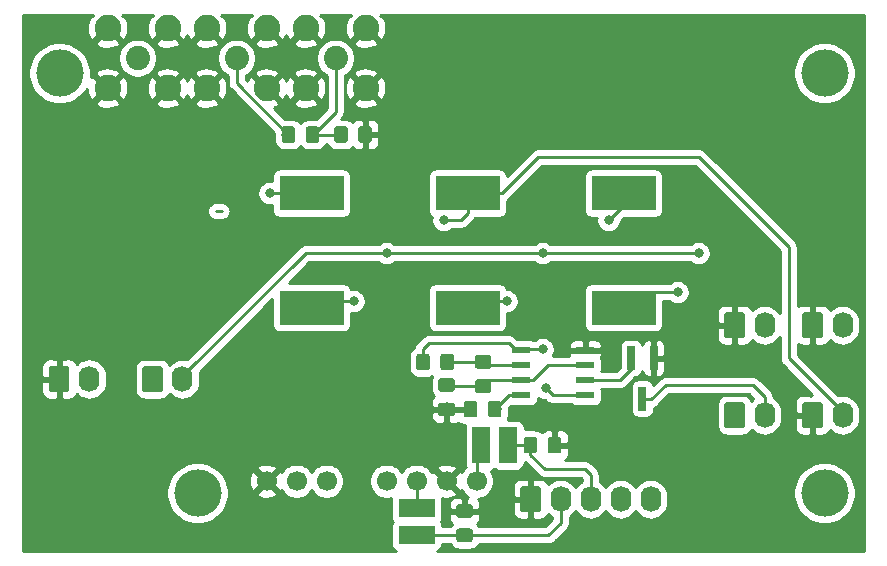
<source format=gbr>
G04 #@! TF.GenerationSoftware,KiCad,Pcbnew,5.1.4*
G04 #@! TF.CreationDate,2019-08-14T00:52:13-04:00*
G04 #@! TF.ProjectId,PowerRDP,506f7765-7252-4445-902e-6b696361645f,3*
G04 #@! TF.SameCoordinates,Original*
G04 #@! TF.FileFunction,Copper,L2,Bot*
G04 #@! TF.FilePolarity,Positive*
%FSLAX46Y46*%
G04 Gerber Fmt 4.6, Leading zero omitted, Abs format (unit mm)*
G04 Created by KiCad (PCBNEW 5.1.4) date 2019-08-14 00:52:13*
%MOMM*%
%LPD*%
G04 APERTURE LIST*
%ADD10C,0.100000*%
%ADD11C,1.150000*%
%ADD12C,1.740000*%
%ADD13O,1.740000X2.200000*%
%ADD14R,1.520000X3.050000*%
%ADD15R,3.050000X1.520000*%
%ADD16R,0.650000X2.000000*%
%ADD17C,1.700000*%
%ADD18R,1.550000X0.600000*%
%ADD19R,5.400000X2.900000*%
%ADD20C,4.000000*%
%ADD21C,2.050000*%
%ADD22C,2.250000*%
%ADD23C,0.800000*%
%ADD24C,0.250000*%
%ADD25C,0.254000*%
G04 APERTURE END LIST*
D10*
G36*
X127839505Y-81597204D02*
G01*
X127863773Y-81600804D01*
X127887572Y-81606765D01*
X127910671Y-81615030D01*
X127932850Y-81625520D01*
X127953893Y-81638132D01*
X127973599Y-81652747D01*
X127991777Y-81669223D01*
X128008253Y-81687401D01*
X128022868Y-81707107D01*
X128035480Y-81728150D01*
X128045970Y-81750329D01*
X128054235Y-81773428D01*
X128060196Y-81797227D01*
X128063796Y-81821495D01*
X128065000Y-81845999D01*
X128065000Y-82746001D01*
X128063796Y-82770505D01*
X128060196Y-82794773D01*
X128054235Y-82818572D01*
X128045970Y-82841671D01*
X128035480Y-82863850D01*
X128022868Y-82884893D01*
X128008253Y-82904599D01*
X127991777Y-82922777D01*
X127973599Y-82939253D01*
X127953893Y-82953868D01*
X127932850Y-82966480D01*
X127910671Y-82976970D01*
X127887572Y-82985235D01*
X127863773Y-82991196D01*
X127839505Y-82994796D01*
X127815001Y-82996000D01*
X127164999Y-82996000D01*
X127140495Y-82994796D01*
X127116227Y-82991196D01*
X127092428Y-82985235D01*
X127069329Y-82976970D01*
X127047150Y-82966480D01*
X127026107Y-82953868D01*
X127006401Y-82939253D01*
X126988223Y-82922777D01*
X126971747Y-82904599D01*
X126957132Y-82884893D01*
X126944520Y-82863850D01*
X126934030Y-82841671D01*
X126925765Y-82818572D01*
X126919804Y-82794773D01*
X126916204Y-82770505D01*
X126915000Y-82746001D01*
X126915000Y-81845999D01*
X126916204Y-81821495D01*
X126919804Y-81797227D01*
X126925765Y-81773428D01*
X126934030Y-81750329D01*
X126944520Y-81728150D01*
X126957132Y-81707107D01*
X126971747Y-81687401D01*
X126988223Y-81669223D01*
X127006401Y-81652747D01*
X127026107Y-81638132D01*
X127047150Y-81625520D01*
X127069329Y-81615030D01*
X127092428Y-81606765D01*
X127116227Y-81600804D01*
X127140495Y-81597204D01*
X127164999Y-81596000D01*
X127815001Y-81596000D01*
X127839505Y-81597204D01*
X127839505Y-81597204D01*
G37*
D11*
X127490000Y-82296000D03*
D10*
G36*
X129889505Y-81597204D02*
G01*
X129913773Y-81600804D01*
X129937572Y-81606765D01*
X129960671Y-81615030D01*
X129982850Y-81625520D01*
X130003893Y-81638132D01*
X130023599Y-81652747D01*
X130041777Y-81669223D01*
X130058253Y-81687401D01*
X130072868Y-81707107D01*
X130085480Y-81728150D01*
X130095970Y-81750329D01*
X130104235Y-81773428D01*
X130110196Y-81797227D01*
X130113796Y-81821495D01*
X130115000Y-81845999D01*
X130115000Y-82746001D01*
X130113796Y-82770505D01*
X130110196Y-82794773D01*
X130104235Y-82818572D01*
X130095970Y-82841671D01*
X130085480Y-82863850D01*
X130072868Y-82884893D01*
X130058253Y-82904599D01*
X130041777Y-82922777D01*
X130023599Y-82939253D01*
X130003893Y-82953868D01*
X129982850Y-82966480D01*
X129960671Y-82976970D01*
X129937572Y-82985235D01*
X129913773Y-82991196D01*
X129889505Y-82994796D01*
X129865001Y-82996000D01*
X129214999Y-82996000D01*
X129190495Y-82994796D01*
X129166227Y-82991196D01*
X129142428Y-82985235D01*
X129119329Y-82976970D01*
X129097150Y-82966480D01*
X129076107Y-82953868D01*
X129056401Y-82939253D01*
X129038223Y-82922777D01*
X129021747Y-82904599D01*
X129007132Y-82884893D01*
X128994520Y-82863850D01*
X128984030Y-82841671D01*
X128975765Y-82818572D01*
X128969804Y-82794773D01*
X128966204Y-82770505D01*
X128965000Y-82746001D01*
X128965000Y-81845999D01*
X128966204Y-81821495D01*
X128969804Y-81797227D01*
X128975765Y-81773428D01*
X128984030Y-81750329D01*
X128994520Y-81728150D01*
X129007132Y-81707107D01*
X129021747Y-81687401D01*
X129038223Y-81669223D01*
X129056401Y-81652747D01*
X129076107Y-81638132D01*
X129097150Y-81625520D01*
X129119329Y-81615030D01*
X129142428Y-81606765D01*
X129166227Y-81600804D01*
X129190495Y-81597204D01*
X129214999Y-81596000D01*
X129865001Y-81596000D01*
X129889505Y-81597204D01*
X129889505Y-81597204D01*
G37*
D11*
X129540000Y-82296000D03*
D10*
G36*
X122394505Y-89351204D02*
G01*
X122418773Y-89354804D01*
X122442572Y-89360765D01*
X122465671Y-89369030D01*
X122487850Y-89379520D01*
X122508893Y-89392132D01*
X122528599Y-89406747D01*
X122546777Y-89423223D01*
X122563253Y-89441401D01*
X122577868Y-89461107D01*
X122590480Y-89482150D01*
X122600970Y-89504329D01*
X122609235Y-89527428D01*
X122615196Y-89551227D01*
X122618796Y-89575495D01*
X122620000Y-89599999D01*
X122620000Y-90250001D01*
X122618796Y-90274505D01*
X122615196Y-90298773D01*
X122609235Y-90322572D01*
X122600970Y-90345671D01*
X122590480Y-90367850D01*
X122577868Y-90388893D01*
X122563253Y-90408599D01*
X122546777Y-90426777D01*
X122528599Y-90443253D01*
X122508893Y-90457868D01*
X122487850Y-90470480D01*
X122465671Y-90480970D01*
X122442572Y-90489235D01*
X122418773Y-90495196D01*
X122394505Y-90498796D01*
X122370001Y-90500000D01*
X121469999Y-90500000D01*
X121445495Y-90498796D01*
X121421227Y-90495196D01*
X121397428Y-90489235D01*
X121374329Y-90480970D01*
X121352150Y-90470480D01*
X121331107Y-90457868D01*
X121311401Y-90443253D01*
X121293223Y-90426777D01*
X121276747Y-90408599D01*
X121262132Y-90388893D01*
X121249520Y-90367850D01*
X121239030Y-90345671D01*
X121230765Y-90322572D01*
X121224804Y-90298773D01*
X121221204Y-90274505D01*
X121220000Y-90250001D01*
X121220000Y-89599999D01*
X121221204Y-89575495D01*
X121224804Y-89551227D01*
X121230765Y-89527428D01*
X121239030Y-89504329D01*
X121249520Y-89482150D01*
X121262132Y-89461107D01*
X121276747Y-89441401D01*
X121293223Y-89423223D01*
X121311401Y-89406747D01*
X121331107Y-89392132D01*
X121352150Y-89379520D01*
X121374329Y-89369030D01*
X121397428Y-89360765D01*
X121421227Y-89354804D01*
X121445495Y-89351204D01*
X121469999Y-89350000D01*
X122370001Y-89350000D01*
X122394505Y-89351204D01*
X122394505Y-89351204D01*
G37*
D11*
X121920000Y-89925000D03*
D10*
G36*
X122394505Y-87301204D02*
G01*
X122418773Y-87304804D01*
X122442572Y-87310765D01*
X122465671Y-87319030D01*
X122487850Y-87329520D01*
X122508893Y-87342132D01*
X122528599Y-87356747D01*
X122546777Y-87373223D01*
X122563253Y-87391401D01*
X122577868Y-87411107D01*
X122590480Y-87432150D01*
X122600970Y-87454329D01*
X122609235Y-87477428D01*
X122615196Y-87501227D01*
X122618796Y-87525495D01*
X122620000Y-87549999D01*
X122620000Y-88200001D01*
X122618796Y-88224505D01*
X122615196Y-88248773D01*
X122609235Y-88272572D01*
X122600970Y-88295671D01*
X122590480Y-88317850D01*
X122577868Y-88338893D01*
X122563253Y-88358599D01*
X122546777Y-88376777D01*
X122528599Y-88393253D01*
X122508893Y-88407868D01*
X122487850Y-88420480D01*
X122465671Y-88430970D01*
X122442572Y-88439235D01*
X122418773Y-88445196D01*
X122394505Y-88448796D01*
X122370001Y-88450000D01*
X121469999Y-88450000D01*
X121445495Y-88448796D01*
X121421227Y-88445196D01*
X121397428Y-88439235D01*
X121374329Y-88430970D01*
X121352150Y-88420480D01*
X121331107Y-88407868D01*
X121311401Y-88393253D01*
X121293223Y-88376777D01*
X121276747Y-88358599D01*
X121262132Y-88338893D01*
X121249520Y-88317850D01*
X121239030Y-88295671D01*
X121230765Y-88272572D01*
X121224804Y-88248773D01*
X121221204Y-88224505D01*
X121220000Y-88200001D01*
X121220000Y-87549999D01*
X121221204Y-87525495D01*
X121224804Y-87501227D01*
X121230765Y-87477428D01*
X121239030Y-87454329D01*
X121249520Y-87432150D01*
X121262132Y-87411107D01*
X121276747Y-87391401D01*
X121293223Y-87373223D01*
X121311401Y-87356747D01*
X121331107Y-87342132D01*
X121352150Y-87329520D01*
X121374329Y-87319030D01*
X121397428Y-87310765D01*
X121421227Y-87304804D01*
X121445495Y-87301204D01*
X121469999Y-87300000D01*
X122370001Y-87300000D01*
X122394505Y-87301204D01*
X122394505Y-87301204D01*
G37*
D11*
X121920000Y-87875000D03*
D10*
G36*
X122768505Y-78549204D02*
G01*
X122792773Y-78552804D01*
X122816572Y-78558765D01*
X122839671Y-78567030D01*
X122861850Y-78577520D01*
X122882893Y-78590132D01*
X122902599Y-78604747D01*
X122920777Y-78621223D01*
X122937253Y-78639401D01*
X122951868Y-78659107D01*
X122964480Y-78680150D01*
X122974970Y-78702329D01*
X122983235Y-78725428D01*
X122989196Y-78749227D01*
X122992796Y-78773495D01*
X122994000Y-78797999D01*
X122994000Y-79698001D01*
X122992796Y-79722505D01*
X122989196Y-79746773D01*
X122983235Y-79770572D01*
X122974970Y-79793671D01*
X122964480Y-79815850D01*
X122951868Y-79836893D01*
X122937253Y-79856599D01*
X122920777Y-79874777D01*
X122902599Y-79891253D01*
X122882893Y-79905868D01*
X122861850Y-79918480D01*
X122839671Y-79928970D01*
X122816572Y-79937235D01*
X122792773Y-79943196D01*
X122768505Y-79946796D01*
X122744001Y-79948000D01*
X122093999Y-79948000D01*
X122069495Y-79946796D01*
X122045227Y-79943196D01*
X122021428Y-79937235D01*
X121998329Y-79928970D01*
X121976150Y-79918480D01*
X121955107Y-79905868D01*
X121935401Y-79891253D01*
X121917223Y-79874777D01*
X121900747Y-79856599D01*
X121886132Y-79836893D01*
X121873520Y-79815850D01*
X121863030Y-79793671D01*
X121854765Y-79770572D01*
X121848804Y-79746773D01*
X121845204Y-79722505D01*
X121844000Y-79698001D01*
X121844000Y-78797999D01*
X121845204Y-78773495D01*
X121848804Y-78749227D01*
X121854765Y-78725428D01*
X121863030Y-78702329D01*
X121873520Y-78680150D01*
X121886132Y-78659107D01*
X121900747Y-78639401D01*
X121917223Y-78621223D01*
X121935401Y-78604747D01*
X121955107Y-78590132D01*
X121976150Y-78577520D01*
X121998329Y-78567030D01*
X122021428Y-78558765D01*
X122045227Y-78552804D01*
X122069495Y-78549204D01*
X122093999Y-78548000D01*
X122744001Y-78548000D01*
X122768505Y-78549204D01*
X122768505Y-78549204D01*
G37*
D11*
X122419000Y-79248000D03*
D10*
G36*
X124818505Y-78549204D02*
G01*
X124842773Y-78552804D01*
X124866572Y-78558765D01*
X124889671Y-78567030D01*
X124911850Y-78577520D01*
X124932893Y-78590132D01*
X124952599Y-78604747D01*
X124970777Y-78621223D01*
X124987253Y-78639401D01*
X125001868Y-78659107D01*
X125014480Y-78680150D01*
X125024970Y-78702329D01*
X125033235Y-78725428D01*
X125039196Y-78749227D01*
X125042796Y-78773495D01*
X125044000Y-78797999D01*
X125044000Y-79698001D01*
X125042796Y-79722505D01*
X125039196Y-79746773D01*
X125033235Y-79770572D01*
X125024970Y-79793671D01*
X125014480Y-79815850D01*
X125001868Y-79836893D01*
X124987253Y-79856599D01*
X124970777Y-79874777D01*
X124952599Y-79891253D01*
X124932893Y-79905868D01*
X124911850Y-79918480D01*
X124889671Y-79928970D01*
X124866572Y-79937235D01*
X124842773Y-79943196D01*
X124818505Y-79946796D01*
X124794001Y-79948000D01*
X124143999Y-79948000D01*
X124119495Y-79946796D01*
X124095227Y-79943196D01*
X124071428Y-79937235D01*
X124048329Y-79928970D01*
X124026150Y-79918480D01*
X124005107Y-79905868D01*
X123985401Y-79891253D01*
X123967223Y-79874777D01*
X123950747Y-79856599D01*
X123936132Y-79836893D01*
X123923520Y-79815850D01*
X123913030Y-79793671D01*
X123904765Y-79770572D01*
X123898804Y-79746773D01*
X123895204Y-79722505D01*
X123894000Y-79698001D01*
X123894000Y-78797999D01*
X123895204Y-78773495D01*
X123898804Y-78749227D01*
X123904765Y-78725428D01*
X123913030Y-78702329D01*
X123923520Y-78680150D01*
X123936132Y-78659107D01*
X123950747Y-78639401D01*
X123967223Y-78621223D01*
X123985401Y-78604747D01*
X124005107Y-78590132D01*
X124026150Y-78577520D01*
X124048329Y-78567030D01*
X124071428Y-78558765D01*
X124095227Y-78552804D01*
X124119495Y-78549204D01*
X124143999Y-78548000D01*
X124794001Y-78548000D01*
X124818505Y-78549204D01*
X124818505Y-78549204D01*
G37*
D11*
X124469000Y-79248000D03*
D10*
G36*
X120870505Y-78692204D02*
G01*
X120894773Y-78695804D01*
X120918572Y-78701765D01*
X120941671Y-78710030D01*
X120963850Y-78720520D01*
X120984893Y-78733132D01*
X121004599Y-78747747D01*
X121022777Y-78764223D01*
X121039253Y-78782401D01*
X121053868Y-78802107D01*
X121066480Y-78823150D01*
X121076970Y-78845329D01*
X121085235Y-78868428D01*
X121091196Y-78892227D01*
X121094796Y-78916495D01*
X121096000Y-78940999D01*
X121096000Y-79591001D01*
X121094796Y-79615505D01*
X121091196Y-79639773D01*
X121085235Y-79663572D01*
X121076970Y-79686671D01*
X121066480Y-79708850D01*
X121053868Y-79729893D01*
X121039253Y-79749599D01*
X121022777Y-79767777D01*
X121004599Y-79784253D01*
X120984893Y-79798868D01*
X120963850Y-79811480D01*
X120941671Y-79821970D01*
X120918572Y-79830235D01*
X120894773Y-79836196D01*
X120870505Y-79839796D01*
X120846001Y-79841000D01*
X119945999Y-79841000D01*
X119921495Y-79839796D01*
X119897227Y-79836196D01*
X119873428Y-79830235D01*
X119850329Y-79821970D01*
X119828150Y-79811480D01*
X119807107Y-79798868D01*
X119787401Y-79784253D01*
X119769223Y-79767777D01*
X119752747Y-79749599D01*
X119738132Y-79729893D01*
X119725520Y-79708850D01*
X119715030Y-79686671D01*
X119706765Y-79663572D01*
X119700804Y-79639773D01*
X119697204Y-79615505D01*
X119696000Y-79591001D01*
X119696000Y-78940999D01*
X119697204Y-78916495D01*
X119700804Y-78892227D01*
X119706765Y-78868428D01*
X119715030Y-78845329D01*
X119725520Y-78823150D01*
X119738132Y-78802107D01*
X119752747Y-78782401D01*
X119769223Y-78764223D01*
X119787401Y-78747747D01*
X119807107Y-78733132D01*
X119828150Y-78720520D01*
X119850329Y-78710030D01*
X119873428Y-78701765D01*
X119897227Y-78695804D01*
X119921495Y-78692204D01*
X119945999Y-78691000D01*
X120846001Y-78691000D01*
X120870505Y-78692204D01*
X120870505Y-78692204D01*
G37*
D11*
X120396000Y-79266000D03*
D10*
G36*
X120870505Y-76642204D02*
G01*
X120894773Y-76645804D01*
X120918572Y-76651765D01*
X120941671Y-76660030D01*
X120963850Y-76670520D01*
X120984893Y-76683132D01*
X121004599Y-76697747D01*
X121022777Y-76714223D01*
X121039253Y-76732401D01*
X121053868Y-76752107D01*
X121066480Y-76773150D01*
X121076970Y-76795329D01*
X121085235Y-76818428D01*
X121091196Y-76842227D01*
X121094796Y-76866495D01*
X121096000Y-76890999D01*
X121096000Y-77541001D01*
X121094796Y-77565505D01*
X121091196Y-77589773D01*
X121085235Y-77613572D01*
X121076970Y-77636671D01*
X121066480Y-77658850D01*
X121053868Y-77679893D01*
X121039253Y-77699599D01*
X121022777Y-77717777D01*
X121004599Y-77734253D01*
X120984893Y-77748868D01*
X120963850Y-77761480D01*
X120941671Y-77771970D01*
X120918572Y-77780235D01*
X120894773Y-77786196D01*
X120870505Y-77789796D01*
X120846001Y-77791000D01*
X119945999Y-77791000D01*
X119921495Y-77789796D01*
X119897227Y-77786196D01*
X119873428Y-77780235D01*
X119850329Y-77771970D01*
X119828150Y-77761480D01*
X119807107Y-77748868D01*
X119787401Y-77734253D01*
X119769223Y-77717777D01*
X119752747Y-77699599D01*
X119738132Y-77679893D01*
X119725520Y-77658850D01*
X119715030Y-77636671D01*
X119706765Y-77613572D01*
X119700804Y-77589773D01*
X119697204Y-77565505D01*
X119696000Y-77541001D01*
X119696000Y-76890999D01*
X119697204Y-76866495D01*
X119700804Y-76842227D01*
X119706765Y-76818428D01*
X119715030Y-76795329D01*
X119725520Y-76773150D01*
X119738132Y-76752107D01*
X119752747Y-76732401D01*
X119769223Y-76714223D01*
X119787401Y-76697747D01*
X119807107Y-76683132D01*
X119828150Y-76670520D01*
X119850329Y-76660030D01*
X119873428Y-76651765D01*
X119897227Y-76645804D01*
X119921495Y-76642204D01*
X119945999Y-76641000D01*
X120846001Y-76641000D01*
X120870505Y-76642204D01*
X120870505Y-76642204D01*
G37*
D11*
X120396000Y-77216000D03*
D10*
G36*
X88244505Y-75601204D02*
G01*
X88268773Y-75604804D01*
X88292572Y-75610765D01*
X88315671Y-75619030D01*
X88337850Y-75629520D01*
X88358893Y-75642132D01*
X88378599Y-75656747D01*
X88396777Y-75673223D01*
X88413253Y-75691401D01*
X88427868Y-75711107D01*
X88440480Y-75732150D01*
X88450970Y-75754329D01*
X88459235Y-75777428D01*
X88465196Y-75801227D01*
X88468796Y-75825495D01*
X88470000Y-75849999D01*
X88470000Y-77550001D01*
X88468796Y-77574505D01*
X88465196Y-77598773D01*
X88459235Y-77622572D01*
X88450970Y-77645671D01*
X88440480Y-77667850D01*
X88427868Y-77688893D01*
X88413253Y-77708599D01*
X88396777Y-77726777D01*
X88378599Y-77743253D01*
X88358893Y-77757868D01*
X88337850Y-77770480D01*
X88315671Y-77780970D01*
X88292572Y-77789235D01*
X88268773Y-77795196D01*
X88244505Y-77798796D01*
X88220001Y-77800000D01*
X86979999Y-77800000D01*
X86955495Y-77798796D01*
X86931227Y-77795196D01*
X86907428Y-77789235D01*
X86884329Y-77780970D01*
X86862150Y-77770480D01*
X86841107Y-77757868D01*
X86821401Y-77743253D01*
X86803223Y-77726777D01*
X86786747Y-77708599D01*
X86772132Y-77688893D01*
X86759520Y-77667850D01*
X86749030Y-77645671D01*
X86740765Y-77622572D01*
X86734804Y-77598773D01*
X86731204Y-77574505D01*
X86730000Y-77550001D01*
X86730000Y-75849999D01*
X86731204Y-75825495D01*
X86734804Y-75801227D01*
X86740765Y-75777428D01*
X86749030Y-75754329D01*
X86759520Y-75732150D01*
X86772132Y-75711107D01*
X86786747Y-75691401D01*
X86803223Y-75673223D01*
X86821401Y-75656747D01*
X86841107Y-75642132D01*
X86862150Y-75629520D01*
X86884329Y-75619030D01*
X86907428Y-75610765D01*
X86931227Y-75604804D01*
X86955495Y-75601204D01*
X86979999Y-75600000D01*
X88220001Y-75600000D01*
X88244505Y-75601204D01*
X88244505Y-75601204D01*
G37*
D12*
X87600000Y-76700000D03*
D13*
X90140000Y-76700000D03*
X153924000Y-72136000D03*
D10*
G36*
X152028505Y-71037204D02*
G01*
X152052773Y-71040804D01*
X152076572Y-71046765D01*
X152099671Y-71055030D01*
X152121850Y-71065520D01*
X152142893Y-71078132D01*
X152162599Y-71092747D01*
X152180777Y-71109223D01*
X152197253Y-71127401D01*
X152211868Y-71147107D01*
X152224480Y-71168150D01*
X152234970Y-71190329D01*
X152243235Y-71213428D01*
X152249196Y-71237227D01*
X152252796Y-71261495D01*
X152254000Y-71285999D01*
X152254000Y-72986001D01*
X152252796Y-73010505D01*
X152249196Y-73034773D01*
X152243235Y-73058572D01*
X152234970Y-73081671D01*
X152224480Y-73103850D01*
X152211868Y-73124893D01*
X152197253Y-73144599D01*
X152180777Y-73162777D01*
X152162599Y-73179253D01*
X152142893Y-73193868D01*
X152121850Y-73206480D01*
X152099671Y-73216970D01*
X152076572Y-73225235D01*
X152052773Y-73231196D01*
X152028505Y-73234796D01*
X152004001Y-73236000D01*
X150763999Y-73236000D01*
X150739495Y-73234796D01*
X150715227Y-73231196D01*
X150691428Y-73225235D01*
X150668329Y-73216970D01*
X150646150Y-73206480D01*
X150625107Y-73193868D01*
X150605401Y-73179253D01*
X150587223Y-73162777D01*
X150570747Y-73144599D01*
X150556132Y-73124893D01*
X150543520Y-73103850D01*
X150533030Y-73081671D01*
X150524765Y-73058572D01*
X150518804Y-73034773D01*
X150515204Y-73010505D01*
X150514000Y-72986001D01*
X150514000Y-71285999D01*
X150515204Y-71261495D01*
X150518804Y-71237227D01*
X150524765Y-71213428D01*
X150533030Y-71190329D01*
X150543520Y-71168150D01*
X150556132Y-71147107D01*
X150570747Y-71127401D01*
X150587223Y-71109223D01*
X150605401Y-71092747D01*
X150625107Y-71078132D01*
X150646150Y-71065520D01*
X150668329Y-71055030D01*
X150691428Y-71046765D01*
X150715227Y-71040804D01*
X150739495Y-71037204D01*
X150763999Y-71036000D01*
X152004001Y-71036000D01*
X152028505Y-71037204D01*
X152028505Y-71037204D01*
G37*
D12*
X151384000Y-72136000D03*
D10*
G36*
X152028505Y-78657204D02*
G01*
X152052773Y-78660804D01*
X152076572Y-78666765D01*
X152099671Y-78675030D01*
X152121850Y-78685520D01*
X152142893Y-78698132D01*
X152162599Y-78712747D01*
X152180777Y-78729223D01*
X152197253Y-78747401D01*
X152211868Y-78767107D01*
X152224480Y-78788150D01*
X152234970Y-78810329D01*
X152243235Y-78833428D01*
X152249196Y-78857227D01*
X152252796Y-78881495D01*
X152254000Y-78905999D01*
X152254000Y-80606001D01*
X152252796Y-80630505D01*
X152249196Y-80654773D01*
X152243235Y-80678572D01*
X152234970Y-80701671D01*
X152224480Y-80723850D01*
X152211868Y-80744893D01*
X152197253Y-80764599D01*
X152180777Y-80782777D01*
X152162599Y-80799253D01*
X152142893Y-80813868D01*
X152121850Y-80826480D01*
X152099671Y-80836970D01*
X152076572Y-80845235D01*
X152052773Y-80851196D01*
X152028505Y-80854796D01*
X152004001Y-80856000D01*
X150763999Y-80856000D01*
X150739495Y-80854796D01*
X150715227Y-80851196D01*
X150691428Y-80845235D01*
X150668329Y-80836970D01*
X150646150Y-80826480D01*
X150625107Y-80813868D01*
X150605401Y-80799253D01*
X150587223Y-80782777D01*
X150570747Y-80764599D01*
X150556132Y-80744893D01*
X150543520Y-80723850D01*
X150533030Y-80701671D01*
X150524765Y-80678572D01*
X150518804Y-80654773D01*
X150515204Y-80630505D01*
X150514000Y-80606001D01*
X150514000Y-78905999D01*
X150515204Y-78881495D01*
X150518804Y-78857227D01*
X150524765Y-78833428D01*
X150533030Y-78810329D01*
X150543520Y-78788150D01*
X150556132Y-78767107D01*
X150570747Y-78747401D01*
X150587223Y-78729223D01*
X150605401Y-78712747D01*
X150625107Y-78698132D01*
X150646150Y-78685520D01*
X150668329Y-78675030D01*
X150691428Y-78666765D01*
X150715227Y-78660804D01*
X150739495Y-78657204D01*
X150763999Y-78656000D01*
X152004001Y-78656000D01*
X152028505Y-78657204D01*
X152028505Y-78657204D01*
G37*
D12*
X151384000Y-79756000D03*
D13*
X153924000Y-79756000D03*
D10*
G36*
X145424505Y-71037204D02*
G01*
X145448773Y-71040804D01*
X145472572Y-71046765D01*
X145495671Y-71055030D01*
X145517850Y-71065520D01*
X145538893Y-71078132D01*
X145558599Y-71092747D01*
X145576777Y-71109223D01*
X145593253Y-71127401D01*
X145607868Y-71147107D01*
X145620480Y-71168150D01*
X145630970Y-71190329D01*
X145639235Y-71213428D01*
X145645196Y-71237227D01*
X145648796Y-71261495D01*
X145650000Y-71285999D01*
X145650000Y-72986001D01*
X145648796Y-73010505D01*
X145645196Y-73034773D01*
X145639235Y-73058572D01*
X145630970Y-73081671D01*
X145620480Y-73103850D01*
X145607868Y-73124893D01*
X145593253Y-73144599D01*
X145576777Y-73162777D01*
X145558599Y-73179253D01*
X145538893Y-73193868D01*
X145517850Y-73206480D01*
X145495671Y-73216970D01*
X145472572Y-73225235D01*
X145448773Y-73231196D01*
X145424505Y-73234796D01*
X145400001Y-73236000D01*
X144159999Y-73236000D01*
X144135495Y-73234796D01*
X144111227Y-73231196D01*
X144087428Y-73225235D01*
X144064329Y-73216970D01*
X144042150Y-73206480D01*
X144021107Y-73193868D01*
X144001401Y-73179253D01*
X143983223Y-73162777D01*
X143966747Y-73144599D01*
X143952132Y-73124893D01*
X143939520Y-73103850D01*
X143929030Y-73081671D01*
X143920765Y-73058572D01*
X143914804Y-73034773D01*
X143911204Y-73010505D01*
X143910000Y-72986001D01*
X143910000Y-71285999D01*
X143911204Y-71261495D01*
X143914804Y-71237227D01*
X143920765Y-71213428D01*
X143929030Y-71190329D01*
X143939520Y-71168150D01*
X143952132Y-71147107D01*
X143966747Y-71127401D01*
X143983223Y-71109223D01*
X144001401Y-71092747D01*
X144021107Y-71078132D01*
X144042150Y-71065520D01*
X144064329Y-71055030D01*
X144087428Y-71046765D01*
X144111227Y-71040804D01*
X144135495Y-71037204D01*
X144159999Y-71036000D01*
X145400001Y-71036000D01*
X145424505Y-71037204D01*
X145424505Y-71037204D01*
G37*
D12*
X144780000Y-72136000D03*
D13*
X147320000Y-72136000D03*
D10*
G36*
X128152505Y-85769204D02*
G01*
X128176773Y-85772804D01*
X128200572Y-85778765D01*
X128223671Y-85787030D01*
X128245850Y-85797520D01*
X128266893Y-85810132D01*
X128286599Y-85824747D01*
X128304777Y-85841223D01*
X128321253Y-85859401D01*
X128335868Y-85879107D01*
X128348480Y-85900150D01*
X128358970Y-85922329D01*
X128367235Y-85945428D01*
X128373196Y-85969227D01*
X128376796Y-85993495D01*
X128378000Y-86017999D01*
X128378000Y-87718001D01*
X128376796Y-87742505D01*
X128373196Y-87766773D01*
X128367235Y-87790572D01*
X128358970Y-87813671D01*
X128348480Y-87835850D01*
X128335868Y-87856893D01*
X128321253Y-87876599D01*
X128304777Y-87894777D01*
X128286599Y-87911253D01*
X128266893Y-87925868D01*
X128245850Y-87938480D01*
X128223671Y-87948970D01*
X128200572Y-87957235D01*
X128176773Y-87963196D01*
X128152505Y-87966796D01*
X128128001Y-87968000D01*
X126887999Y-87968000D01*
X126863495Y-87966796D01*
X126839227Y-87963196D01*
X126815428Y-87957235D01*
X126792329Y-87948970D01*
X126770150Y-87938480D01*
X126749107Y-87925868D01*
X126729401Y-87911253D01*
X126711223Y-87894777D01*
X126694747Y-87876599D01*
X126680132Y-87856893D01*
X126667520Y-87835850D01*
X126657030Y-87813671D01*
X126648765Y-87790572D01*
X126642804Y-87766773D01*
X126639204Y-87742505D01*
X126638000Y-87718001D01*
X126638000Y-86017999D01*
X126639204Y-85993495D01*
X126642804Y-85969227D01*
X126648765Y-85945428D01*
X126657030Y-85922329D01*
X126667520Y-85900150D01*
X126680132Y-85879107D01*
X126694747Y-85859401D01*
X126711223Y-85841223D01*
X126729401Y-85824747D01*
X126749107Y-85810132D01*
X126770150Y-85797520D01*
X126792329Y-85787030D01*
X126815428Y-85778765D01*
X126839227Y-85772804D01*
X126863495Y-85769204D01*
X126887999Y-85768000D01*
X128128001Y-85768000D01*
X128152505Y-85769204D01*
X128152505Y-85769204D01*
G37*
D12*
X127508000Y-86868000D03*
D13*
X130048000Y-86868000D03*
X132588000Y-86868000D03*
X135128000Y-86868000D03*
X137668000Y-86868000D03*
D10*
G36*
X145424505Y-78657204D02*
G01*
X145448773Y-78660804D01*
X145472572Y-78666765D01*
X145495671Y-78675030D01*
X145517850Y-78685520D01*
X145538893Y-78698132D01*
X145558599Y-78712747D01*
X145576777Y-78729223D01*
X145593253Y-78747401D01*
X145607868Y-78767107D01*
X145620480Y-78788150D01*
X145630970Y-78810329D01*
X145639235Y-78833428D01*
X145645196Y-78857227D01*
X145648796Y-78881495D01*
X145650000Y-78905999D01*
X145650000Y-80606001D01*
X145648796Y-80630505D01*
X145645196Y-80654773D01*
X145639235Y-80678572D01*
X145630970Y-80701671D01*
X145620480Y-80723850D01*
X145607868Y-80744893D01*
X145593253Y-80764599D01*
X145576777Y-80782777D01*
X145558599Y-80799253D01*
X145538893Y-80813868D01*
X145517850Y-80826480D01*
X145495671Y-80836970D01*
X145472572Y-80845235D01*
X145448773Y-80851196D01*
X145424505Y-80854796D01*
X145400001Y-80856000D01*
X144159999Y-80856000D01*
X144135495Y-80854796D01*
X144111227Y-80851196D01*
X144087428Y-80845235D01*
X144064329Y-80836970D01*
X144042150Y-80826480D01*
X144021107Y-80813868D01*
X144001401Y-80799253D01*
X143983223Y-80782777D01*
X143966747Y-80764599D01*
X143952132Y-80744893D01*
X143939520Y-80723850D01*
X143929030Y-80701671D01*
X143920765Y-80678572D01*
X143914804Y-80654773D01*
X143911204Y-80630505D01*
X143910000Y-80606001D01*
X143910000Y-78905999D01*
X143911204Y-78881495D01*
X143914804Y-78857227D01*
X143920765Y-78833428D01*
X143929030Y-78810329D01*
X143939520Y-78788150D01*
X143952132Y-78767107D01*
X143966747Y-78747401D01*
X143983223Y-78729223D01*
X144001401Y-78712747D01*
X144021107Y-78698132D01*
X144042150Y-78685520D01*
X144064329Y-78675030D01*
X144087428Y-78666765D01*
X144111227Y-78660804D01*
X144135495Y-78657204D01*
X144159999Y-78656000D01*
X145400001Y-78656000D01*
X145424505Y-78657204D01*
X145424505Y-78657204D01*
G37*
D12*
X144780000Y-79756000D03*
D13*
X147320000Y-79756000D03*
X98040000Y-76708000D03*
D10*
G36*
X96144505Y-75609204D02*
G01*
X96168773Y-75612804D01*
X96192572Y-75618765D01*
X96215671Y-75627030D01*
X96237850Y-75637520D01*
X96258893Y-75650132D01*
X96278599Y-75664747D01*
X96296777Y-75681223D01*
X96313253Y-75699401D01*
X96327868Y-75719107D01*
X96340480Y-75740150D01*
X96350970Y-75762329D01*
X96359235Y-75785428D01*
X96365196Y-75809227D01*
X96368796Y-75833495D01*
X96370000Y-75857999D01*
X96370000Y-77558001D01*
X96368796Y-77582505D01*
X96365196Y-77606773D01*
X96359235Y-77630572D01*
X96350970Y-77653671D01*
X96340480Y-77675850D01*
X96327868Y-77696893D01*
X96313253Y-77716599D01*
X96296777Y-77734777D01*
X96278599Y-77751253D01*
X96258893Y-77765868D01*
X96237850Y-77778480D01*
X96215671Y-77788970D01*
X96192572Y-77797235D01*
X96168773Y-77803196D01*
X96144505Y-77806796D01*
X96120001Y-77808000D01*
X94879999Y-77808000D01*
X94855495Y-77806796D01*
X94831227Y-77803196D01*
X94807428Y-77797235D01*
X94784329Y-77788970D01*
X94762150Y-77778480D01*
X94741107Y-77765868D01*
X94721401Y-77751253D01*
X94703223Y-77734777D01*
X94686747Y-77716599D01*
X94672132Y-77696893D01*
X94659520Y-77675850D01*
X94649030Y-77653671D01*
X94640765Y-77630572D01*
X94634804Y-77606773D01*
X94631204Y-77582505D01*
X94630000Y-77558001D01*
X94630000Y-75857999D01*
X94631204Y-75833495D01*
X94634804Y-75809227D01*
X94640765Y-75785428D01*
X94649030Y-75762329D01*
X94659520Y-75740150D01*
X94672132Y-75719107D01*
X94686747Y-75699401D01*
X94703223Y-75681223D01*
X94721401Y-75664747D01*
X94741107Y-75650132D01*
X94762150Y-75637520D01*
X94784329Y-75627030D01*
X94807428Y-75618765D01*
X94831227Y-75612804D01*
X94855495Y-75609204D01*
X94879999Y-75608000D01*
X96120001Y-75608000D01*
X96144505Y-75609204D01*
X96144505Y-75609204D01*
G37*
D12*
X95500000Y-76708000D03*
D14*
X125605000Y-82296000D03*
X123315000Y-82296000D03*
D15*
X117856000Y-87626000D03*
X117856000Y-89916000D03*
D16*
X136022000Y-74930000D03*
X137922000Y-74930000D03*
X136972000Y-78350000D03*
D10*
G36*
X123971953Y-74674523D02*
G01*
X123996221Y-74678123D01*
X124020020Y-74684084D01*
X124043119Y-74692349D01*
X124065298Y-74702839D01*
X124086341Y-74715451D01*
X124106047Y-74730066D01*
X124124225Y-74746542D01*
X124140701Y-74764720D01*
X124155316Y-74784426D01*
X124167928Y-74805469D01*
X124178418Y-74827648D01*
X124186683Y-74850747D01*
X124192644Y-74874546D01*
X124196244Y-74898814D01*
X124197448Y-74923318D01*
X124197448Y-75573320D01*
X124196244Y-75597824D01*
X124192644Y-75622092D01*
X124186683Y-75645891D01*
X124178418Y-75668990D01*
X124167928Y-75691169D01*
X124155316Y-75712212D01*
X124140701Y-75731918D01*
X124124225Y-75750096D01*
X124106047Y-75766572D01*
X124086341Y-75781187D01*
X124065298Y-75793799D01*
X124043119Y-75804289D01*
X124020020Y-75812554D01*
X123996221Y-75818515D01*
X123971953Y-75822115D01*
X123947449Y-75823319D01*
X123047447Y-75823319D01*
X123022943Y-75822115D01*
X122998675Y-75818515D01*
X122974876Y-75812554D01*
X122951777Y-75804289D01*
X122929598Y-75793799D01*
X122908555Y-75781187D01*
X122888849Y-75766572D01*
X122870671Y-75750096D01*
X122854195Y-75731918D01*
X122839580Y-75712212D01*
X122826968Y-75691169D01*
X122816478Y-75668990D01*
X122808213Y-75645891D01*
X122802252Y-75622092D01*
X122798652Y-75597824D01*
X122797448Y-75573320D01*
X122797448Y-74923318D01*
X122798652Y-74898814D01*
X122802252Y-74874546D01*
X122808213Y-74850747D01*
X122816478Y-74827648D01*
X122826968Y-74805469D01*
X122839580Y-74784426D01*
X122854195Y-74764720D01*
X122870671Y-74746542D01*
X122888849Y-74730066D01*
X122908555Y-74715451D01*
X122929598Y-74702839D01*
X122951777Y-74692349D01*
X122974876Y-74684084D01*
X122998675Y-74678123D01*
X123022943Y-74674523D01*
X123047447Y-74673319D01*
X123947449Y-74673319D01*
X123971953Y-74674523D01*
X123971953Y-74674523D01*
G37*
D11*
X123497448Y-75248319D03*
D10*
G36*
X123971953Y-76724523D02*
G01*
X123996221Y-76728123D01*
X124020020Y-76734084D01*
X124043119Y-76742349D01*
X124065298Y-76752839D01*
X124086341Y-76765451D01*
X124106047Y-76780066D01*
X124124225Y-76796542D01*
X124140701Y-76814720D01*
X124155316Y-76834426D01*
X124167928Y-76855469D01*
X124178418Y-76877648D01*
X124186683Y-76900747D01*
X124192644Y-76924546D01*
X124196244Y-76948814D01*
X124197448Y-76973318D01*
X124197448Y-77623320D01*
X124196244Y-77647824D01*
X124192644Y-77672092D01*
X124186683Y-77695891D01*
X124178418Y-77718990D01*
X124167928Y-77741169D01*
X124155316Y-77762212D01*
X124140701Y-77781918D01*
X124124225Y-77800096D01*
X124106047Y-77816572D01*
X124086341Y-77831187D01*
X124065298Y-77843799D01*
X124043119Y-77854289D01*
X124020020Y-77862554D01*
X123996221Y-77868515D01*
X123971953Y-77872115D01*
X123947449Y-77873319D01*
X123047447Y-77873319D01*
X123022943Y-77872115D01*
X122998675Y-77868515D01*
X122974876Y-77862554D01*
X122951777Y-77854289D01*
X122929598Y-77843799D01*
X122908555Y-77831187D01*
X122888849Y-77816572D01*
X122870671Y-77800096D01*
X122854195Y-77781918D01*
X122839580Y-77762212D01*
X122826968Y-77741169D01*
X122816478Y-77718990D01*
X122808213Y-77695891D01*
X122802252Y-77672092D01*
X122798652Y-77647824D01*
X122797448Y-77623320D01*
X122797448Y-76973318D01*
X122798652Y-76948814D01*
X122802252Y-76924546D01*
X122808213Y-76900747D01*
X122816478Y-76877648D01*
X122826968Y-76855469D01*
X122839580Y-76834426D01*
X122854195Y-76814720D01*
X122870671Y-76796542D01*
X122888849Y-76780066D01*
X122908555Y-76765451D01*
X122929598Y-76752839D01*
X122951777Y-76742349D01*
X122974876Y-76734084D01*
X122998675Y-76728123D01*
X123022943Y-76724523D01*
X123047447Y-76723319D01*
X123947449Y-76723319D01*
X123971953Y-76724523D01*
X123971953Y-76724523D01*
G37*
D11*
X123497448Y-77298319D03*
D10*
G36*
X120798953Y-74567523D02*
G01*
X120823221Y-74571123D01*
X120847020Y-74577084D01*
X120870119Y-74585349D01*
X120892298Y-74595839D01*
X120913341Y-74608451D01*
X120933047Y-74623066D01*
X120951225Y-74639542D01*
X120967701Y-74657720D01*
X120982316Y-74677426D01*
X120994928Y-74698469D01*
X121005418Y-74720648D01*
X121013683Y-74743747D01*
X121019644Y-74767546D01*
X121023244Y-74791814D01*
X121024448Y-74816318D01*
X121024448Y-75716320D01*
X121023244Y-75740824D01*
X121019644Y-75765092D01*
X121013683Y-75788891D01*
X121005418Y-75811990D01*
X120994928Y-75834169D01*
X120982316Y-75855212D01*
X120967701Y-75874918D01*
X120951225Y-75893096D01*
X120933047Y-75909572D01*
X120913341Y-75924187D01*
X120892298Y-75936799D01*
X120870119Y-75947289D01*
X120847020Y-75955554D01*
X120823221Y-75961515D01*
X120798953Y-75965115D01*
X120774449Y-75966319D01*
X120124447Y-75966319D01*
X120099943Y-75965115D01*
X120075675Y-75961515D01*
X120051876Y-75955554D01*
X120028777Y-75947289D01*
X120006598Y-75936799D01*
X119985555Y-75924187D01*
X119965849Y-75909572D01*
X119947671Y-75893096D01*
X119931195Y-75874918D01*
X119916580Y-75855212D01*
X119903968Y-75834169D01*
X119893478Y-75811990D01*
X119885213Y-75788891D01*
X119879252Y-75765092D01*
X119875652Y-75740824D01*
X119874448Y-75716320D01*
X119874448Y-74816318D01*
X119875652Y-74791814D01*
X119879252Y-74767546D01*
X119885213Y-74743747D01*
X119893478Y-74720648D01*
X119903968Y-74698469D01*
X119916580Y-74677426D01*
X119931195Y-74657720D01*
X119947671Y-74639542D01*
X119965849Y-74623066D01*
X119985555Y-74608451D01*
X120006598Y-74595839D01*
X120028777Y-74585349D01*
X120051876Y-74577084D01*
X120075675Y-74571123D01*
X120099943Y-74567523D01*
X120124447Y-74566319D01*
X120774449Y-74566319D01*
X120798953Y-74567523D01*
X120798953Y-74567523D01*
G37*
D11*
X120449448Y-75266319D03*
D10*
G36*
X118748953Y-74567523D02*
G01*
X118773221Y-74571123D01*
X118797020Y-74577084D01*
X118820119Y-74585349D01*
X118842298Y-74595839D01*
X118863341Y-74608451D01*
X118883047Y-74623066D01*
X118901225Y-74639542D01*
X118917701Y-74657720D01*
X118932316Y-74677426D01*
X118944928Y-74698469D01*
X118955418Y-74720648D01*
X118963683Y-74743747D01*
X118969644Y-74767546D01*
X118973244Y-74791814D01*
X118974448Y-74816318D01*
X118974448Y-75716320D01*
X118973244Y-75740824D01*
X118969644Y-75765092D01*
X118963683Y-75788891D01*
X118955418Y-75811990D01*
X118944928Y-75834169D01*
X118932316Y-75855212D01*
X118917701Y-75874918D01*
X118901225Y-75893096D01*
X118883047Y-75909572D01*
X118863341Y-75924187D01*
X118842298Y-75936799D01*
X118820119Y-75947289D01*
X118797020Y-75955554D01*
X118773221Y-75961515D01*
X118748953Y-75965115D01*
X118724449Y-75966319D01*
X118074447Y-75966319D01*
X118049943Y-75965115D01*
X118025675Y-75961515D01*
X118001876Y-75955554D01*
X117978777Y-75947289D01*
X117956598Y-75936799D01*
X117935555Y-75924187D01*
X117915849Y-75909572D01*
X117897671Y-75893096D01*
X117881195Y-75874918D01*
X117866580Y-75855212D01*
X117853968Y-75834169D01*
X117843478Y-75811990D01*
X117835213Y-75788891D01*
X117829252Y-75765092D01*
X117825652Y-75740824D01*
X117824448Y-75716320D01*
X117824448Y-74816318D01*
X117825652Y-74791814D01*
X117829252Y-74767546D01*
X117835213Y-74743747D01*
X117843478Y-74720648D01*
X117853968Y-74698469D01*
X117866580Y-74677426D01*
X117881195Y-74657720D01*
X117897671Y-74639542D01*
X117915849Y-74623066D01*
X117935555Y-74608451D01*
X117956598Y-74595839D01*
X117978777Y-74585349D01*
X118001876Y-74577084D01*
X118025675Y-74571123D01*
X118049943Y-74567523D01*
X118074447Y-74566319D01*
X118724449Y-74566319D01*
X118748953Y-74567523D01*
X118748953Y-74567523D01*
G37*
D11*
X118399448Y-75266319D03*
D17*
X105156000Y-85344000D03*
X107696000Y-85344000D03*
X110236000Y-85344000D03*
X115316000Y-85344000D03*
X117856000Y-85344000D03*
X120396000Y-85344000D03*
X122936000Y-85344000D03*
D18*
X132133448Y-74250319D03*
X132133448Y-75520319D03*
X132133448Y-76790319D03*
X132133448Y-78060319D03*
X126733448Y-78060319D03*
X126733448Y-76790319D03*
X126733448Y-75520319D03*
X126733448Y-74250319D03*
D19*
X108966000Y-60960000D03*
X108966000Y-70660000D03*
X122174000Y-70660000D03*
X122174000Y-60960000D03*
X135382000Y-60960000D03*
X135382000Y-70660000D03*
D20*
X152400000Y-86360000D03*
X99314000Y-86360000D03*
X87630000Y-50800000D03*
X152400000Y-50800000D03*
D21*
X94234000Y-49530000D03*
D22*
X96774000Y-52070000D03*
X96774000Y-46990000D03*
X91694000Y-46990000D03*
X91694000Y-52070000D03*
X100076000Y-52070000D03*
X100076000Y-46990000D03*
X105156000Y-46990000D03*
X105156000Y-52070000D03*
D21*
X102616000Y-49530000D03*
X110998000Y-49530000D03*
D22*
X113538000Y-52070000D03*
X113538000Y-46990000D03*
X108458000Y-46990000D03*
X108458000Y-52070000D03*
D10*
G36*
X113849505Y-55301204D02*
G01*
X113873773Y-55304804D01*
X113897572Y-55310765D01*
X113920671Y-55319030D01*
X113942850Y-55329520D01*
X113963893Y-55342132D01*
X113983599Y-55356747D01*
X114001777Y-55373223D01*
X114018253Y-55391401D01*
X114032868Y-55411107D01*
X114045480Y-55432150D01*
X114055970Y-55454329D01*
X114064235Y-55477428D01*
X114070196Y-55501227D01*
X114073796Y-55525495D01*
X114075000Y-55549999D01*
X114075000Y-56450001D01*
X114073796Y-56474505D01*
X114070196Y-56498773D01*
X114064235Y-56522572D01*
X114055970Y-56545671D01*
X114045480Y-56567850D01*
X114032868Y-56588893D01*
X114018253Y-56608599D01*
X114001777Y-56626777D01*
X113983599Y-56643253D01*
X113963893Y-56657868D01*
X113942850Y-56670480D01*
X113920671Y-56680970D01*
X113897572Y-56689235D01*
X113873773Y-56695196D01*
X113849505Y-56698796D01*
X113825001Y-56700000D01*
X113174999Y-56700000D01*
X113150495Y-56698796D01*
X113126227Y-56695196D01*
X113102428Y-56689235D01*
X113079329Y-56680970D01*
X113057150Y-56670480D01*
X113036107Y-56657868D01*
X113016401Y-56643253D01*
X112998223Y-56626777D01*
X112981747Y-56608599D01*
X112967132Y-56588893D01*
X112954520Y-56567850D01*
X112944030Y-56545671D01*
X112935765Y-56522572D01*
X112929804Y-56498773D01*
X112926204Y-56474505D01*
X112925000Y-56450001D01*
X112925000Y-55549999D01*
X112926204Y-55525495D01*
X112929804Y-55501227D01*
X112935765Y-55477428D01*
X112944030Y-55454329D01*
X112954520Y-55432150D01*
X112967132Y-55411107D01*
X112981747Y-55391401D01*
X112998223Y-55373223D01*
X113016401Y-55356747D01*
X113036107Y-55342132D01*
X113057150Y-55329520D01*
X113079329Y-55319030D01*
X113102428Y-55310765D01*
X113126227Y-55304804D01*
X113150495Y-55301204D01*
X113174999Y-55300000D01*
X113825001Y-55300000D01*
X113849505Y-55301204D01*
X113849505Y-55301204D01*
G37*
D11*
X113500000Y-56000000D03*
D10*
G36*
X111799505Y-55301204D02*
G01*
X111823773Y-55304804D01*
X111847572Y-55310765D01*
X111870671Y-55319030D01*
X111892850Y-55329520D01*
X111913893Y-55342132D01*
X111933599Y-55356747D01*
X111951777Y-55373223D01*
X111968253Y-55391401D01*
X111982868Y-55411107D01*
X111995480Y-55432150D01*
X112005970Y-55454329D01*
X112014235Y-55477428D01*
X112020196Y-55501227D01*
X112023796Y-55525495D01*
X112025000Y-55549999D01*
X112025000Y-56450001D01*
X112023796Y-56474505D01*
X112020196Y-56498773D01*
X112014235Y-56522572D01*
X112005970Y-56545671D01*
X111995480Y-56567850D01*
X111982868Y-56588893D01*
X111968253Y-56608599D01*
X111951777Y-56626777D01*
X111933599Y-56643253D01*
X111913893Y-56657868D01*
X111892850Y-56670480D01*
X111870671Y-56680970D01*
X111847572Y-56689235D01*
X111823773Y-56695196D01*
X111799505Y-56698796D01*
X111775001Y-56700000D01*
X111124999Y-56700000D01*
X111100495Y-56698796D01*
X111076227Y-56695196D01*
X111052428Y-56689235D01*
X111029329Y-56680970D01*
X111007150Y-56670480D01*
X110986107Y-56657868D01*
X110966401Y-56643253D01*
X110948223Y-56626777D01*
X110931747Y-56608599D01*
X110917132Y-56588893D01*
X110904520Y-56567850D01*
X110894030Y-56545671D01*
X110885765Y-56522572D01*
X110879804Y-56498773D01*
X110876204Y-56474505D01*
X110875000Y-56450001D01*
X110875000Y-55549999D01*
X110876204Y-55525495D01*
X110879804Y-55501227D01*
X110885765Y-55477428D01*
X110894030Y-55454329D01*
X110904520Y-55432150D01*
X110917132Y-55411107D01*
X110931747Y-55391401D01*
X110948223Y-55373223D01*
X110966401Y-55356747D01*
X110986107Y-55342132D01*
X111007150Y-55329520D01*
X111029329Y-55319030D01*
X111052428Y-55310765D01*
X111076227Y-55304804D01*
X111100495Y-55301204D01*
X111124999Y-55300000D01*
X111775001Y-55300000D01*
X111799505Y-55301204D01*
X111799505Y-55301204D01*
G37*
D11*
X111450000Y-56000000D03*
D10*
G36*
X109399505Y-55301204D02*
G01*
X109423773Y-55304804D01*
X109447572Y-55310765D01*
X109470671Y-55319030D01*
X109492850Y-55329520D01*
X109513893Y-55342132D01*
X109533599Y-55356747D01*
X109551777Y-55373223D01*
X109568253Y-55391401D01*
X109582868Y-55411107D01*
X109595480Y-55432150D01*
X109605970Y-55454329D01*
X109614235Y-55477428D01*
X109620196Y-55501227D01*
X109623796Y-55525495D01*
X109625000Y-55549999D01*
X109625000Y-56450001D01*
X109623796Y-56474505D01*
X109620196Y-56498773D01*
X109614235Y-56522572D01*
X109605970Y-56545671D01*
X109595480Y-56567850D01*
X109582868Y-56588893D01*
X109568253Y-56608599D01*
X109551777Y-56626777D01*
X109533599Y-56643253D01*
X109513893Y-56657868D01*
X109492850Y-56670480D01*
X109470671Y-56680970D01*
X109447572Y-56689235D01*
X109423773Y-56695196D01*
X109399505Y-56698796D01*
X109375001Y-56700000D01*
X108724999Y-56700000D01*
X108700495Y-56698796D01*
X108676227Y-56695196D01*
X108652428Y-56689235D01*
X108629329Y-56680970D01*
X108607150Y-56670480D01*
X108586107Y-56657868D01*
X108566401Y-56643253D01*
X108548223Y-56626777D01*
X108531747Y-56608599D01*
X108517132Y-56588893D01*
X108504520Y-56567850D01*
X108494030Y-56545671D01*
X108485765Y-56522572D01*
X108479804Y-56498773D01*
X108476204Y-56474505D01*
X108475000Y-56450001D01*
X108475000Y-55549999D01*
X108476204Y-55525495D01*
X108479804Y-55501227D01*
X108485765Y-55477428D01*
X108494030Y-55454329D01*
X108504520Y-55432150D01*
X108517132Y-55411107D01*
X108531747Y-55391401D01*
X108548223Y-55373223D01*
X108566401Y-55356747D01*
X108586107Y-55342132D01*
X108607150Y-55329520D01*
X108629329Y-55319030D01*
X108652428Y-55310765D01*
X108676227Y-55304804D01*
X108700495Y-55301204D01*
X108724999Y-55300000D01*
X109375001Y-55300000D01*
X109399505Y-55301204D01*
X109399505Y-55301204D01*
G37*
D11*
X109050000Y-56000000D03*
D10*
G36*
X107349505Y-55301204D02*
G01*
X107373773Y-55304804D01*
X107397572Y-55310765D01*
X107420671Y-55319030D01*
X107442850Y-55329520D01*
X107463893Y-55342132D01*
X107483599Y-55356747D01*
X107501777Y-55373223D01*
X107518253Y-55391401D01*
X107532868Y-55411107D01*
X107545480Y-55432150D01*
X107555970Y-55454329D01*
X107564235Y-55477428D01*
X107570196Y-55501227D01*
X107573796Y-55525495D01*
X107575000Y-55549999D01*
X107575000Y-56450001D01*
X107573796Y-56474505D01*
X107570196Y-56498773D01*
X107564235Y-56522572D01*
X107555970Y-56545671D01*
X107545480Y-56567850D01*
X107532868Y-56588893D01*
X107518253Y-56608599D01*
X107501777Y-56626777D01*
X107483599Y-56643253D01*
X107463893Y-56657868D01*
X107442850Y-56670480D01*
X107420671Y-56680970D01*
X107397572Y-56689235D01*
X107373773Y-56695196D01*
X107349505Y-56698796D01*
X107325001Y-56700000D01*
X106674999Y-56700000D01*
X106650495Y-56698796D01*
X106626227Y-56695196D01*
X106602428Y-56689235D01*
X106579329Y-56680970D01*
X106557150Y-56670480D01*
X106536107Y-56657868D01*
X106516401Y-56643253D01*
X106498223Y-56626777D01*
X106481747Y-56608599D01*
X106467132Y-56588893D01*
X106454520Y-56567850D01*
X106444030Y-56545671D01*
X106435765Y-56522572D01*
X106429804Y-56498773D01*
X106426204Y-56474505D01*
X106425000Y-56450001D01*
X106425000Y-55549999D01*
X106426204Y-55525495D01*
X106429804Y-55501227D01*
X106435765Y-55477428D01*
X106444030Y-55454329D01*
X106454520Y-55432150D01*
X106467132Y-55411107D01*
X106481747Y-55391401D01*
X106498223Y-55373223D01*
X106516401Y-55356747D01*
X106536107Y-55342132D01*
X106557150Y-55329520D01*
X106579329Y-55319030D01*
X106602428Y-55310765D01*
X106626227Y-55304804D01*
X106650495Y-55301204D01*
X106674999Y-55300000D01*
X107325001Y-55300000D01*
X107349505Y-55301204D01*
X107349505Y-55301204D01*
G37*
D11*
X107000000Y-56000000D03*
D23*
X115316000Y-66040000D03*
X115316000Y-66040000D03*
X128524000Y-66040000D03*
X141732000Y-66040000D03*
X105410000Y-60960000D03*
X120142000Y-63246000D03*
X134112000Y-63246000D03*
X128524000Y-74168000D03*
X128778000Y-77470000D03*
X112522000Y-70104000D03*
X125476000Y-70104000D03*
X139954000Y-69342000D03*
D24*
X125605000Y-82296000D02*
X127490000Y-82296000D01*
X132588000Y-84836000D02*
X132588000Y-86868000D01*
X128722000Y-84328000D02*
X132080000Y-84328000D01*
X127490000Y-82296000D02*
X127490000Y-83096000D01*
X132080000Y-84328000D02*
X132588000Y-84836000D01*
X127490000Y-83096000D02*
X128722000Y-84328000D01*
X121911000Y-89916000D02*
X121920000Y-89925000D01*
X117856000Y-89916000D02*
X121911000Y-89916000D01*
X129023000Y-89925000D02*
X121920000Y-89925000D01*
X130048000Y-86868000D02*
X130048000Y-88900000D01*
X130048000Y-88900000D02*
X129023000Y-89925000D01*
X115316000Y-66040000D02*
X128524000Y-66040000D01*
X128524000Y-66040000D02*
X141732000Y-66040000D01*
X98040000Y-76478000D02*
X98040000Y-76708000D01*
X108478000Y-66040000D02*
X98040000Y-76478000D01*
X115316000Y-66040000D02*
X108478000Y-66040000D01*
X105410000Y-60960000D02*
X108966000Y-60960000D01*
X121588000Y-63246000D02*
X120142000Y-63246000D01*
X122174000Y-60960000D02*
X122174000Y-62660000D01*
X122174000Y-62660000D02*
X121588000Y-63246000D01*
X125124000Y-60960000D02*
X128172000Y-57912000D01*
X122174000Y-60960000D02*
X125124000Y-60960000D01*
X128172000Y-57912000D02*
X141732000Y-57912000D01*
X141732000Y-57912000D02*
X149352000Y-65532000D01*
X153924000Y-79526000D02*
X153924000Y-79756000D01*
X149352000Y-74954000D02*
X153924000Y-79526000D01*
X149352000Y-65532000D02*
X149352000Y-74954000D01*
X118399448Y-74203448D02*
X118399448Y-75266319D01*
X125668129Y-73660000D02*
X118872000Y-73660000D01*
X126733448Y-74250319D02*
X126258448Y-74250319D01*
X126258448Y-74250319D02*
X125668129Y-73660000D01*
X118872000Y-73660000D02*
X118364000Y-74168000D01*
X135382000Y-61976000D02*
X135382000Y-60960000D01*
X134112000Y-63246000D02*
X135382000Y-61976000D01*
X132133448Y-78060319D02*
X131108448Y-78060319D01*
X126815767Y-74168000D02*
X126733448Y-74250319D01*
X128524000Y-74168000D02*
X126815767Y-74168000D01*
X129368319Y-78060319D02*
X132133448Y-78060319D01*
X128778000Y-77470000D02*
X129368319Y-78060319D01*
X125656681Y-78060319D02*
X124469000Y-79248000D01*
X126733448Y-78060319D02*
X125656681Y-78060319D01*
X124005448Y-76790319D02*
X123497448Y-77298319D01*
X126733448Y-76790319D02*
X124005448Y-76790319D01*
X120478319Y-77298319D02*
X120396000Y-77216000D01*
X123497448Y-77298319D02*
X120478319Y-77298319D01*
X129028448Y-75520319D02*
X131108448Y-75520319D01*
X127758448Y-76790319D02*
X129028448Y-75520319D01*
X131108448Y-75520319D02*
X132133448Y-75520319D01*
X126733448Y-76790319D02*
X127758448Y-76790319D01*
X109522000Y-70104000D02*
X108966000Y-70660000D01*
X112522000Y-70104000D02*
X109522000Y-70104000D01*
X122730000Y-70104000D02*
X122174000Y-70660000D01*
X125476000Y-70104000D02*
X122730000Y-70104000D01*
X136700000Y-69342000D02*
X135382000Y-70660000D01*
X139954000Y-69342000D02*
X136700000Y-69342000D01*
X147320000Y-78232000D02*
X147320000Y-79756000D01*
X138937000Y-77216000D02*
X146304000Y-77216000D01*
X146304000Y-77216000D02*
X147320000Y-78232000D01*
X137160000Y-78418000D02*
X137735000Y-78418000D01*
X137735000Y-78418000D02*
X138937000Y-77216000D01*
X122936000Y-82675000D02*
X123315000Y-82296000D01*
X122936000Y-85344000D02*
X122936000Y-82675000D01*
X117856000Y-85344000D02*
X117856000Y-87626000D01*
X136210000Y-75673000D02*
X136210000Y-74998000D01*
X135092681Y-76790319D02*
X136210000Y-75673000D01*
X132133448Y-76790319D02*
X135092681Y-76790319D01*
X123479448Y-75266319D02*
X123497448Y-75248319D01*
X120449448Y-75266319D02*
X123479448Y-75266319D01*
X123769448Y-75520319D02*
X123497448Y-75248319D01*
X126733448Y-75520319D02*
X123769448Y-75520319D01*
X102616000Y-51616000D02*
X107000000Y-56000000D01*
X102616000Y-49530000D02*
X102616000Y-51616000D01*
X110998000Y-54052000D02*
X110998000Y-49530000D01*
X109050000Y-56000000D02*
X110998000Y-54052000D01*
X109050000Y-56000000D02*
X111450000Y-56000000D01*
X100871000Y-62484000D02*
X101346000Y-62484000D01*
D25*
G36*
X90469467Y-45945075D02*
G01*
X90192286Y-46055921D01*
X90038911Y-46366840D01*
X89949140Y-46701705D01*
X89926424Y-47047650D01*
X89971634Y-47391380D01*
X90083034Y-47719685D01*
X90192286Y-47924079D01*
X90469469Y-48034926D01*
X91514395Y-46990000D01*
X91500253Y-46975858D01*
X91679858Y-46796253D01*
X91694000Y-46810395D01*
X91708143Y-46796253D01*
X91887748Y-46975858D01*
X91873605Y-46990000D01*
X92918531Y-48034926D01*
X93195714Y-47924079D01*
X93349089Y-47613160D01*
X93438860Y-47278295D01*
X93461576Y-46932350D01*
X93416366Y-46588620D01*
X93304966Y-46260315D01*
X93195714Y-46055921D01*
X92918533Y-45945075D01*
X92966608Y-45897000D01*
X95501392Y-45897000D01*
X95549467Y-45945075D01*
X95272286Y-46055921D01*
X95118911Y-46366840D01*
X95029140Y-46701705D01*
X95006424Y-47047650D01*
X95051634Y-47391380D01*
X95163034Y-47719685D01*
X95272286Y-47924079D01*
X95549469Y-48034926D01*
X96594395Y-46990000D01*
X96580253Y-46975858D01*
X96759858Y-46796253D01*
X96774000Y-46810395D01*
X96788143Y-46796253D01*
X96967748Y-46975858D01*
X96953605Y-46990000D01*
X97998531Y-48034926D01*
X98275714Y-47924079D01*
X98428970Y-47613401D01*
X98465034Y-47719685D01*
X98574286Y-47924079D01*
X98851469Y-48034926D01*
X99896395Y-46990000D01*
X99882253Y-46975858D01*
X100061858Y-46796253D01*
X100076000Y-46810395D01*
X100090143Y-46796253D01*
X100269748Y-46975858D01*
X100255605Y-46990000D01*
X101300531Y-48034926D01*
X101577714Y-47924079D01*
X101731089Y-47613160D01*
X101820860Y-47278295D01*
X101843576Y-46932350D01*
X101798366Y-46588620D01*
X101686966Y-46260315D01*
X101577714Y-46055921D01*
X101300533Y-45945075D01*
X101348608Y-45897000D01*
X103883392Y-45897000D01*
X103931467Y-45945075D01*
X103654286Y-46055921D01*
X103500911Y-46366840D01*
X103411140Y-46701705D01*
X103388424Y-47047650D01*
X103433634Y-47391380D01*
X103545034Y-47719685D01*
X103654286Y-47924079D01*
X103931469Y-48034926D01*
X104976395Y-46990000D01*
X104962253Y-46975858D01*
X105141858Y-46796253D01*
X105156000Y-46810395D01*
X105170143Y-46796253D01*
X105349748Y-46975858D01*
X105335605Y-46990000D01*
X106380531Y-48034926D01*
X106657714Y-47924079D01*
X106810970Y-47613401D01*
X106847034Y-47719685D01*
X106956286Y-47924079D01*
X107233469Y-48034926D01*
X108278395Y-46990000D01*
X108264253Y-46975858D01*
X108443858Y-46796253D01*
X108458000Y-46810395D01*
X108472143Y-46796253D01*
X108651748Y-46975858D01*
X108637605Y-46990000D01*
X109682531Y-48034926D01*
X109959714Y-47924079D01*
X110113089Y-47613160D01*
X110202860Y-47278295D01*
X110225576Y-46932350D01*
X110180366Y-46588620D01*
X110068966Y-46260315D01*
X109959714Y-46055921D01*
X109682533Y-45945075D01*
X109730608Y-45897000D01*
X112265392Y-45897000D01*
X112313467Y-45945075D01*
X112036286Y-46055921D01*
X111882911Y-46366840D01*
X111793140Y-46701705D01*
X111770424Y-47047650D01*
X111815634Y-47391380D01*
X111927034Y-47719685D01*
X112036286Y-47924079D01*
X112313469Y-48034926D01*
X113358395Y-46990000D01*
X113344253Y-46975858D01*
X113523858Y-46796253D01*
X113538000Y-46810395D01*
X113552143Y-46796253D01*
X113731748Y-46975858D01*
X113717605Y-46990000D01*
X114762531Y-48034926D01*
X115039714Y-47924079D01*
X115193089Y-47613160D01*
X115282860Y-47278295D01*
X115305576Y-46932350D01*
X115260366Y-46588620D01*
X115148966Y-46260315D01*
X115039714Y-46055921D01*
X114762533Y-45945075D01*
X114810608Y-45897000D01*
X155779000Y-45897000D01*
X155779001Y-55846344D01*
X155779000Y-55846354D01*
X155779001Y-91263000D01*
X119629861Y-91263000D01*
X119735494Y-91206537D01*
X119832185Y-91127185D01*
X119911537Y-91030494D01*
X119970502Y-90920180D01*
X120006812Y-90800482D01*
X120019072Y-90676000D01*
X120695576Y-90676000D01*
X120731595Y-90743387D01*
X120842038Y-90877962D01*
X120976613Y-90988405D01*
X121130149Y-91070472D01*
X121296745Y-91121008D01*
X121469999Y-91138072D01*
X122370001Y-91138072D01*
X122543255Y-91121008D01*
X122709851Y-91070472D01*
X122863387Y-90988405D01*
X122997962Y-90877962D01*
X123108405Y-90743387D01*
X123139614Y-90685000D01*
X128985678Y-90685000D01*
X129023000Y-90688676D01*
X129060322Y-90685000D01*
X129060333Y-90685000D01*
X129171986Y-90674003D01*
X129315247Y-90630546D01*
X129447276Y-90559974D01*
X129563001Y-90465001D01*
X129586804Y-90435998D01*
X130559003Y-89463799D01*
X130588001Y-89440001D01*
X130660057Y-89352201D01*
X130682974Y-89324277D01*
X130753546Y-89192247D01*
X130779522Y-89106613D01*
X130797003Y-89048986D01*
X130808000Y-88937333D01*
X130808000Y-88937323D01*
X130811676Y-88900000D01*
X130808000Y-88862677D01*
X130808000Y-88398273D01*
X130888179Y-88355417D01*
X131117345Y-88167345D01*
X131305417Y-87938179D01*
X131318000Y-87914638D01*
X131330583Y-87938179D01*
X131518655Y-88167345D01*
X131747822Y-88355417D01*
X132009276Y-88495166D01*
X132292969Y-88581224D01*
X132588000Y-88610282D01*
X132883032Y-88581224D01*
X133166725Y-88495166D01*
X133428179Y-88355417D01*
X133657345Y-88167345D01*
X133845417Y-87938179D01*
X133858000Y-87914638D01*
X133870583Y-87938179D01*
X134058655Y-88167345D01*
X134287822Y-88355417D01*
X134549276Y-88495166D01*
X134832969Y-88581224D01*
X135128000Y-88610282D01*
X135423032Y-88581224D01*
X135706725Y-88495166D01*
X135968179Y-88355417D01*
X136197345Y-88167345D01*
X136385417Y-87938179D01*
X136398000Y-87914638D01*
X136410583Y-87938179D01*
X136598655Y-88167345D01*
X136827822Y-88355417D01*
X137089276Y-88495166D01*
X137372969Y-88581224D01*
X137668000Y-88610282D01*
X137963032Y-88581224D01*
X138246725Y-88495166D01*
X138508179Y-88355417D01*
X138737345Y-88167345D01*
X138925417Y-87938179D01*
X139065166Y-87676724D01*
X139151224Y-87393031D01*
X139173000Y-87171935D01*
X139173000Y-86564064D01*
X139151224Y-86342968D01*
X139077664Y-86100475D01*
X149765000Y-86100475D01*
X149765000Y-86619525D01*
X149866261Y-87128601D01*
X150064893Y-87608141D01*
X150353262Y-88039715D01*
X150720285Y-88406738D01*
X151151859Y-88695107D01*
X151631399Y-88893739D01*
X152140475Y-88995000D01*
X152659525Y-88995000D01*
X153168601Y-88893739D01*
X153648141Y-88695107D01*
X154079715Y-88406738D01*
X154446738Y-88039715D01*
X154735107Y-87608141D01*
X154933739Y-87128601D01*
X155035000Y-86619525D01*
X155035000Y-86100475D01*
X154933739Y-85591399D01*
X154735107Y-85111859D01*
X154446738Y-84680285D01*
X154079715Y-84313262D01*
X153648141Y-84024893D01*
X153168601Y-83826261D01*
X152659525Y-83725000D01*
X152140475Y-83725000D01*
X151631399Y-83826261D01*
X151151859Y-84024893D01*
X150720285Y-84313262D01*
X150353262Y-84680285D01*
X150064893Y-85111859D01*
X149866261Y-85591399D01*
X149765000Y-86100475D01*
X139077664Y-86100475D01*
X139065166Y-86059275D01*
X138925417Y-85797821D01*
X138737345Y-85568655D01*
X138508178Y-85380583D01*
X138246724Y-85240834D01*
X137963031Y-85154776D01*
X137668000Y-85125718D01*
X137372968Y-85154776D01*
X137089275Y-85240834D01*
X136827821Y-85380583D01*
X136598655Y-85568655D01*
X136410583Y-85797822D01*
X136398000Y-85821363D01*
X136385417Y-85797821D01*
X136197345Y-85568655D01*
X135968178Y-85380583D01*
X135706724Y-85240834D01*
X135423031Y-85154776D01*
X135128000Y-85125718D01*
X134832968Y-85154776D01*
X134549275Y-85240834D01*
X134287821Y-85380583D01*
X134058655Y-85568655D01*
X133870583Y-85797822D01*
X133858000Y-85821363D01*
X133845417Y-85797821D01*
X133657345Y-85568655D01*
X133428178Y-85380583D01*
X133348000Y-85337727D01*
X133348000Y-84873322D01*
X133351676Y-84835999D01*
X133348000Y-84798676D01*
X133348000Y-84798667D01*
X133337003Y-84687014D01*
X133293546Y-84543753D01*
X133222974Y-84411724D01*
X133128001Y-84295999D01*
X133099003Y-84272202D01*
X132643803Y-83817002D01*
X132620001Y-83787999D01*
X132504276Y-83693026D01*
X132372247Y-83622454D01*
X132228986Y-83578997D01*
X132117333Y-83568000D01*
X132117322Y-83568000D01*
X132080000Y-83564324D01*
X132042678Y-83568000D01*
X130391923Y-83568000D01*
X130469494Y-83526537D01*
X130566185Y-83447185D01*
X130645537Y-83350494D01*
X130704502Y-83240180D01*
X130740812Y-83120482D01*
X130753072Y-82996000D01*
X130750000Y-82581750D01*
X130591250Y-82423000D01*
X129667000Y-82423000D01*
X129667000Y-82443000D01*
X129413000Y-82443000D01*
X129413000Y-82423000D01*
X129393000Y-82423000D01*
X129393000Y-82169000D01*
X129413000Y-82169000D01*
X129413000Y-81119750D01*
X129667000Y-81119750D01*
X129667000Y-82169000D01*
X130591250Y-82169000D01*
X130750000Y-82010250D01*
X130753072Y-81596000D01*
X130740812Y-81471518D01*
X130704502Y-81351820D01*
X130645537Y-81241506D01*
X130566185Y-81144815D01*
X130469494Y-81065463D01*
X130359180Y-81006498D01*
X130239482Y-80970188D01*
X130115000Y-80957928D01*
X129825750Y-80961000D01*
X129667000Y-81119750D01*
X129413000Y-81119750D01*
X129254250Y-80961000D01*
X128965000Y-80957928D01*
X128840518Y-80970188D01*
X128720820Y-81006498D01*
X128610506Y-81065463D01*
X128513815Y-81144815D01*
X128448342Y-81224594D01*
X128442962Y-81218038D01*
X128308387Y-81107595D01*
X128154851Y-81025528D01*
X127988255Y-80974992D01*
X127815001Y-80957928D01*
X127164999Y-80957928D01*
X127003072Y-80973876D01*
X127003072Y-80771000D01*
X126990812Y-80646518D01*
X126954502Y-80526820D01*
X126895537Y-80416506D01*
X126816185Y-80319815D01*
X126719494Y-80240463D01*
X126609180Y-80181498D01*
X126489482Y-80145188D01*
X126365000Y-80132928D01*
X125563652Y-80132928D01*
X125614472Y-80037851D01*
X125665008Y-79871255D01*
X125682072Y-79698001D01*
X125682072Y-79109730D01*
X125812256Y-78979545D01*
X125833966Y-78986131D01*
X125958448Y-78998391D01*
X127508448Y-78998391D01*
X127632930Y-78986131D01*
X127752628Y-78949821D01*
X127862942Y-78890856D01*
X127959633Y-78811504D01*
X128038985Y-78714813D01*
X128097950Y-78604499D01*
X128134260Y-78484801D01*
X128146520Y-78360319D01*
X128146520Y-78292842D01*
X128287744Y-78387205D01*
X128476102Y-78465226D01*
X128676061Y-78505000D01*
X128738198Y-78505000D01*
X128804519Y-78571321D01*
X128828318Y-78600320D01*
X128857316Y-78624118D01*
X128944042Y-78695293D01*
X129022066Y-78736998D01*
X129076072Y-78765865D01*
X129219333Y-78809322D01*
X129330986Y-78820319D01*
X129330995Y-78820319D01*
X129368318Y-78823995D01*
X129405641Y-78820319D01*
X130918004Y-78820319D01*
X131003954Y-78890856D01*
X131114268Y-78949821D01*
X131233966Y-78986131D01*
X131358448Y-78998391D01*
X132908448Y-78998391D01*
X133032930Y-78986131D01*
X133152628Y-78949821D01*
X133262942Y-78890856D01*
X133359633Y-78811504D01*
X133438985Y-78714813D01*
X133497950Y-78604499D01*
X133534260Y-78484801D01*
X133546520Y-78360319D01*
X133546520Y-77760319D01*
X133534260Y-77635837D01*
X133508318Y-77550319D01*
X135055359Y-77550319D01*
X135092681Y-77553995D01*
X135130003Y-77550319D01*
X135130014Y-77550319D01*
X135241667Y-77539322D01*
X135384928Y-77495865D01*
X135516957Y-77425293D01*
X135608701Y-77350000D01*
X136008928Y-77350000D01*
X136008928Y-79350000D01*
X136021188Y-79474482D01*
X136057498Y-79594180D01*
X136116463Y-79704494D01*
X136195815Y-79801185D01*
X136292506Y-79880537D01*
X136402820Y-79939502D01*
X136522518Y-79975812D01*
X136647000Y-79988072D01*
X137297000Y-79988072D01*
X137421482Y-79975812D01*
X137541180Y-79939502D01*
X137651494Y-79880537D01*
X137748185Y-79801185D01*
X137827537Y-79704494D01*
X137886502Y-79594180D01*
X137922812Y-79474482D01*
X137935072Y-79350000D01*
X137935072Y-79151506D01*
X138027247Y-79123546D01*
X138159276Y-79052974D01*
X138275001Y-78958001D01*
X138298804Y-78928997D01*
X139251802Y-77976000D01*
X145989199Y-77976000D01*
X146371049Y-78357850D01*
X146250655Y-78456655D01*
X146196935Y-78522114D01*
X146138405Y-78412613D01*
X146027962Y-78278038D01*
X145893387Y-78167595D01*
X145739851Y-78085528D01*
X145573255Y-78034992D01*
X145400001Y-78017928D01*
X144159999Y-78017928D01*
X143986745Y-78034992D01*
X143820149Y-78085528D01*
X143666613Y-78167595D01*
X143532038Y-78278038D01*
X143421595Y-78412613D01*
X143339528Y-78566149D01*
X143288992Y-78732745D01*
X143271928Y-78905999D01*
X143271928Y-80606001D01*
X143288992Y-80779255D01*
X143339528Y-80945851D01*
X143421595Y-81099387D01*
X143532038Y-81233962D01*
X143666613Y-81344405D01*
X143820149Y-81426472D01*
X143986745Y-81477008D01*
X144159999Y-81494072D01*
X145400001Y-81494072D01*
X145573255Y-81477008D01*
X145739851Y-81426472D01*
X145893387Y-81344405D01*
X146027962Y-81233962D01*
X146138405Y-81099387D01*
X146196934Y-80989886D01*
X146250655Y-81055345D01*
X146479822Y-81243417D01*
X146741276Y-81383166D01*
X147024969Y-81469224D01*
X147320000Y-81498282D01*
X147615032Y-81469224D01*
X147898725Y-81383166D01*
X148160179Y-81243417D01*
X148389345Y-81055345D01*
X148552943Y-80856000D01*
X149875928Y-80856000D01*
X149888188Y-80980482D01*
X149924498Y-81100180D01*
X149983463Y-81210494D01*
X150062815Y-81307185D01*
X150159506Y-81386537D01*
X150269820Y-81445502D01*
X150389518Y-81481812D01*
X150514000Y-81494072D01*
X151098250Y-81491000D01*
X151257000Y-81332250D01*
X151257000Y-79883000D01*
X150037750Y-79883000D01*
X149879000Y-80041750D01*
X149875928Y-80856000D01*
X148552943Y-80856000D01*
X148577417Y-80826179D01*
X148717166Y-80564724D01*
X148803224Y-80281031D01*
X148825000Y-80059935D01*
X148825000Y-79452064D01*
X148803224Y-79230968D01*
X148717166Y-78947275D01*
X148577417Y-78685821D01*
X148389345Y-78456655D01*
X148160178Y-78268583D01*
X148083228Y-78227453D01*
X148080000Y-78194677D01*
X148080000Y-78194667D01*
X148069003Y-78083014D01*
X148025546Y-77939753D01*
X148010355Y-77911333D01*
X147954974Y-77807723D01*
X147883799Y-77720997D01*
X147860001Y-77691999D01*
X147831004Y-77668202D01*
X146867804Y-76705002D01*
X146844001Y-76675999D01*
X146728276Y-76581026D01*
X146596247Y-76510454D01*
X146452986Y-76466997D01*
X146341333Y-76456000D01*
X146341322Y-76456000D01*
X146304000Y-76452324D01*
X146266678Y-76456000D01*
X138974325Y-76456000D01*
X138937000Y-76452324D01*
X138899675Y-76456000D01*
X138899667Y-76456000D01*
X138788014Y-76466997D01*
X138644753Y-76510454D01*
X138512724Y-76581026D01*
X138396999Y-76675999D01*
X138373201Y-76704997D01*
X137906489Y-77171709D01*
X137886502Y-77105820D01*
X137827537Y-76995506D01*
X137748185Y-76898815D01*
X137651494Y-76819463D01*
X137541180Y-76760498D01*
X137421482Y-76724188D01*
X137297000Y-76711928D01*
X136647000Y-76711928D01*
X136522518Y-76724188D01*
X136402820Y-76760498D01*
X136292506Y-76819463D01*
X136195815Y-76898815D01*
X136116463Y-76995506D01*
X136057498Y-77105820D01*
X136021188Y-77225518D01*
X136008928Y-77350000D01*
X135608701Y-77350000D01*
X135632682Y-77330320D01*
X135656485Y-77301317D01*
X136394398Y-76563404D01*
X136471482Y-76555812D01*
X136591180Y-76519502D01*
X136701494Y-76460537D01*
X136798185Y-76381185D01*
X136877537Y-76284494D01*
X136936502Y-76174180D01*
X136972000Y-76057159D01*
X137007498Y-76174180D01*
X137066463Y-76284494D01*
X137145815Y-76381185D01*
X137242506Y-76460537D01*
X137352820Y-76519502D01*
X137472518Y-76555812D01*
X137597000Y-76568072D01*
X137636250Y-76565000D01*
X137795000Y-76406250D01*
X137795000Y-75057000D01*
X138049000Y-75057000D01*
X138049000Y-76406250D01*
X138207750Y-76565000D01*
X138247000Y-76568072D01*
X138371482Y-76555812D01*
X138491180Y-76519502D01*
X138601494Y-76460537D01*
X138698185Y-76381185D01*
X138777537Y-76284494D01*
X138836502Y-76174180D01*
X138872812Y-76054482D01*
X138885072Y-75930000D01*
X138882000Y-75215750D01*
X138723250Y-75057000D01*
X138049000Y-75057000D01*
X137795000Y-75057000D01*
X137775000Y-75057000D01*
X137775000Y-74803000D01*
X137795000Y-74803000D01*
X137795000Y-73453750D01*
X138049000Y-73453750D01*
X138049000Y-74803000D01*
X138723250Y-74803000D01*
X138882000Y-74644250D01*
X138885072Y-73930000D01*
X138872812Y-73805518D01*
X138836502Y-73685820D01*
X138777537Y-73575506D01*
X138698185Y-73478815D01*
X138601494Y-73399463D01*
X138491180Y-73340498D01*
X138371482Y-73304188D01*
X138247000Y-73291928D01*
X138207750Y-73295000D01*
X138049000Y-73453750D01*
X137795000Y-73453750D01*
X137636250Y-73295000D01*
X137597000Y-73291928D01*
X137472518Y-73304188D01*
X137352820Y-73340498D01*
X137242506Y-73399463D01*
X137145815Y-73478815D01*
X137066463Y-73575506D01*
X137007498Y-73685820D01*
X136972000Y-73802841D01*
X136936502Y-73685820D01*
X136877537Y-73575506D01*
X136798185Y-73478815D01*
X136701494Y-73399463D01*
X136591180Y-73340498D01*
X136471482Y-73304188D01*
X136347000Y-73291928D01*
X135697000Y-73291928D01*
X135572518Y-73304188D01*
X135452820Y-73340498D01*
X135342506Y-73399463D01*
X135245815Y-73478815D01*
X135166463Y-73575506D01*
X135107498Y-73685820D01*
X135071188Y-73805518D01*
X135058928Y-73930000D01*
X135058928Y-75749271D01*
X134777880Y-76030319D01*
X133508318Y-76030319D01*
X133534260Y-75944801D01*
X133546520Y-75820319D01*
X133546520Y-75220319D01*
X133534260Y-75095837D01*
X133497950Y-74976139D01*
X133449405Y-74885319D01*
X133497950Y-74794499D01*
X133534260Y-74674801D01*
X133546520Y-74550319D01*
X133543448Y-74536069D01*
X133384698Y-74377319D01*
X132260448Y-74377319D01*
X132260448Y-74397319D01*
X132006448Y-74397319D01*
X132006448Y-74377319D01*
X130882198Y-74377319D01*
X130723448Y-74536069D01*
X130720376Y-74550319D01*
X130732636Y-74674801D01*
X130758578Y-74760319D01*
X129373009Y-74760319D01*
X129441205Y-74658256D01*
X129519226Y-74469898D01*
X129559000Y-74269939D01*
X129559000Y-74066061D01*
X129535978Y-73950319D01*
X130720376Y-73950319D01*
X130723448Y-73964569D01*
X130882198Y-74123319D01*
X132006448Y-74123319D01*
X132006448Y-73474069D01*
X132260448Y-73474069D01*
X132260448Y-74123319D01*
X133384698Y-74123319D01*
X133543448Y-73964569D01*
X133546520Y-73950319D01*
X133534260Y-73825837D01*
X133497950Y-73706139D01*
X133438985Y-73595825D01*
X133359633Y-73499134D01*
X133262942Y-73419782D01*
X133152628Y-73360817D01*
X133032930Y-73324507D01*
X132908448Y-73312247D01*
X132419198Y-73315319D01*
X132260448Y-73474069D01*
X132006448Y-73474069D01*
X131847698Y-73315319D01*
X131358448Y-73312247D01*
X131233966Y-73324507D01*
X131114268Y-73360817D01*
X131003954Y-73419782D01*
X130907263Y-73499134D01*
X130827911Y-73595825D01*
X130768946Y-73706139D01*
X130732636Y-73825837D01*
X130720376Y-73950319D01*
X129535978Y-73950319D01*
X129519226Y-73866102D01*
X129441205Y-73677744D01*
X129327937Y-73508226D01*
X129183774Y-73364063D01*
X129014256Y-73250795D01*
X128978538Y-73236000D01*
X143271928Y-73236000D01*
X143284188Y-73360482D01*
X143320498Y-73480180D01*
X143379463Y-73590494D01*
X143458815Y-73687185D01*
X143555506Y-73766537D01*
X143665820Y-73825502D01*
X143785518Y-73861812D01*
X143910000Y-73874072D01*
X144494250Y-73871000D01*
X144653000Y-73712250D01*
X144653000Y-72263000D01*
X143433750Y-72263000D01*
X143275000Y-72421750D01*
X143271928Y-73236000D01*
X128978538Y-73236000D01*
X128825898Y-73172774D01*
X128625939Y-73133000D01*
X128422061Y-73133000D01*
X128222102Y-73172774D01*
X128033744Y-73250795D01*
X127864226Y-73364063D01*
X127827468Y-73400821D01*
X127752628Y-73360817D01*
X127632930Y-73324507D01*
X127508448Y-73312247D01*
X126395177Y-73312247D01*
X126231932Y-73149002D01*
X126208130Y-73119999D01*
X126092405Y-73025026D01*
X125960376Y-72954454D01*
X125817115Y-72910997D01*
X125705462Y-72900000D01*
X125705451Y-72900000D01*
X125668129Y-72896324D01*
X125630807Y-72900000D01*
X118909322Y-72900000D01*
X118871999Y-72896324D01*
X118834676Y-72900000D01*
X118834667Y-72900000D01*
X118723014Y-72910997D01*
X118579753Y-72954454D01*
X118447724Y-73025026D01*
X118331999Y-73119999D01*
X118308200Y-73148998D01*
X117800201Y-73656998D01*
X117729026Y-73743724D01*
X117658454Y-73875754D01*
X117614998Y-74019015D01*
X117610760Y-74062039D01*
X117581061Y-74077914D01*
X117446486Y-74188357D01*
X117336043Y-74322932D01*
X117253976Y-74476468D01*
X117203440Y-74643064D01*
X117186376Y-74816318D01*
X117186376Y-75716320D01*
X117203440Y-75889574D01*
X117253976Y-76056170D01*
X117336043Y-76209706D01*
X117446486Y-76344281D01*
X117581061Y-76454724D01*
X117734597Y-76536791D01*
X117901193Y-76587327D01*
X118074447Y-76604391D01*
X118724449Y-76604391D01*
X118897703Y-76587327D01*
X119064299Y-76536791D01*
X119160763Y-76485230D01*
X119125528Y-76551149D01*
X119074992Y-76717745D01*
X119057928Y-76890999D01*
X119057928Y-77541001D01*
X119074992Y-77714255D01*
X119125528Y-77880851D01*
X119207595Y-78034387D01*
X119318038Y-78168962D01*
X119324594Y-78174342D01*
X119244815Y-78239815D01*
X119165463Y-78336506D01*
X119106498Y-78446820D01*
X119070188Y-78566518D01*
X119057928Y-78691000D01*
X119061000Y-78980250D01*
X119219750Y-79139000D01*
X120269000Y-79139000D01*
X120269000Y-79119000D01*
X120523000Y-79119000D01*
X120523000Y-79139000D01*
X121572250Y-79139000D01*
X121590250Y-79121000D01*
X122292000Y-79121000D01*
X122292000Y-79101000D01*
X122546000Y-79101000D01*
X122546000Y-79121000D01*
X122566000Y-79121000D01*
X122566000Y-79375000D01*
X122546000Y-79375000D01*
X122546000Y-79395000D01*
X122292000Y-79395000D01*
X122292000Y-79375000D01*
X121367750Y-79375000D01*
X121349750Y-79393000D01*
X120523000Y-79393000D01*
X120523000Y-80317250D01*
X120681750Y-80476000D01*
X121096000Y-80479072D01*
X121220482Y-80466812D01*
X121340180Y-80430502D01*
X121395163Y-80401112D01*
X121489506Y-80478537D01*
X121599820Y-80537502D01*
X121719518Y-80573812D01*
X121844000Y-80586072D01*
X121947859Y-80584969D01*
X121929188Y-80646518D01*
X121916928Y-80771000D01*
X121916928Y-83821000D01*
X121929188Y-83945482D01*
X121965498Y-84065180D01*
X122021147Y-84169291D01*
X121989368Y-84190525D01*
X121782525Y-84397368D01*
X121666689Y-84570729D01*
X121424397Y-84495208D01*
X120575605Y-85344000D01*
X121424397Y-86192792D01*
X121666689Y-86117271D01*
X121782525Y-86290632D01*
X121989368Y-86497475D01*
X122232589Y-86659990D01*
X122243999Y-86664716D01*
X122205750Y-86665000D01*
X122047000Y-86823750D01*
X122047000Y-87748000D01*
X123096250Y-87748000D01*
X123255000Y-87589250D01*
X123258072Y-87300000D01*
X123245812Y-87175518D01*
X123209502Y-87055820D01*
X123150537Y-86945506D01*
X123071185Y-86848815D01*
X123047040Y-86829000D01*
X123082260Y-86829000D01*
X123369158Y-86771932D01*
X123639411Y-86659990D01*
X123882632Y-86497475D01*
X124089475Y-86290632D01*
X124251990Y-86047411D01*
X124363932Y-85777158D01*
X124365753Y-85768000D01*
X125999928Y-85768000D01*
X126003000Y-86582250D01*
X126161750Y-86741000D01*
X127381000Y-86741000D01*
X127381000Y-85291750D01*
X127222250Y-85133000D01*
X126638000Y-85129928D01*
X126513518Y-85142188D01*
X126393820Y-85178498D01*
X126283506Y-85237463D01*
X126186815Y-85316815D01*
X126107463Y-85413506D01*
X126048498Y-85523820D01*
X126012188Y-85643518D01*
X125999928Y-85768000D01*
X124365753Y-85768000D01*
X124421000Y-85490260D01*
X124421000Y-85197740D01*
X124363932Y-84910842D01*
X124251990Y-84640589D01*
X124127265Y-84453925D01*
X124199482Y-84446812D01*
X124319180Y-84410502D01*
X124429494Y-84351537D01*
X124460000Y-84326501D01*
X124490506Y-84351537D01*
X124600820Y-84410502D01*
X124720518Y-84446812D01*
X124845000Y-84459072D01*
X126365000Y-84459072D01*
X126489482Y-84446812D01*
X126609180Y-84410502D01*
X126719494Y-84351537D01*
X126816185Y-84272185D01*
X126895537Y-84175494D01*
X126954502Y-84065180D01*
X126990812Y-83945482D01*
X127003072Y-83821000D01*
X127003072Y-83683873D01*
X128158200Y-84839002D01*
X128181999Y-84868001D01*
X128210997Y-84891799D01*
X128297723Y-84962974D01*
X128340766Y-84985981D01*
X128429753Y-85033546D01*
X128573014Y-85077003D01*
X128684667Y-85088000D01*
X128684676Y-85088000D01*
X128721999Y-85091676D01*
X128759322Y-85088000D01*
X131765199Y-85088000D01*
X131828000Y-85150802D01*
X131828000Y-85337727D01*
X131747821Y-85380583D01*
X131518655Y-85568655D01*
X131330583Y-85797822D01*
X131318000Y-85821363D01*
X131305417Y-85797821D01*
X131117345Y-85568655D01*
X130888178Y-85380583D01*
X130626724Y-85240834D01*
X130343031Y-85154776D01*
X130048000Y-85125718D01*
X129752968Y-85154776D01*
X129469275Y-85240834D01*
X129207821Y-85380583D01*
X128980615Y-85567047D01*
X128967502Y-85523820D01*
X128908537Y-85413506D01*
X128829185Y-85316815D01*
X128732494Y-85237463D01*
X128622180Y-85178498D01*
X128502482Y-85142188D01*
X128378000Y-85129928D01*
X127793750Y-85133000D01*
X127635000Y-85291750D01*
X127635000Y-86741000D01*
X127655000Y-86741000D01*
X127655000Y-86995000D01*
X127635000Y-86995000D01*
X127635000Y-88444250D01*
X127793750Y-88603000D01*
X128378000Y-88606072D01*
X128502482Y-88593812D01*
X128622180Y-88557502D01*
X128732494Y-88498537D01*
X128829185Y-88419185D01*
X128908537Y-88322494D01*
X128967502Y-88212180D01*
X128980615Y-88168953D01*
X129207822Y-88355417D01*
X129288001Y-88398273D01*
X129288001Y-88585197D01*
X128708199Y-89165000D01*
X123139614Y-89165000D01*
X123108405Y-89106613D01*
X122997962Y-88972038D01*
X122991406Y-88966658D01*
X123071185Y-88901185D01*
X123150537Y-88804494D01*
X123209502Y-88694180D01*
X123245812Y-88574482D01*
X123258072Y-88450000D01*
X123255000Y-88160750D01*
X123096250Y-88002000D01*
X122047000Y-88002000D01*
X122047000Y-88022000D01*
X121793000Y-88022000D01*
X121793000Y-88002000D01*
X120743750Y-88002000D01*
X120585000Y-88160750D01*
X120581928Y-88450000D01*
X120594188Y-88574482D01*
X120630498Y-88694180D01*
X120689463Y-88804494D01*
X120768815Y-88901185D01*
X120848594Y-88966658D01*
X120842038Y-88972038D01*
X120731595Y-89106613D01*
X120705197Y-89156000D01*
X120019072Y-89156000D01*
X120006812Y-89031518D01*
X119970502Y-88911820D01*
X119911537Y-88801506D01*
X119886501Y-88771000D01*
X119911537Y-88740494D01*
X119970502Y-88630180D01*
X120006812Y-88510482D01*
X120019072Y-88386000D01*
X120019072Y-87968000D01*
X125999928Y-87968000D01*
X126012188Y-88092482D01*
X126048498Y-88212180D01*
X126107463Y-88322494D01*
X126186815Y-88419185D01*
X126283506Y-88498537D01*
X126393820Y-88557502D01*
X126513518Y-88593812D01*
X126638000Y-88606072D01*
X127222250Y-88603000D01*
X127381000Y-88444250D01*
X127381000Y-86995000D01*
X126161750Y-86995000D01*
X126003000Y-87153750D01*
X125999928Y-87968000D01*
X120019072Y-87968000D01*
X120019072Y-86866000D01*
X120010427Y-86778223D01*
X120172411Y-86819339D01*
X120464531Y-86834611D01*
X120754019Y-86792599D01*
X120956263Y-86720952D01*
X120865506Y-86769463D01*
X120768815Y-86848815D01*
X120689463Y-86945506D01*
X120630498Y-87055820D01*
X120594188Y-87175518D01*
X120581928Y-87300000D01*
X120585000Y-87589250D01*
X120743750Y-87748000D01*
X121793000Y-87748000D01*
X121793000Y-86823750D01*
X121634250Y-86665000D01*
X121220000Y-86661928D01*
X121095518Y-86674188D01*
X121033119Y-86693116D01*
X121167157Y-86621472D01*
X121244792Y-86372397D01*
X120396000Y-85523605D01*
X120381858Y-85537748D01*
X120202253Y-85358143D01*
X120216395Y-85344000D01*
X119367603Y-84495208D01*
X119125311Y-84570729D01*
X119009475Y-84397368D01*
X118927710Y-84315603D01*
X119547208Y-84315603D01*
X120396000Y-85164395D01*
X121244792Y-84315603D01*
X121167157Y-84066528D01*
X120903117Y-83940629D01*
X120619589Y-83868661D01*
X120327469Y-83853389D01*
X120037981Y-83895401D01*
X119762253Y-83993081D01*
X119624843Y-84066528D01*
X119547208Y-84315603D01*
X118927710Y-84315603D01*
X118802632Y-84190525D01*
X118559411Y-84028010D01*
X118289158Y-83916068D01*
X118002260Y-83859000D01*
X117709740Y-83859000D01*
X117422842Y-83916068D01*
X117152589Y-84028010D01*
X116909368Y-84190525D01*
X116702525Y-84397368D01*
X116586000Y-84571760D01*
X116469475Y-84397368D01*
X116262632Y-84190525D01*
X116019411Y-84028010D01*
X115749158Y-83916068D01*
X115462260Y-83859000D01*
X115169740Y-83859000D01*
X114882842Y-83916068D01*
X114612589Y-84028010D01*
X114369368Y-84190525D01*
X114162525Y-84397368D01*
X114000010Y-84640589D01*
X113888068Y-84910842D01*
X113831000Y-85197740D01*
X113831000Y-85490260D01*
X113888068Y-85777158D01*
X114000010Y-86047411D01*
X114162525Y-86290632D01*
X114369368Y-86497475D01*
X114612589Y-86659990D01*
X114882842Y-86771932D01*
X115169740Y-86829000D01*
X115462260Y-86829000D01*
X115701254Y-86781461D01*
X115692928Y-86866000D01*
X115692928Y-88386000D01*
X115705188Y-88510482D01*
X115741498Y-88630180D01*
X115800463Y-88740494D01*
X115825499Y-88771000D01*
X115800463Y-88801506D01*
X115741498Y-88911820D01*
X115705188Y-89031518D01*
X115692928Y-89156000D01*
X115692928Y-90676000D01*
X115705188Y-90800482D01*
X115741498Y-90920180D01*
X115800463Y-91030494D01*
X115879815Y-91127185D01*
X115976506Y-91206537D01*
X116082139Y-91263000D01*
X84505000Y-91263000D01*
X84505000Y-86100475D01*
X96679000Y-86100475D01*
X96679000Y-86619525D01*
X96780261Y-87128601D01*
X96978893Y-87608141D01*
X97267262Y-88039715D01*
X97634285Y-88406738D01*
X98065859Y-88695107D01*
X98545399Y-88893739D01*
X99054475Y-88995000D01*
X99573525Y-88995000D01*
X100082601Y-88893739D01*
X100562141Y-88695107D01*
X100993715Y-88406738D01*
X101360738Y-88039715D01*
X101649107Y-87608141D01*
X101847739Y-87128601D01*
X101949000Y-86619525D01*
X101949000Y-86372397D01*
X104307208Y-86372397D01*
X104384843Y-86621472D01*
X104648883Y-86747371D01*
X104932411Y-86819339D01*
X105224531Y-86834611D01*
X105514019Y-86792599D01*
X105789747Y-86694919D01*
X105927157Y-86621472D01*
X106004792Y-86372397D01*
X105156000Y-85523605D01*
X104307208Y-86372397D01*
X101949000Y-86372397D01*
X101949000Y-86100475D01*
X101847739Y-85591399D01*
X101773650Y-85412531D01*
X103665389Y-85412531D01*
X103707401Y-85702019D01*
X103805081Y-85977747D01*
X103878528Y-86115157D01*
X104127603Y-86192792D01*
X104976395Y-85344000D01*
X105335605Y-85344000D01*
X106184397Y-86192792D01*
X106426689Y-86117271D01*
X106542525Y-86290632D01*
X106749368Y-86497475D01*
X106992589Y-86659990D01*
X107262842Y-86771932D01*
X107549740Y-86829000D01*
X107842260Y-86829000D01*
X108129158Y-86771932D01*
X108399411Y-86659990D01*
X108642632Y-86497475D01*
X108849475Y-86290632D01*
X108966000Y-86116240D01*
X109082525Y-86290632D01*
X109289368Y-86497475D01*
X109532589Y-86659990D01*
X109802842Y-86771932D01*
X110089740Y-86829000D01*
X110382260Y-86829000D01*
X110669158Y-86771932D01*
X110939411Y-86659990D01*
X111182632Y-86497475D01*
X111389475Y-86290632D01*
X111551990Y-86047411D01*
X111663932Y-85777158D01*
X111721000Y-85490260D01*
X111721000Y-85197740D01*
X111663932Y-84910842D01*
X111551990Y-84640589D01*
X111389475Y-84397368D01*
X111182632Y-84190525D01*
X110939411Y-84028010D01*
X110669158Y-83916068D01*
X110382260Y-83859000D01*
X110089740Y-83859000D01*
X109802842Y-83916068D01*
X109532589Y-84028010D01*
X109289368Y-84190525D01*
X109082525Y-84397368D01*
X108966000Y-84571760D01*
X108849475Y-84397368D01*
X108642632Y-84190525D01*
X108399411Y-84028010D01*
X108129158Y-83916068D01*
X107842260Y-83859000D01*
X107549740Y-83859000D01*
X107262842Y-83916068D01*
X106992589Y-84028010D01*
X106749368Y-84190525D01*
X106542525Y-84397368D01*
X106426689Y-84570729D01*
X106184397Y-84495208D01*
X105335605Y-85344000D01*
X104976395Y-85344000D01*
X104127603Y-84495208D01*
X103878528Y-84572843D01*
X103752629Y-84836883D01*
X103680661Y-85120411D01*
X103665389Y-85412531D01*
X101773650Y-85412531D01*
X101649107Y-85111859D01*
X101360738Y-84680285D01*
X100996056Y-84315603D01*
X104307208Y-84315603D01*
X105156000Y-85164395D01*
X106004792Y-84315603D01*
X105927157Y-84066528D01*
X105663117Y-83940629D01*
X105379589Y-83868661D01*
X105087469Y-83853389D01*
X104797981Y-83895401D01*
X104522253Y-83993081D01*
X104384843Y-84066528D01*
X104307208Y-84315603D01*
X100996056Y-84315603D01*
X100993715Y-84313262D01*
X100562141Y-84024893D01*
X100082601Y-83826261D01*
X99573525Y-83725000D01*
X99054475Y-83725000D01*
X98545399Y-83826261D01*
X98065859Y-84024893D01*
X97634285Y-84313262D01*
X97267262Y-84680285D01*
X96978893Y-85111859D01*
X96780261Y-85591399D01*
X96679000Y-86100475D01*
X84505000Y-86100475D01*
X84505000Y-79841000D01*
X119057928Y-79841000D01*
X119070188Y-79965482D01*
X119106498Y-80085180D01*
X119165463Y-80195494D01*
X119244815Y-80292185D01*
X119341506Y-80371537D01*
X119451820Y-80430502D01*
X119571518Y-80466812D01*
X119696000Y-80479072D01*
X120110250Y-80476000D01*
X120269000Y-80317250D01*
X120269000Y-79393000D01*
X119219750Y-79393000D01*
X119061000Y-79551750D01*
X119057928Y-79841000D01*
X84505000Y-79841000D01*
X84505000Y-77800000D01*
X86091928Y-77800000D01*
X86104188Y-77924482D01*
X86140498Y-78044180D01*
X86199463Y-78154494D01*
X86278815Y-78251185D01*
X86375506Y-78330537D01*
X86485820Y-78389502D01*
X86605518Y-78425812D01*
X86730000Y-78438072D01*
X87314250Y-78435000D01*
X87473000Y-78276250D01*
X87473000Y-76827000D01*
X86253750Y-76827000D01*
X86095000Y-76985750D01*
X86091928Y-77800000D01*
X84505000Y-77800000D01*
X84505000Y-75600000D01*
X86091928Y-75600000D01*
X86095000Y-76414250D01*
X86253750Y-76573000D01*
X87473000Y-76573000D01*
X87473000Y-75123750D01*
X87727000Y-75123750D01*
X87727000Y-76573000D01*
X87747000Y-76573000D01*
X87747000Y-76827000D01*
X87727000Y-76827000D01*
X87727000Y-78276250D01*
X87885750Y-78435000D01*
X88470000Y-78438072D01*
X88594482Y-78425812D01*
X88714180Y-78389502D01*
X88824494Y-78330537D01*
X88921185Y-78251185D01*
X89000537Y-78154494D01*
X89059502Y-78044180D01*
X89072615Y-78000953D01*
X89299822Y-78187417D01*
X89561276Y-78327166D01*
X89844969Y-78413224D01*
X90140000Y-78442282D01*
X90435032Y-78413224D01*
X90718725Y-78327166D01*
X90980179Y-78187417D01*
X91209345Y-77999345D01*
X91397417Y-77770179D01*
X91537166Y-77508724D01*
X91623224Y-77225031D01*
X91645000Y-77003935D01*
X91645000Y-76396064D01*
X91623224Y-76174968D01*
X91537166Y-75891275D01*
X91519380Y-75857999D01*
X93991928Y-75857999D01*
X93991928Y-77558001D01*
X94008992Y-77731255D01*
X94059528Y-77897851D01*
X94141595Y-78051387D01*
X94252038Y-78185962D01*
X94386613Y-78296405D01*
X94540149Y-78378472D01*
X94706745Y-78429008D01*
X94879999Y-78446072D01*
X96120001Y-78446072D01*
X96293255Y-78429008D01*
X96459851Y-78378472D01*
X96613387Y-78296405D01*
X96747962Y-78185962D01*
X96858405Y-78051387D01*
X96916934Y-77941886D01*
X96970655Y-78007345D01*
X97199822Y-78195417D01*
X97461276Y-78335166D01*
X97744969Y-78421224D01*
X98040000Y-78450282D01*
X98335032Y-78421224D01*
X98618725Y-78335166D01*
X98880179Y-78195417D01*
X99109345Y-78007345D01*
X99297417Y-77778179D01*
X99437166Y-77516724D01*
X99523224Y-77233031D01*
X99545000Y-77011935D01*
X99545000Y-76404064D01*
X99523224Y-76182968D01*
X99496833Y-76095968D01*
X105627928Y-69964874D01*
X105627928Y-72110000D01*
X105640188Y-72234482D01*
X105676498Y-72354180D01*
X105735463Y-72464494D01*
X105814815Y-72561185D01*
X105911506Y-72640537D01*
X106021820Y-72699502D01*
X106141518Y-72735812D01*
X106266000Y-72748072D01*
X111666000Y-72748072D01*
X111790482Y-72735812D01*
X111910180Y-72699502D01*
X112020494Y-72640537D01*
X112117185Y-72561185D01*
X112196537Y-72464494D01*
X112255502Y-72354180D01*
X112291812Y-72234482D01*
X112304072Y-72110000D01*
X112304072Y-71115929D01*
X112420061Y-71139000D01*
X112623939Y-71139000D01*
X112823898Y-71099226D01*
X113012256Y-71021205D01*
X113181774Y-70907937D01*
X113325937Y-70763774D01*
X113439205Y-70594256D01*
X113517226Y-70405898D01*
X113557000Y-70205939D01*
X113557000Y-70002061D01*
X113517226Y-69802102D01*
X113439205Y-69613744D01*
X113325937Y-69444226D01*
X113181774Y-69300063D01*
X113046985Y-69210000D01*
X118835928Y-69210000D01*
X118835928Y-72110000D01*
X118848188Y-72234482D01*
X118884498Y-72354180D01*
X118943463Y-72464494D01*
X119022815Y-72561185D01*
X119119506Y-72640537D01*
X119229820Y-72699502D01*
X119349518Y-72735812D01*
X119474000Y-72748072D01*
X124874000Y-72748072D01*
X124998482Y-72735812D01*
X125118180Y-72699502D01*
X125228494Y-72640537D01*
X125325185Y-72561185D01*
X125404537Y-72464494D01*
X125463502Y-72354180D01*
X125499812Y-72234482D01*
X125512072Y-72110000D01*
X125512072Y-71139000D01*
X125577939Y-71139000D01*
X125777898Y-71099226D01*
X125966256Y-71021205D01*
X126135774Y-70907937D01*
X126279937Y-70763774D01*
X126393205Y-70594256D01*
X126471226Y-70405898D01*
X126511000Y-70205939D01*
X126511000Y-70002061D01*
X126471226Y-69802102D01*
X126393205Y-69613744D01*
X126279937Y-69444226D01*
X126135774Y-69300063D01*
X126000985Y-69210000D01*
X132043928Y-69210000D01*
X132043928Y-72110000D01*
X132056188Y-72234482D01*
X132092498Y-72354180D01*
X132151463Y-72464494D01*
X132230815Y-72561185D01*
X132327506Y-72640537D01*
X132437820Y-72699502D01*
X132557518Y-72735812D01*
X132682000Y-72748072D01*
X138082000Y-72748072D01*
X138206482Y-72735812D01*
X138326180Y-72699502D01*
X138436494Y-72640537D01*
X138533185Y-72561185D01*
X138612537Y-72464494D01*
X138671502Y-72354180D01*
X138707812Y-72234482D01*
X138720072Y-72110000D01*
X138720072Y-71036000D01*
X143271928Y-71036000D01*
X143275000Y-71850250D01*
X143433750Y-72009000D01*
X144653000Y-72009000D01*
X144653000Y-70559750D01*
X144494250Y-70401000D01*
X143910000Y-70397928D01*
X143785518Y-70410188D01*
X143665820Y-70446498D01*
X143555506Y-70505463D01*
X143458815Y-70584815D01*
X143379463Y-70681506D01*
X143320498Y-70791820D01*
X143284188Y-70911518D01*
X143271928Y-71036000D01*
X138720072Y-71036000D01*
X138720072Y-70102000D01*
X139250289Y-70102000D01*
X139294226Y-70145937D01*
X139463744Y-70259205D01*
X139652102Y-70337226D01*
X139852061Y-70377000D01*
X140055939Y-70377000D01*
X140255898Y-70337226D01*
X140444256Y-70259205D01*
X140613774Y-70145937D01*
X140757937Y-70001774D01*
X140871205Y-69832256D01*
X140949226Y-69643898D01*
X140989000Y-69443939D01*
X140989000Y-69240061D01*
X140949226Y-69040102D01*
X140871205Y-68851744D01*
X140757937Y-68682226D01*
X140613774Y-68538063D01*
X140444256Y-68424795D01*
X140255898Y-68346774D01*
X140055939Y-68307000D01*
X139852061Y-68307000D01*
X139652102Y-68346774D01*
X139463744Y-68424795D01*
X139294226Y-68538063D01*
X139250289Y-68582000D01*
X138184266Y-68582000D01*
X138082000Y-68571928D01*
X132682000Y-68571928D01*
X132557518Y-68584188D01*
X132437820Y-68620498D01*
X132327506Y-68679463D01*
X132230815Y-68758815D01*
X132151463Y-68855506D01*
X132092498Y-68965820D01*
X132056188Y-69085518D01*
X132043928Y-69210000D01*
X126000985Y-69210000D01*
X125966256Y-69186795D01*
X125777898Y-69108774D01*
X125577939Y-69069000D01*
X125494801Y-69069000D01*
X125463502Y-68965820D01*
X125404537Y-68855506D01*
X125325185Y-68758815D01*
X125228494Y-68679463D01*
X125118180Y-68620498D01*
X124998482Y-68584188D01*
X124874000Y-68571928D01*
X119474000Y-68571928D01*
X119349518Y-68584188D01*
X119229820Y-68620498D01*
X119119506Y-68679463D01*
X119022815Y-68758815D01*
X118943463Y-68855506D01*
X118884498Y-68965820D01*
X118848188Y-69085518D01*
X118835928Y-69210000D01*
X113046985Y-69210000D01*
X113012256Y-69186795D01*
X112823898Y-69108774D01*
X112623939Y-69069000D01*
X112420061Y-69069000D01*
X112292681Y-69094337D01*
X112291812Y-69085518D01*
X112255502Y-68965820D01*
X112196537Y-68855506D01*
X112117185Y-68758815D01*
X112020494Y-68679463D01*
X111910180Y-68620498D01*
X111790482Y-68584188D01*
X111666000Y-68571928D01*
X107020874Y-68571928D01*
X108792802Y-66800000D01*
X114612289Y-66800000D01*
X114656226Y-66843937D01*
X114825744Y-66957205D01*
X115014102Y-67035226D01*
X115214061Y-67075000D01*
X115417939Y-67075000D01*
X115617898Y-67035226D01*
X115806256Y-66957205D01*
X115975774Y-66843937D01*
X116019711Y-66800000D01*
X127820289Y-66800000D01*
X127864226Y-66843937D01*
X128033744Y-66957205D01*
X128222102Y-67035226D01*
X128422061Y-67075000D01*
X128625939Y-67075000D01*
X128825898Y-67035226D01*
X129014256Y-66957205D01*
X129183774Y-66843937D01*
X129227711Y-66800000D01*
X141028289Y-66800000D01*
X141072226Y-66843937D01*
X141241744Y-66957205D01*
X141430102Y-67035226D01*
X141630061Y-67075000D01*
X141833939Y-67075000D01*
X142033898Y-67035226D01*
X142222256Y-66957205D01*
X142391774Y-66843937D01*
X142535937Y-66699774D01*
X142649205Y-66530256D01*
X142727226Y-66341898D01*
X142767000Y-66141939D01*
X142767000Y-65938061D01*
X142727226Y-65738102D01*
X142649205Y-65549744D01*
X142535937Y-65380226D01*
X142391774Y-65236063D01*
X142222256Y-65122795D01*
X142033898Y-65044774D01*
X141833939Y-65005000D01*
X141630061Y-65005000D01*
X141430102Y-65044774D01*
X141241744Y-65122795D01*
X141072226Y-65236063D01*
X141028289Y-65280000D01*
X129227711Y-65280000D01*
X129183774Y-65236063D01*
X129014256Y-65122795D01*
X128825898Y-65044774D01*
X128625939Y-65005000D01*
X128422061Y-65005000D01*
X128222102Y-65044774D01*
X128033744Y-65122795D01*
X127864226Y-65236063D01*
X127820289Y-65280000D01*
X116019711Y-65280000D01*
X115975774Y-65236063D01*
X115806256Y-65122795D01*
X115617898Y-65044774D01*
X115417939Y-65005000D01*
X115214061Y-65005000D01*
X115014102Y-65044774D01*
X114825744Y-65122795D01*
X114656226Y-65236063D01*
X114612289Y-65280000D01*
X108515322Y-65280000D01*
X108477999Y-65276324D01*
X108440676Y-65280000D01*
X108440667Y-65280000D01*
X108329014Y-65290997D01*
X108185753Y-65334454D01*
X108053724Y-65405026D01*
X107937999Y-65499999D01*
X107914201Y-65528997D01*
X98422031Y-75021167D01*
X98335031Y-74994776D01*
X98040000Y-74965718D01*
X97744968Y-74994776D01*
X97461275Y-75080834D01*
X97199821Y-75220583D01*
X96970655Y-75408655D01*
X96916935Y-75474114D01*
X96858405Y-75364613D01*
X96747962Y-75230038D01*
X96613387Y-75119595D01*
X96459851Y-75037528D01*
X96293255Y-74986992D01*
X96120001Y-74969928D01*
X94879999Y-74969928D01*
X94706745Y-74986992D01*
X94540149Y-75037528D01*
X94386613Y-75119595D01*
X94252038Y-75230038D01*
X94141595Y-75364613D01*
X94059528Y-75518149D01*
X94008992Y-75684745D01*
X93991928Y-75857999D01*
X91519380Y-75857999D01*
X91397417Y-75629821D01*
X91209345Y-75400655D01*
X90980178Y-75212583D01*
X90718724Y-75072834D01*
X90435031Y-74986776D01*
X90140000Y-74957718D01*
X89844968Y-74986776D01*
X89561275Y-75072834D01*
X89299821Y-75212583D01*
X89072615Y-75399047D01*
X89059502Y-75355820D01*
X89000537Y-75245506D01*
X88921185Y-75148815D01*
X88824494Y-75069463D01*
X88714180Y-75010498D01*
X88594482Y-74974188D01*
X88470000Y-74961928D01*
X87885750Y-74965000D01*
X87727000Y-75123750D01*
X87473000Y-75123750D01*
X87314250Y-74965000D01*
X86730000Y-74961928D01*
X86605518Y-74974188D01*
X86485820Y-75010498D01*
X86375506Y-75069463D01*
X86278815Y-75148815D01*
X86199463Y-75245506D01*
X86140498Y-75355820D01*
X86104188Y-75475518D01*
X86091928Y-75600000D01*
X84505000Y-75600000D01*
X84505000Y-62484000D01*
X100107323Y-62484000D01*
X100121997Y-62632986D01*
X100165454Y-62776247D01*
X100236026Y-62908276D01*
X100330999Y-63024001D01*
X100446724Y-63118974D01*
X100578753Y-63189546D01*
X100722014Y-63233003D01*
X100833667Y-63244000D01*
X101383333Y-63244000D01*
X101494986Y-63233003D01*
X101638247Y-63189546D01*
X101770276Y-63118974D01*
X101886001Y-63024001D01*
X101980974Y-62908276D01*
X102051546Y-62776247D01*
X102095003Y-62632986D01*
X102109677Y-62484000D01*
X102095003Y-62335014D01*
X102051546Y-62191753D01*
X101980974Y-62059724D01*
X101886001Y-61943999D01*
X101770276Y-61849026D01*
X101638247Y-61778454D01*
X101494986Y-61734997D01*
X101383333Y-61724000D01*
X100833667Y-61724000D01*
X100722014Y-61734997D01*
X100578753Y-61778454D01*
X100446724Y-61849026D01*
X100330999Y-61943999D01*
X100236026Y-62059724D01*
X100165454Y-62191753D01*
X100121997Y-62335014D01*
X100107323Y-62484000D01*
X84505000Y-62484000D01*
X84505000Y-60858061D01*
X104375000Y-60858061D01*
X104375000Y-61061939D01*
X104414774Y-61261898D01*
X104492795Y-61450256D01*
X104606063Y-61619774D01*
X104750226Y-61763937D01*
X104919744Y-61877205D01*
X105108102Y-61955226D01*
X105308061Y-61995000D01*
X105511939Y-61995000D01*
X105627928Y-61971929D01*
X105627928Y-62410000D01*
X105640188Y-62534482D01*
X105676498Y-62654180D01*
X105735463Y-62764494D01*
X105814815Y-62861185D01*
X105911506Y-62940537D01*
X106021820Y-62999502D01*
X106141518Y-63035812D01*
X106266000Y-63048072D01*
X111666000Y-63048072D01*
X111790482Y-63035812D01*
X111910180Y-62999502D01*
X112020494Y-62940537D01*
X112117185Y-62861185D01*
X112196537Y-62764494D01*
X112255502Y-62654180D01*
X112291812Y-62534482D01*
X112304072Y-62410000D01*
X112304072Y-59510000D01*
X118835928Y-59510000D01*
X118835928Y-62410000D01*
X118848188Y-62534482D01*
X118884498Y-62654180D01*
X118943463Y-62764494D01*
X119022815Y-62861185D01*
X119119506Y-62940537D01*
X119144794Y-62954054D01*
X119107000Y-63144061D01*
X119107000Y-63347939D01*
X119146774Y-63547898D01*
X119224795Y-63736256D01*
X119338063Y-63905774D01*
X119482226Y-64049937D01*
X119651744Y-64163205D01*
X119840102Y-64241226D01*
X120040061Y-64281000D01*
X120243939Y-64281000D01*
X120443898Y-64241226D01*
X120632256Y-64163205D01*
X120801774Y-64049937D01*
X120845711Y-64006000D01*
X121550678Y-64006000D01*
X121588000Y-64009676D01*
X121625322Y-64006000D01*
X121625333Y-64006000D01*
X121736986Y-63995003D01*
X121880247Y-63951546D01*
X122012276Y-63880974D01*
X122128001Y-63786001D01*
X122151803Y-63756998D01*
X122685002Y-63223800D01*
X122714001Y-63200001D01*
X122759910Y-63144061D01*
X122808974Y-63084277D01*
X122828326Y-63048072D01*
X124874000Y-63048072D01*
X124998482Y-63035812D01*
X125118180Y-62999502D01*
X125228494Y-62940537D01*
X125325185Y-62861185D01*
X125404537Y-62764494D01*
X125463502Y-62654180D01*
X125499812Y-62534482D01*
X125512072Y-62410000D01*
X125512072Y-61614326D01*
X125548276Y-61594974D01*
X125664001Y-61500001D01*
X125687804Y-61470997D01*
X127648801Y-59510000D01*
X132043928Y-59510000D01*
X132043928Y-62410000D01*
X132056188Y-62534482D01*
X132092498Y-62654180D01*
X132151463Y-62764494D01*
X132230815Y-62861185D01*
X132327506Y-62940537D01*
X132437820Y-62999502D01*
X132557518Y-63035812D01*
X132682000Y-63048072D01*
X133096093Y-63048072D01*
X133077000Y-63144061D01*
X133077000Y-63347939D01*
X133116774Y-63547898D01*
X133194795Y-63736256D01*
X133308063Y-63905774D01*
X133452226Y-64049937D01*
X133621744Y-64163205D01*
X133810102Y-64241226D01*
X134010061Y-64281000D01*
X134213939Y-64281000D01*
X134413898Y-64241226D01*
X134602256Y-64163205D01*
X134771774Y-64049937D01*
X134915937Y-63905774D01*
X135029205Y-63736256D01*
X135107226Y-63547898D01*
X135147000Y-63347939D01*
X135147000Y-63285801D01*
X135384730Y-63048072D01*
X138082000Y-63048072D01*
X138206482Y-63035812D01*
X138326180Y-62999502D01*
X138436494Y-62940537D01*
X138533185Y-62861185D01*
X138612537Y-62764494D01*
X138671502Y-62654180D01*
X138707812Y-62534482D01*
X138720072Y-62410000D01*
X138720072Y-59510000D01*
X138707812Y-59385518D01*
X138671502Y-59265820D01*
X138612537Y-59155506D01*
X138533185Y-59058815D01*
X138436494Y-58979463D01*
X138326180Y-58920498D01*
X138206482Y-58884188D01*
X138082000Y-58871928D01*
X132682000Y-58871928D01*
X132557518Y-58884188D01*
X132437820Y-58920498D01*
X132327506Y-58979463D01*
X132230815Y-59058815D01*
X132151463Y-59155506D01*
X132092498Y-59265820D01*
X132056188Y-59385518D01*
X132043928Y-59510000D01*
X127648801Y-59510000D01*
X128486802Y-58672000D01*
X141417199Y-58672000D01*
X148592000Y-65846802D01*
X148592001Y-71093105D01*
X148577417Y-71065821D01*
X148389345Y-70836655D01*
X148160178Y-70648583D01*
X147898724Y-70508834D01*
X147615031Y-70422776D01*
X147320000Y-70393718D01*
X147024968Y-70422776D01*
X146741275Y-70508834D01*
X146479821Y-70648583D01*
X146252615Y-70835047D01*
X146239502Y-70791820D01*
X146180537Y-70681506D01*
X146101185Y-70584815D01*
X146004494Y-70505463D01*
X145894180Y-70446498D01*
X145774482Y-70410188D01*
X145650000Y-70397928D01*
X145065750Y-70401000D01*
X144907000Y-70559750D01*
X144907000Y-72009000D01*
X144927000Y-72009000D01*
X144927000Y-72263000D01*
X144907000Y-72263000D01*
X144907000Y-73712250D01*
X145065750Y-73871000D01*
X145650000Y-73874072D01*
X145774482Y-73861812D01*
X145894180Y-73825502D01*
X146004494Y-73766537D01*
X146101185Y-73687185D01*
X146180537Y-73590494D01*
X146239502Y-73480180D01*
X146252615Y-73436953D01*
X146479822Y-73623417D01*
X146741276Y-73763166D01*
X147024969Y-73849224D01*
X147320000Y-73878282D01*
X147615032Y-73849224D01*
X147898725Y-73763166D01*
X148160179Y-73623417D01*
X148389345Y-73435345D01*
X148577417Y-73206179D01*
X148592001Y-73178894D01*
X148592001Y-74916668D01*
X148588324Y-74954000D01*
X148592001Y-74991333D01*
X148602998Y-75102986D01*
X148608036Y-75119595D01*
X148646454Y-75246246D01*
X148717026Y-75378276D01*
X148788201Y-75465002D01*
X148812000Y-75494001D01*
X148840998Y-75517799D01*
X151344198Y-78021000D01*
X151256998Y-78021000D01*
X151256998Y-78179748D01*
X151098250Y-78021000D01*
X150514000Y-78017928D01*
X150389518Y-78030188D01*
X150269820Y-78066498D01*
X150159506Y-78125463D01*
X150062815Y-78204815D01*
X149983463Y-78301506D01*
X149924498Y-78411820D01*
X149888188Y-78531518D01*
X149875928Y-78656000D01*
X149879000Y-79470250D01*
X150037750Y-79629000D01*
X151257000Y-79629000D01*
X151257000Y-79609000D01*
X151511000Y-79609000D01*
X151511000Y-79629000D01*
X151531000Y-79629000D01*
X151531000Y-79883000D01*
X151511000Y-79883000D01*
X151511000Y-81332250D01*
X151669750Y-81491000D01*
X152254000Y-81494072D01*
X152378482Y-81481812D01*
X152498180Y-81445502D01*
X152608494Y-81386537D01*
X152705185Y-81307185D01*
X152784537Y-81210494D01*
X152843502Y-81100180D01*
X152856615Y-81056953D01*
X153083822Y-81243417D01*
X153345276Y-81383166D01*
X153628969Y-81469224D01*
X153924000Y-81498282D01*
X154219032Y-81469224D01*
X154502725Y-81383166D01*
X154764179Y-81243417D01*
X154993345Y-81055345D01*
X155181417Y-80826179D01*
X155321166Y-80564724D01*
X155407224Y-80281031D01*
X155429000Y-80059935D01*
X155429000Y-79452064D01*
X155407224Y-79230968D01*
X155321166Y-78947275D01*
X155181417Y-78685821D01*
X154993345Y-78456655D01*
X154764178Y-78268583D01*
X154502724Y-78128834D01*
X154219031Y-78042776D01*
X153924000Y-78013718D01*
X153628968Y-78042776D01*
X153541970Y-78069167D01*
X150112000Y-74639199D01*
X150112000Y-73727550D01*
X150159506Y-73766537D01*
X150269820Y-73825502D01*
X150389518Y-73861812D01*
X150514000Y-73874072D01*
X151098250Y-73871000D01*
X151257000Y-73712250D01*
X151257000Y-72263000D01*
X151237000Y-72263000D01*
X151237000Y-72009000D01*
X151257000Y-72009000D01*
X151257000Y-70559750D01*
X151511000Y-70559750D01*
X151511000Y-72009000D01*
X151531000Y-72009000D01*
X151531000Y-72263000D01*
X151511000Y-72263000D01*
X151511000Y-73712250D01*
X151669750Y-73871000D01*
X152254000Y-73874072D01*
X152378482Y-73861812D01*
X152498180Y-73825502D01*
X152608494Y-73766537D01*
X152705185Y-73687185D01*
X152784537Y-73590494D01*
X152843502Y-73480180D01*
X152856615Y-73436953D01*
X153083822Y-73623417D01*
X153345276Y-73763166D01*
X153628969Y-73849224D01*
X153924000Y-73878282D01*
X154219032Y-73849224D01*
X154502725Y-73763166D01*
X154764179Y-73623417D01*
X154993345Y-73435345D01*
X155181417Y-73206179D01*
X155321166Y-72944724D01*
X155407224Y-72661031D01*
X155429000Y-72439935D01*
X155429000Y-71832064D01*
X155407224Y-71610968D01*
X155321166Y-71327275D01*
X155181417Y-71065821D01*
X154993345Y-70836655D01*
X154764178Y-70648583D01*
X154502724Y-70508834D01*
X154219031Y-70422776D01*
X153924000Y-70393718D01*
X153628968Y-70422776D01*
X153345275Y-70508834D01*
X153083821Y-70648583D01*
X152856615Y-70835047D01*
X152843502Y-70791820D01*
X152784537Y-70681506D01*
X152705185Y-70584815D01*
X152608494Y-70505463D01*
X152498180Y-70446498D01*
X152378482Y-70410188D01*
X152254000Y-70397928D01*
X151669750Y-70401000D01*
X151511000Y-70559750D01*
X151257000Y-70559750D01*
X151098250Y-70401000D01*
X150514000Y-70397928D01*
X150389518Y-70410188D01*
X150269820Y-70446498D01*
X150159506Y-70505463D01*
X150112000Y-70544450D01*
X150112000Y-65569322D01*
X150115676Y-65531999D01*
X150112000Y-65494676D01*
X150112000Y-65494667D01*
X150101003Y-65383014D01*
X150057546Y-65239753D01*
X149986974Y-65107724D01*
X149892001Y-64991999D01*
X149863004Y-64968202D01*
X142295804Y-57401003D01*
X142272001Y-57371999D01*
X142156276Y-57277026D01*
X142024247Y-57206454D01*
X141880986Y-57162997D01*
X141769333Y-57152000D01*
X141769322Y-57152000D01*
X141732000Y-57148324D01*
X141694678Y-57152000D01*
X128209323Y-57152000D01*
X128172000Y-57148324D01*
X128134677Y-57152000D01*
X128134667Y-57152000D01*
X128023014Y-57162997D01*
X127879753Y-57206454D01*
X127747723Y-57277026D01*
X127688278Y-57325812D01*
X127631999Y-57371999D01*
X127608201Y-57400997D01*
X125510918Y-59498281D01*
X125499812Y-59385518D01*
X125463502Y-59265820D01*
X125404537Y-59155506D01*
X125325185Y-59058815D01*
X125228494Y-58979463D01*
X125118180Y-58920498D01*
X124998482Y-58884188D01*
X124874000Y-58871928D01*
X119474000Y-58871928D01*
X119349518Y-58884188D01*
X119229820Y-58920498D01*
X119119506Y-58979463D01*
X119022815Y-59058815D01*
X118943463Y-59155506D01*
X118884498Y-59265820D01*
X118848188Y-59385518D01*
X118835928Y-59510000D01*
X112304072Y-59510000D01*
X112291812Y-59385518D01*
X112255502Y-59265820D01*
X112196537Y-59155506D01*
X112117185Y-59058815D01*
X112020494Y-58979463D01*
X111910180Y-58920498D01*
X111790482Y-58884188D01*
X111666000Y-58871928D01*
X106266000Y-58871928D01*
X106141518Y-58884188D01*
X106021820Y-58920498D01*
X105911506Y-58979463D01*
X105814815Y-59058815D01*
X105735463Y-59155506D01*
X105676498Y-59265820D01*
X105640188Y-59385518D01*
X105627928Y-59510000D01*
X105627928Y-59948071D01*
X105511939Y-59925000D01*
X105308061Y-59925000D01*
X105108102Y-59964774D01*
X104919744Y-60042795D01*
X104750226Y-60156063D01*
X104606063Y-60300226D01*
X104492795Y-60469744D01*
X104414774Y-60658102D01*
X104375000Y-60858061D01*
X84505000Y-60858061D01*
X84505000Y-50540475D01*
X84995000Y-50540475D01*
X84995000Y-51059525D01*
X85096261Y-51568601D01*
X85294893Y-52048141D01*
X85583262Y-52479715D01*
X85950285Y-52846738D01*
X86381859Y-53135107D01*
X86861399Y-53333739D01*
X87370475Y-53435000D01*
X87889525Y-53435000D01*
X88398601Y-53333739D01*
X88493257Y-53294531D01*
X90649074Y-53294531D01*
X90759921Y-53571714D01*
X91070840Y-53725089D01*
X91405705Y-53814860D01*
X91751650Y-53837576D01*
X92095380Y-53792366D01*
X92423685Y-53680966D01*
X92628079Y-53571714D01*
X92738926Y-53294531D01*
X95729074Y-53294531D01*
X95839921Y-53571714D01*
X96150840Y-53725089D01*
X96485705Y-53814860D01*
X96831650Y-53837576D01*
X97175380Y-53792366D01*
X97503685Y-53680966D01*
X97708079Y-53571714D01*
X97818926Y-53294531D01*
X99031074Y-53294531D01*
X99141921Y-53571714D01*
X99452840Y-53725089D01*
X99787705Y-53814860D01*
X100133650Y-53837576D01*
X100477380Y-53792366D01*
X100805685Y-53680966D01*
X101010079Y-53571714D01*
X101120926Y-53294531D01*
X100076000Y-52249605D01*
X99031074Y-53294531D01*
X97818926Y-53294531D01*
X96774000Y-52249605D01*
X95729074Y-53294531D01*
X92738926Y-53294531D01*
X91694000Y-52249605D01*
X90649074Y-53294531D01*
X88493257Y-53294531D01*
X88878141Y-53135107D01*
X89309715Y-52846738D01*
X89676738Y-52479715D01*
X89927998Y-52103678D01*
X89926424Y-52127650D01*
X89971634Y-52471380D01*
X90083034Y-52799685D01*
X90192286Y-53004079D01*
X90469469Y-53114926D01*
X91514395Y-52070000D01*
X91873605Y-52070000D01*
X92918531Y-53114926D01*
X93195714Y-53004079D01*
X93349089Y-52693160D01*
X93438860Y-52358295D01*
X93454004Y-52127650D01*
X95006424Y-52127650D01*
X95051634Y-52471380D01*
X95163034Y-52799685D01*
X95272286Y-53004079D01*
X95549469Y-53114926D01*
X96594395Y-52070000D01*
X96953605Y-52070000D01*
X97998531Y-53114926D01*
X98275714Y-53004079D01*
X98428970Y-52693401D01*
X98465034Y-52799685D01*
X98574286Y-53004079D01*
X98851469Y-53114926D01*
X99896395Y-52070000D01*
X100255605Y-52070000D01*
X101300531Y-53114926D01*
X101577714Y-53004079D01*
X101731089Y-52693160D01*
X101820860Y-52358295D01*
X101843576Y-52012350D01*
X101798366Y-51668620D01*
X101686966Y-51340315D01*
X101577714Y-51135921D01*
X101300531Y-51025074D01*
X100255605Y-52070000D01*
X99896395Y-52070000D01*
X98851469Y-51025074D01*
X98574286Y-51135921D01*
X98421030Y-51446599D01*
X98384966Y-51340315D01*
X98275714Y-51135921D01*
X97998531Y-51025074D01*
X96953605Y-52070000D01*
X96594395Y-52070000D01*
X95549469Y-51025074D01*
X95272286Y-51135921D01*
X95118911Y-51446840D01*
X95029140Y-51781705D01*
X95006424Y-52127650D01*
X93454004Y-52127650D01*
X93461576Y-52012350D01*
X93416366Y-51668620D01*
X93304966Y-51340315D01*
X93195714Y-51135921D01*
X92918531Y-51025074D01*
X91873605Y-52070000D01*
X91514395Y-52070000D01*
X90469469Y-51025074D01*
X90254775Y-51110931D01*
X90265000Y-51059525D01*
X90265000Y-50845469D01*
X90649074Y-50845469D01*
X91694000Y-51890395D01*
X92738926Y-50845469D01*
X92628079Y-50568286D01*
X92317160Y-50414911D01*
X91982295Y-50325140D01*
X91636350Y-50302424D01*
X91292620Y-50347634D01*
X90964315Y-50459034D01*
X90759921Y-50568286D01*
X90649074Y-50845469D01*
X90265000Y-50845469D01*
X90265000Y-50540475D01*
X90163739Y-50031399D01*
X89965107Y-49551859D01*
X89841257Y-49366504D01*
X92574000Y-49366504D01*
X92574000Y-49693496D01*
X92637793Y-50014204D01*
X92762927Y-50316305D01*
X92944594Y-50588188D01*
X93175812Y-50819406D01*
X93447695Y-51001073D01*
X93749796Y-51126207D01*
X94070504Y-51190000D01*
X94397496Y-51190000D01*
X94718204Y-51126207D01*
X95020305Y-51001073D01*
X95253182Y-50845469D01*
X95729074Y-50845469D01*
X96774000Y-51890395D01*
X97818926Y-50845469D01*
X99031074Y-50845469D01*
X100076000Y-51890395D01*
X101120926Y-50845469D01*
X101010079Y-50568286D01*
X100699160Y-50414911D01*
X100364295Y-50325140D01*
X100018350Y-50302424D01*
X99674620Y-50347634D01*
X99346315Y-50459034D01*
X99141921Y-50568286D01*
X99031074Y-50845469D01*
X97818926Y-50845469D01*
X97708079Y-50568286D01*
X97397160Y-50414911D01*
X97062295Y-50325140D01*
X96716350Y-50302424D01*
X96372620Y-50347634D01*
X96044315Y-50459034D01*
X95839921Y-50568286D01*
X95729074Y-50845469D01*
X95253182Y-50845469D01*
X95292188Y-50819406D01*
X95523406Y-50588188D01*
X95705073Y-50316305D01*
X95830207Y-50014204D01*
X95894000Y-49693496D01*
X95894000Y-49366504D01*
X100956000Y-49366504D01*
X100956000Y-49693496D01*
X101019793Y-50014204D01*
X101144927Y-50316305D01*
X101326594Y-50588188D01*
X101557812Y-50819406D01*
X101829695Y-51001073D01*
X101856001Y-51011969D01*
X101856001Y-51578668D01*
X101852324Y-51616000D01*
X101866998Y-51764985D01*
X101910454Y-51908246D01*
X101981026Y-52040276D01*
X102052201Y-52127002D01*
X102076000Y-52156001D01*
X102104998Y-52179799D01*
X105786928Y-55861730D01*
X105786928Y-56450001D01*
X105803992Y-56623255D01*
X105854528Y-56789851D01*
X105936595Y-56943387D01*
X106047038Y-57077962D01*
X106181613Y-57188405D01*
X106335149Y-57270472D01*
X106501745Y-57321008D01*
X106674999Y-57338072D01*
X107325001Y-57338072D01*
X107498255Y-57321008D01*
X107664851Y-57270472D01*
X107818387Y-57188405D01*
X107952962Y-57077962D01*
X108025000Y-56990184D01*
X108097038Y-57077962D01*
X108231613Y-57188405D01*
X108385149Y-57270472D01*
X108551745Y-57321008D01*
X108724999Y-57338072D01*
X109375001Y-57338072D01*
X109548255Y-57321008D01*
X109714851Y-57270472D01*
X109868387Y-57188405D01*
X110002962Y-57077962D01*
X110113405Y-56943387D01*
X110195472Y-56789851D01*
X110204527Y-56760000D01*
X110295473Y-56760000D01*
X110304528Y-56789851D01*
X110386595Y-56943387D01*
X110497038Y-57077962D01*
X110631613Y-57188405D01*
X110785149Y-57270472D01*
X110951745Y-57321008D01*
X111124999Y-57338072D01*
X111775001Y-57338072D01*
X111948255Y-57321008D01*
X112114851Y-57270472D01*
X112268387Y-57188405D01*
X112402962Y-57077962D01*
X112408342Y-57071406D01*
X112473815Y-57151185D01*
X112570506Y-57230537D01*
X112680820Y-57289502D01*
X112800518Y-57325812D01*
X112925000Y-57338072D01*
X113214250Y-57335000D01*
X113373000Y-57176250D01*
X113373000Y-56127000D01*
X113627000Y-56127000D01*
X113627000Y-57176250D01*
X113785750Y-57335000D01*
X114075000Y-57338072D01*
X114199482Y-57325812D01*
X114319180Y-57289502D01*
X114429494Y-57230537D01*
X114526185Y-57151185D01*
X114605537Y-57054494D01*
X114664502Y-56944180D01*
X114700812Y-56824482D01*
X114713072Y-56700000D01*
X114710000Y-56285750D01*
X114551250Y-56127000D01*
X113627000Y-56127000D01*
X113373000Y-56127000D01*
X113353000Y-56127000D01*
X113353000Y-55873000D01*
X113373000Y-55873000D01*
X113373000Y-54823750D01*
X113627000Y-54823750D01*
X113627000Y-55873000D01*
X114551250Y-55873000D01*
X114710000Y-55714250D01*
X114713072Y-55300000D01*
X114700812Y-55175518D01*
X114664502Y-55055820D01*
X114605537Y-54945506D01*
X114526185Y-54848815D01*
X114429494Y-54769463D01*
X114319180Y-54710498D01*
X114199482Y-54674188D01*
X114075000Y-54661928D01*
X113785750Y-54665000D01*
X113627000Y-54823750D01*
X113373000Y-54823750D01*
X113214250Y-54665000D01*
X112925000Y-54661928D01*
X112800518Y-54674188D01*
X112680820Y-54710498D01*
X112570506Y-54769463D01*
X112473815Y-54848815D01*
X112408342Y-54928594D01*
X112402962Y-54922038D01*
X112268387Y-54811595D01*
X112114851Y-54729528D01*
X111948255Y-54678992D01*
X111775001Y-54661928D01*
X111462874Y-54661928D01*
X111509004Y-54615798D01*
X111538001Y-54592001D01*
X111564332Y-54559917D01*
X111632974Y-54476277D01*
X111703546Y-54344247D01*
X111703546Y-54344246D01*
X111747003Y-54200986D01*
X111758000Y-54089333D01*
X111758000Y-54089323D01*
X111761676Y-54052001D01*
X111758000Y-54014678D01*
X111758000Y-53294531D01*
X112493074Y-53294531D01*
X112603921Y-53571714D01*
X112914840Y-53725089D01*
X113249705Y-53814860D01*
X113595650Y-53837576D01*
X113939380Y-53792366D01*
X114267685Y-53680966D01*
X114472079Y-53571714D01*
X114582926Y-53294531D01*
X113538000Y-52249605D01*
X112493074Y-53294531D01*
X111758000Y-53294531D01*
X111758000Y-52127650D01*
X111770424Y-52127650D01*
X111815634Y-52471380D01*
X111927034Y-52799685D01*
X112036286Y-53004079D01*
X112313469Y-53114926D01*
X113358395Y-52070000D01*
X113717605Y-52070000D01*
X114762531Y-53114926D01*
X115039714Y-53004079D01*
X115193089Y-52693160D01*
X115282860Y-52358295D01*
X115305576Y-52012350D01*
X115260366Y-51668620D01*
X115148966Y-51340315D01*
X115039714Y-51135921D01*
X114762531Y-51025074D01*
X113717605Y-52070000D01*
X113358395Y-52070000D01*
X112313469Y-51025074D01*
X112036286Y-51135921D01*
X111882911Y-51446840D01*
X111793140Y-51781705D01*
X111770424Y-52127650D01*
X111758000Y-52127650D01*
X111758000Y-51011969D01*
X111784305Y-51001073D01*
X112017182Y-50845469D01*
X112493074Y-50845469D01*
X113538000Y-51890395D01*
X114582926Y-50845469D01*
X114472079Y-50568286D01*
X114415702Y-50540475D01*
X149765000Y-50540475D01*
X149765000Y-51059525D01*
X149866261Y-51568601D01*
X150064893Y-52048141D01*
X150353262Y-52479715D01*
X150720285Y-52846738D01*
X151151859Y-53135107D01*
X151631399Y-53333739D01*
X152140475Y-53435000D01*
X152659525Y-53435000D01*
X153168601Y-53333739D01*
X153648141Y-53135107D01*
X154079715Y-52846738D01*
X154446738Y-52479715D01*
X154735107Y-52048141D01*
X154933739Y-51568601D01*
X155035000Y-51059525D01*
X155035000Y-50540475D01*
X154933739Y-50031399D01*
X154735107Y-49551859D01*
X154446738Y-49120285D01*
X154079715Y-48753262D01*
X153648141Y-48464893D01*
X153168601Y-48266261D01*
X152659525Y-48165000D01*
X152140475Y-48165000D01*
X151631399Y-48266261D01*
X151151859Y-48464893D01*
X150720285Y-48753262D01*
X150353262Y-49120285D01*
X150064893Y-49551859D01*
X149866261Y-50031399D01*
X149765000Y-50540475D01*
X114415702Y-50540475D01*
X114161160Y-50414911D01*
X113826295Y-50325140D01*
X113480350Y-50302424D01*
X113136620Y-50347634D01*
X112808315Y-50459034D01*
X112603921Y-50568286D01*
X112493074Y-50845469D01*
X112017182Y-50845469D01*
X112056188Y-50819406D01*
X112287406Y-50588188D01*
X112469073Y-50316305D01*
X112594207Y-50014204D01*
X112658000Y-49693496D01*
X112658000Y-49366504D01*
X112594207Y-49045796D01*
X112469073Y-48743695D01*
X112287406Y-48471812D01*
X112056188Y-48240594D01*
X112017183Y-48214531D01*
X112493074Y-48214531D01*
X112603921Y-48491714D01*
X112914840Y-48645089D01*
X113249705Y-48734860D01*
X113595650Y-48757576D01*
X113939380Y-48712366D01*
X114267685Y-48600966D01*
X114472079Y-48491714D01*
X114582926Y-48214531D01*
X113538000Y-47169605D01*
X112493074Y-48214531D01*
X112017183Y-48214531D01*
X111784305Y-48058927D01*
X111482204Y-47933793D01*
X111161496Y-47870000D01*
X110834504Y-47870000D01*
X110513796Y-47933793D01*
X110211695Y-48058927D01*
X109939812Y-48240594D01*
X109708594Y-48471812D01*
X109526927Y-48743695D01*
X109401793Y-49045796D01*
X109338000Y-49366504D01*
X109338000Y-49693496D01*
X109401793Y-50014204D01*
X109526927Y-50316305D01*
X109708594Y-50588188D01*
X109939812Y-50819406D01*
X110211695Y-51001073D01*
X110238001Y-51011969D01*
X110238000Y-53737198D01*
X109313271Y-54661928D01*
X108724999Y-54661928D01*
X108551745Y-54678992D01*
X108385149Y-54729528D01*
X108231613Y-54811595D01*
X108097038Y-54922038D01*
X108025000Y-55009816D01*
X107952962Y-54922038D01*
X107818387Y-54811595D01*
X107664851Y-54729528D01*
X107498255Y-54678992D01*
X107325001Y-54661928D01*
X106736730Y-54661928D01*
X105788682Y-53713881D01*
X105885685Y-53680966D01*
X106090079Y-53571714D01*
X106200926Y-53294531D01*
X107413074Y-53294531D01*
X107523921Y-53571714D01*
X107834840Y-53725089D01*
X108169705Y-53814860D01*
X108515650Y-53837576D01*
X108859380Y-53792366D01*
X109187685Y-53680966D01*
X109392079Y-53571714D01*
X109502926Y-53294531D01*
X108458000Y-52249605D01*
X107413074Y-53294531D01*
X106200926Y-53294531D01*
X105156000Y-52249605D01*
X105141858Y-52263748D01*
X104962253Y-52084143D01*
X104976395Y-52070000D01*
X105335605Y-52070000D01*
X106380531Y-53114926D01*
X106657714Y-53004079D01*
X106810970Y-52693401D01*
X106847034Y-52799685D01*
X106956286Y-53004079D01*
X107233469Y-53114926D01*
X108278395Y-52070000D01*
X108637605Y-52070000D01*
X109682531Y-53114926D01*
X109959714Y-53004079D01*
X110113089Y-52693160D01*
X110202860Y-52358295D01*
X110225576Y-52012350D01*
X110180366Y-51668620D01*
X110068966Y-51340315D01*
X109959714Y-51135921D01*
X109682531Y-51025074D01*
X108637605Y-52070000D01*
X108278395Y-52070000D01*
X107233469Y-51025074D01*
X106956286Y-51135921D01*
X106803030Y-51446599D01*
X106766966Y-51340315D01*
X106657714Y-51135921D01*
X106380531Y-51025074D01*
X105335605Y-52070000D01*
X104976395Y-52070000D01*
X103931469Y-51025074D01*
X103654286Y-51135921D01*
X103507759Y-51432958D01*
X103376000Y-51301199D01*
X103376000Y-51011969D01*
X103402305Y-51001073D01*
X103635182Y-50845469D01*
X104111074Y-50845469D01*
X105156000Y-51890395D01*
X106200926Y-50845469D01*
X107413074Y-50845469D01*
X108458000Y-51890395D01*
X109502926Y-50845469D01*
X109392079Y-50568286D01*
X109081160Y-50414911D01*
X108746295Y-50325140D01*
X108400350Y-50302424D01*
X108056620Y-50347634D01*
X107728315Y-50459034D01*
X107523921Y-50568286D01*
X107413074Y-50845469D01*
X106200926Y-50845469D01*
X106090079Y-50568286D01*
X105779160Y-50414911D01*
X105444295Y-50325140D01*
X105098350Y-50302424D01*
X104754620Y-50347634D01*
X104426315Y-50459034D01*
X104221921Y-50568286D01*
X104111074Y-50845469D01*
X103635182Y-50845469D01*
X103674188Y-50819406D01*
X103905406Y-50588188D01*
X104087073Y-50316305D01*
X104212207Y-50014204D01*
X104276000Y-49693496D01*
X104276000Y-49366504D01*
X104212207Y-49045796D01*
X104087073Y-48743695D01*
X103905406Y-48471812D01*
X103674188Y-48240594D01*
X103635183Y-48214531D01*
X104111074Y-48214531D01*
X104221921Y-48491714D01*
X104532840Y-48645089D01*
X104867705Y-48734860D01*
X105213650Y-48757576D01*
X105557380Y-48712366D01*
X105885685Y-48600966D01*
X106090079Y-48491714D01*
X106200926Y-48214531D01*
X107413074Y-48214531D01*
X107523921Y-48491714D01*
X107834840Y-48645089D01*
X108169705Y-48734860D01*
X108515650Y-48757576D01*
X108859380Y-48712366D01*
X109187685Y-48600966D01*
X109392079Y-48491714D01*
X109502926Y-48214531D01*
X108458000Y-47169605D01*
X107413074Y-48214531D01*
X106200926Y-48214531D01*
X105156000Y-47169605D01*
X104111074Y-48214531D01*
X103635183Y-48214531D01*
X103402305Y-48058927D01*
X103100204Y-47933793D01*
X102779496Y-47870000D01*
X102452504Y-47870000D01*
X102131796Y-47933793D01*
X101829695Y-48058927D01*
X101557812Y-48240594D01*
X101326594Y-48471812D01*
X101144927Y-48743695D01*
X101019793Y-49045796D01*
X100956000Y-49366504D01*
X95894000Y-49366504D01*
X95830207Y-49045796D01*
X95705073Y-48743695D01*
X95523406Y-48471812D01*
X95292188Y-48240594D01*
X95253183Y-48214531D01*
X95729074Y-48214531D01*
X95839921Y-48491714D01*
X96150840Y-48645089D01*
X96485705Y-48734860D01*
X96831650Y-48757576D01*
X97175380Y-48712366D01*
X97503685Y-48600966D01*
X97708079Y-48491714D01*
X97818926Y-48214531D01*
X99031074Y-48214531D01*
X99141921Y-48491714D01*
X99452840Y-48645089D01*
X99787705Y-48734860D01*
X100133650Y-48757576D01*
X100477380Y-48712366D01*
X100805685Y-48600966D01*
X101010079Y-48491714D01*
X101120926Y-48214531D01*
X100076000Y-47169605D01*
X99031074Y-48214531D01*
X97818926Y-48214531D01*
X96774000Y-47169605D01*
X95729074Y-48214531D01*
X95253183Y-48214531D01*
X95020305Y-48058927D01*
X94718204Y-47933793D01*
X94397496Y-47870000D01*
X94070504Y-47870000D01*
X93749796Y-47933793D01*
X93447695Y-48058927D01*
X93175812Y-48240594D01*
X92944594Y-48471812D01*
X92762927Y-48743695D01*
X92637793Y-49045796D01*
X92574000Y-49366504D01*
X89841257Y-49366504D01*
X89676738Y-49120285D01*
X89309715Y-48753262D01*
X88878141Y-48464893D01*
X88398601Y-48266261D01*
X88138536Y-48214531D01*
X90649074Y-48214531D01*
X90759921Y-48491714D01*
X91070840Y-48645089D01*
X91405705Y-48734860D01*
X91751650Y-48757576D01*
X92095380Y-48712366D01*
X92423685Y-48600966D01*
X92628079Y-48491714D01*
X92738926Y-48214531D01*
X91694000Y-47169605D01*
X90649074Y-48214531D01*
X88138536Y-48214531D01*
X87889525Y-48165000D01*
X87370475Y-48165000D01*
X86861399Y-48266261D01*
X86381859Y-48464893D01*
X85950285Y-48753262D01*
X85583262Y-49120285D01*
X85294893Y-49551859D01*
X85096261Y-50031399D01*
X84995000Y-50540475D01*
X84505000Y-50540475D01*
X84505000Y-45897000D01*
X90421392Y-45897000D01*
X90469467Y-45945075D01*
X90469467Y-45945075D01*
G37*
X90469467Y-45945075D02*
X90192286Y-46055921D01*
X90038911Y-46366840D01*
X89949140Y-46701705D01*
X89926424Y-47047650D01*
X89971634Y-47391380D01*
X90083034Y-47719685D01*
X90192286Y-47924079D01*
X90469469Y-48034926D01*
X91514395Y-46990000D01*
X91500253Y-46975858D01*
X91679858Y-46796253D01*
X91694000Y-46810395D01*
X91708143Y-46796253D01*
X91887748Y-46975858D01*
X91873605Y-46990000D01*
X92918531Y-48034926D01*
X93195714Y-47924079D01*
X93349089Y-47613160D01*
X93438860Y-47278295D01*
X93461576Y-46932350D01*
X93416366Y-46588620D01*
X93304966Y-46260315D01*
X93195714Y-46055921D01*
X92918533Y-45945075D01*
X92966608Y-45897000D01*
X95501392Y-45897000D01*
X95549467Y-45945075D01*
X95272286Y-46055921D01*
X95118911Y-46366840D01*
X95029140Y-46701705D01*
X95006424Y-47047650D01*
X95051634Y-47391380D01*
X95163034Y-47719685D01*
X95272286Y-47924079D01*
X95549469Y-48034926D01*
X96594395Y-46990000D01*
X96580253Y-46975858D01*
X96759858Y-46796253D01*
X96774000Y-46810395D01*
X96788143Y-46796253D01*
X96967748Y-46975858D01*
X96953605Y-46990000D01*
X97998531Y-48034926D01*
X98275714Y-47924079D01*
X98428970Y-47613401D01*
X98465034Y-47719685D01*
X98574286Y-47924079D01*
X98851469Y-48034926D01*
X99896395Y-46990000D01*
X99882253Y-46975858D01*
X100061858Y-46796253D01*
X100076000Y-46810395D01*
X100090143Y-46796253D01*
X100269748Y-46975858D01*
X100255605Y-46990000D01*
X101300531Y-48034926D01*
X101577714Y-47924079D01*
X101731089Y-47613160D01*
X101820860Y-47278295D01*
X101843576Y-46932350D01*
X101798366Y-46588620D01*
X101686966Y-46260315D01*
X101577714Y-46055921D01*
X101300533Y-45945075D01*
X101348608Y-45897000D01*
X103883392Y-45897000D01*
X103931467Y-45945075D01*
X103654286Y-46055921D01*
X103500911Y-46366840D01*
X103411140Y-46701705D01*
X103388424Y-47047650D01*
X103433634Y-47391380D01*
X103545034Y-47719685D01*
X103654286Y-47924079D01*
X103931469Y-48034926D01*
X104976395Y-46990000D01*
X104962253Y-46975858D01*
X105141858Y-46796253D01*
X105156000Y-46810395D01*
X105170143Y-46796253D01*
X105349748Y-46975858D01*
X105335605Y-46990000D01*
X106380531Y-48034926D01*
X106657714Y-47924079D01*
X106810970Y-47613401D01*
X106847034Y-47719685D01*
X106956286Y-47924079D01*
X107233469Y-48034926D01*
X108278395Y-46990000D01*
X108264253Y-46975858D01*
X108443858Y-46796253D01*
X108458000Y-46810395D01*
X108472143Y-46796253D01*
X108651748Y-46975858D01*
X108637605Y-46990000D01*
X109682531Y-48034926D01*
X109959714Y-47924079D01*
X110113089Y-47613160D01*
X110202860Y-47278295D01*
X110225576Y-46932350D01*
X110180366Y-46588620D01*
X110068966Y-46260315D01*
X109959714Y-46055921D01*
X109682533Y-45945075D01*
X109730608Y-45897000D01*
X112265392Y-45897000D01*
X112313467Y-45945075D01*
X112036286Y-46055921D01*
X111882911Y-46366840D01*
X111793140Y-46701705D01*
X111770424Y-47047650D01*
X111815634Y-47391380D01*
X111927034Y-47719685D01*
X112036286Y-47924079D01*
X112313469Y-48034926D01*
X113358395Y-46990000D01*
X113344253Y-46975858D01*
X113523858Y-46796253D01*
X113538000Y-46810395D01*
X113552143Y-46796253D01*
X113731748Y-46975858D01*
X113717605Y-46990000D01*
X114762531Y-48034926D01*
X115039714Y-47924079D01*
X115193089Y-47613160D01*
X115282860Y-47278295D01*
X115305576Y-46932350D01*
X115260366Y-46588620D01*
X115148966Y-46260315D01*
X115039714Y-46055921D01*
X114762533Y-45945075D01*
X114810608Y-45897000D01*
X155779000Y-45897000D01*
X155779001Y-55846344D01*
X155779000Y-55846354D01*
X155779001Y-91263000D01*
X119629861Y-91263000D01*
X119735494Y-91206537D01*
X119832185Y-91127185D01*
X119911537Y-91030494D01*
X119970502Y-90920180D01*
X120006812Y-90800482D01*
X120019072Y-90676000D01*
X120695576Y-90676000D01*
X120731595Y-90743387D01*
X120842038Y-90877962D01*
X120976613Y-90988405D01*
X121130149Y-91070472D01*
X121296745Y-91121008D01*
X121469999Y-91138072D01*
X122370001Y-91138072D01*
X122543255Y-91121008D01*
X122709851Y-91070472D01*
X122863387Y-90988405D01*
X122997962Y-90877962D01*
X123108405Y-90743387D01*
X123139614Y-90685000D01*
X128985678Y-90685000D01*
X129023000Y-90688676D01*
X129060322Y-90685000D01*
X129060333Y-90685000D01*
X129171986Y-90674003D01*
X129315247Y-90630546D01*
X129447276Y-90559974D01*
X129563001Y-90465001D01*
X129586804Y-90435998D01*
X130559003Y-89463799D01*
X130588001Y-89440001D01*
X130660057Y-89352201D01*
X130682974Y-89324277D01*
X130753546Y-89192247D01*
X130779522Y-89106613D01*
X130797003Y-89048986D01*
X130808000Y-88937333D01*
X130808000Y-88937323D01*
X130811676Y-88900000D01*
X130808000Y-88862677D01*
X130808000Y-88398273D01*
X130888179Y-88355417D01*
X131117345Y-88167345D01*
X131305417Y-87938179D01*
X131318000Y-87914638D01*
X131330583Y-87938179D01*
X131518655Y-88167345D01*
X131747822Y-88355417D01*
X132009276Y-88495166D01*
X132292969Y-88581224D01*
X132588000Y-88610282D01*
X132883032Y-88581224D01*
X133166725Y-88495166D01*
X133428179Y-88355417D01*
X133657345Y-88167345D01*
X133845417Y-87938179D01*
X133858000Y-87914638D01*
X133870583Y-87938179D01*
X134058655Y-88167345D01*
X134287822Y-88355417D01*
X134549276Y-88495166D01*
X134832969Y-88581224D01*
X135128000Y-88610282D01*
X135423032Y-88581224D01*
X135706725Y-88495166D01*
X135968179Y-88355417D01*
X136197345Y-88167345D01*
X136385417Y-87938179D01*
X136398000Y-87914638D01*
X136410583Y-87938179D01*
X136598655Y-88167345D01*
X136827822Y-88355417D01*
X137089276Y-88495166D01*
X137372969Y-88581224D01*
X137668000Y-88610282D01*
X137963032Y-88581224D01*
X138246725Y-88495166D01*
X138508179Y-88355417D01*
X138737345Y-88167345D01*
X138925417Y-87938179D01*
X139065166Y-87676724D01*
X139151224Y-87393031D01*
X139173000Y-87171935D01*
X139173000Y-86564064D01*
X139151224Y-86342968D01*
X139077664Y-86100475D01*
X149765000Y-86100475D01*
X149765000Y-86619525D01*
X149866261Y-87128601D01*
X150064893Y-87608141D01*
X150353262Y-88039715D01*
X150720285Y-88406738D01*
X151151859Y-88695107D01*
X151631399Y-88893739D01*
X152140475Y-88995000D01*
X152659525Y-88995000D01*
X153168601Y-88893739D01*
X153648141Y-88695107D01*
X154079715Y-88406738D01*
X154446738Y-88039715D01*
X154735107Y-87608141D01*
X154933739Y-87128601D01*
X155035000Y-86619525D01*
X155035000Y-86100475D01*
X154933739Y-85591399D01*
X154735107Y-85111859D01*
X154446738Y-84680285D01*
X154079715Y-84313262D01*
X153648141Y-84024893D01*
X153168601Y-83826261D01*
X152659525Y-83725000D01*
X152140475Y-83725000D01*
X151631399Y-83826261D01*
X151151859Y-84024893D01*
X150720285Y-84313262D01*
X150353262Y-84680285D01*
X150064893Y-85111859D01*
X149866261Y-85591399D01*
X149765000Y-86100475D01*
X139077664Y-86100475D01*
X139065166Y-86059275D01*
X138925417Y-85797821D01*
X138737345Y-85568655D01*
X138508178Y-85380583D01*
X138246724Y-85240834D01*
X137963031Y-85154776D01*
X137668000Y-85125718D01*
X137372968Y-85154776D01*
X137089275Y-85240834D01*
X136827821Y-85380583D01*
X136598655Y-85568655D01*
X136410583Y-85797822D01*
X136398000Y-85821363D01*
X136385417Y-85797821D01*
X136197345Y-85568655D01*
X135968178Y-85380583D01*
X135706724Y-85240834D01*
X135423031Y-85154776D01*
X135128000Y-85125718D01*
X134832968Y-85154776D01*
X134549275Y-85240834D01*
X134287821Y-85380583D01*
X134058655Y-85568655D01*
X133870583Y-85797822D01*
X133858000Y-85821363D01*
X133845417Y-85797821D01*
X133657345Y-85568655D01*
X133428178Y-85380583D01*
X133348000Y-85337727D01*
X133348000Y-84873322D01*
X133351676Y-84835999D01*
X133348000Y-84798676D01*
X133348000Y-84798667D01*
X133337003Y-84687014D01*
X133293546Y-84543753D01*
X133222974Y-84411724D01*
X133128001Y-84295999D01*
X133099003Y-84272202D01*
X132643803Y-83817002D01*
X132620001Y-83787999D01*
X132504276Y-83693026D01*
X132372247Y-83622454D01*
X132228986Y-83578997D01*
X132117333Y-83568000D01*
X132117322Y-83568000D01*
X132080000Y-83564324D01*
X132042678Y-83568000D01*
X130391923Y-83568000D01*
X130469494Y-83526537D01*
X130566185Y-83447185D01*
X130645537Y-83350494D01*
X130704502Y-83240180D01*
X130740812Y-83120482D01*
X130753072Y-82996000D01*
X130750000Y-82581750D01*
X130591250Y-82423000D01*
X129667000Y-82423000D01*
X129667000Y-82443000D01*
X129413000Y-82443000D01*
X129413000Y-82423000D01*
X129393000Y-82423000D01*
X129393000Y-82169000D01*
X129413000Y-82169000D01*
X129413000Y-81119750D01*
X129667000Y-81119750D01*
X129667000Y-82169000D01*
X130591250Y-82169000D01*
X130750000Y-82010250D01*
X130753072Y-81596000D01*
X130740812Y-81471518D01*
X130704502Y-81351820D01*
X130645537Y-81241506D01*
X130566185Y-81144815D01*
X130469494Y-81065463D01*
X130359180Y-81006498D01*
X130239482Y-80970188D01*
X130115000Y-80957928D01*
X129825750Y-80961000D01*
X129667000Y-81119750D01*
X129413000Y-81119750D01*
X129254250Y-80961000D01*
X128965000Y-80957928D01*
X128840518Y-80970188D01*
X128720820Y-81006498D01*
X128610506Y-81065463D01*
X128513815Y-81144815D01*
X128448342Y-81224594D01*
X128442962Y-81218038D01*
X128308387Y-81107595D01*
X128154851Y-81025528D01*
X127988255Y-80974992D01*
X127815001Y-80957928D01*
X127164999Y-80957928D01*
X127003072Y-80973876D01*
X127003072Y-80771000D01*
X126990812Y-80646518D01*
X126954502Y-80526820D01*
X126895537Y-80416506D01*
X126816185Y-80319815D01*
X126719494Y-80240463D01*
X126609180Y-80181498D01*
X126489482Y-80145188D01*
X126365000Y-80132928D01*
X125563652Y-80132928D01*
X125614472Y-80037851D01*
X125665008Y-79871255D01*
X125682072Y-79698001D01*
X125682072Y-79109730D01*
X125812256Y-78979545D01*
X125833966Y-78986131D01*
X125958448Y-78998391D01*
X127508448Y-78998391D01*
X127632930Y-78986131D01*
X127752628Y-78949821D01*
X127862942Y-78890856D01*
X127959633Y-78811504D01*
X128038985Y-78714813D01*
X128097950Y-78604499D01*
X128134260Y-78484801D01*
X128146520Y-78360319D01*
X128146520Y-78292842D01*
X128287744Y-78387205D01*
X128476102Y-78465226D01*
X128676061Y-78505000D01*
X128738198Y-78505000D01*
X128804519Y-78571321D01*
X128828318Y-78600320D01*
X128857316Y-78624118D01*
X128944042Y-78695293D01*
X129022066Y-78736998D01*
X129076072Y-78765865D01*
X129219333Y-78809322D01*
X129330986Y-78820319D01*
X129330995Y-78820319D01*
X129368318Y-78823995D01*
X129405641Y-78820319D01*
X130918004Y-78820319D01*
X131003954Y-78890856D01*
X131114268Y-78949821D01*
X131233966Y-78986131D01*
X131358448Y-78998391D01*
X132908448Y-78998391D01*
X133032930Y-78986131D01*
X133152628Y-78949821D01*
X133262942Y-78890856D01*
X133359633Y-78811504D01*
X133438985Y-78714813D01*
X133497950Y-78604499D01*
X133534260Y-78484801D01*
X133546520Y-78360319D01*
X133546520Y-77760319D01*
X133534260Y-77635837D01*
X133508318Y-77550319D01*
X135055359Y-77550319D01*
X135092681Y-77553995D01*
X135130003Y-77550319D01*
X135130014Y-77550319D01*
X135241667Y-77539322D01*
X135384928Y-77495865D01*
X135516957Y-77425293D01*
X135608701Y-77350000D01*
X136008928Y-77350000D01*
X136008928Y-79350000D01*
X136021188Y-79474482D01*
X136057498Y-79594180D01*
X136116463Y-79704494D01*
X136195815Y-79801185D01*
X136292506Y-79880537D01*
X136402820Y-79939502D01*
X136522518Y-79975812D01*
X136647000Y-79988072D01*
X137297000Y-79988072D01*
X137421482Y-79975812D01*
X137541180Y-79939502D01*
X137651494Y-79880537D01*
X137748185Y-79801185D01*
X137827537Y-79704494D01*
X137886502Y-79594180D01*
X137922812Y-79474482D01*
X137935072Y-79350000D01*
X137935072Y-79151506D01*
X138027247Y-79123546D01*
X138159276Y-79052974D01*
X138275001Y-78958001D01*
X138298804Y-78928997D01*
X139251802Y-77976000D01*
X145989199Y-77976000D01*
X146371049Y-78357850D01*
X146250655Y-78456655D01*
X146196935Y-78522114D01*
X146138405Y-78412613D01*
X146027962Y-78278038D01*
X145893387Y-78167595D01*
X145739851Y-78085528D01*
X145573255Y-78034992D01*
X145400001Y-78017928D01*
X144159999Y-78017928D01*
X143986745Y-78034992D01*
X143820149Y-78085528D01*
X143666613Y-78167595D01*
X143532038Y-78278038D01*
X143421595Y-78412613D01*
X143339528Y-78566149D01*
X143288992Y-78732745D01*
X143271928Y-78905999D01*
X143271928Y-80606001D01*
X143288992Y-80779255D01*
X143339528Y-80945851D01*
X143421595Y-81099387D01*
X143532038Y-81233962D01*
X143666613Y-81344405D01*
X143820149Y-81426472D01*
X143986745Y-81477008D01*
X144159999Y-81494072D01*
X145400001Y-81494072D01*
X145573255Y-81477008D01*
X145739851Y-81426472D01*
X145893387Y-81344405D01*
X146027962Y-81233962D01*
X146138405Y-81099387D01*
X146196934Y-80989886D01*
X146250655Y-81055345D01*
X146479822Y-81243417D01*
X146741276Y-81383166D01*
X147024969Y-81469224D01*
X147320000Y-81498282D01*
X147615032Y-81469224D01*
X147898725Y-81383166D01*
X148160179Y-81243417D01*
X148389345Y-81055345D01*
X148552943Y-80856000D01*
X149875928Y-80856000D01*
X149888188Y-80980482D01*
X149924498Y-81100180D01*
X149983463Y-81210494D01*
X150062815Y-81307185D01*
X150159506Y-81386537D01*
X150269820Y-81445502D01*
X150389518Y-81481812D01*
X150514000Y-81494072D01*
X151098250Y-81491000D01*
X151257000Y-81332250D01*
X151257000Y-79883000D01*
X150037750Y-79883000D01*
X149879000Y-80041750D01*
X149875928Y-80856000D01*
X148552943Y-80856000D01*
X148577417Y-80826179D01*
X148717166Y-80564724D01*
X148803224Y-80281031D01*
X148825000Y-80059935D01*
X148825000Y-79452064D01*
X148803224Y-79230968D01*
X148717166Y-78947275D01*
X148577417Y-78685821D01*
X148389345Y-78456655D01*
X148160178Y-78268583D01*
X148083228Y-78227453D01*
X148080000Y-78194677D01*
X148080000Y-78194667D01*
X148069003Y-78083014D01*
X148025546Y-77939753D01*
X148010355Y-77911333D01*
X147954974Y-77807723D01*
X147883799Y-77720997D01*
X147860001Y-77691999D01*
X147831004Y-77668202D01*
X146867804Y-76705002D01*
X146844001Y-76675999D01*
X146728276Y-76581026D01*
X146596247Y-76510454D01*
X146452986Y-76466997D01*
X146341333Y-76456000D01*
X146341322Y-76456000D01*
X146304000Y-76452324D01*
X146266678Y-76456000D01*
X138974325Y-76456000D01*
X138937000Y-76452324D01*
X138899675Y-76456000D01*
X138899667Y-76456000D01*
X138788014Y-76466997D01*
X138644753Y-76510454D01*
X138512724Y-76581026D01*
X138396999Y-76675999D01*
X138373201Y-76704997D01*
X137906489Y-77171709D01*
X137886502Y-77105820D01*
X137827537Y-76995506D01*
X137748185Y-76898815D01*
X137651494Y-76819463D01*
X137541180Y-76760498D01*
X137421482Y-76724188D01*
X137297000Y-76711928D01*
X136647000Y-76711928D01*
X136522518Y-76724188D01*
X136402820Y-76760498D01*
X136292506Y-76819463D01*
X136195815Y-76898815D01*
X136116463Y-76995506D01*
X136057498Y-77105820D01*
X136021188Y-77225518D01*
X136008928Y-77350000D01*
X135608701Y-77350000D01*
X135632682Y-77330320D01*
X135656485Y-77301317D01*
X136394398Y-76563404D01*
X136471482Y-76555812D01*
X136591180Y-76519502D01*
X136701494Y-76460537D01*
X136798185Y-76381185D01*
X136877537Y-76284494D01*
X136936502Y-76174180D01*
X136972000Y-76057159D01*
X137007498Y-76174180D01*
X137066463Y-76284494D01*
X137145815Y-76381185D01*
X137242506Y-76460537D01*
X137352820Y-76519502D01*
X137472518Y-76555812D01*
X137597000Y-76568072D01*
X137636250Y-76565000D01*
X137795000Y-76406250D01*
X137795000Y-75057000D01*
X138049000Y-75057000D01*
X138049000Y-76406250D01*
X138207750Y-76565000D01*
X138247000Y-76568072D01*
X138371482Y-76555812D01*
X138491180Y-76519502D01*
X138601494Y-76460537D01*
X138698185Y-76381185D01*
X138777537Y-76284494D01*
X138836502Y-76174180D01*
X138872812Y-76054482D01*
X138885072Y-75930000D01*
X138882000Y-75215750D01*
X138723250Y-75057000D01*
X138049000Y-75057000D01*
X137795000Y-75057000D01*
X137775000Y-75057000D01*
X137775000Y-74803000D01*
X137795000Y-74803000D01*
X137795000Y-73453750D01*
X138049000Y-73453750D01*
X138049000Y-74803000D01*
X138723250Y-74803000D01*
X138882000Y-74644250D01*
X138885072Y-73930000D01*
X138872812Y-73805518D01*
X138836502Y-73685820D01*
X138777537Y-73575506D01*
X138698185Y-73478815D01*
X138601494Y-73399463D01*
X138491180Y-73340498D01*
X138371482Y-73304188D01*
X138247000Y-73291928D01*
X138207750Y-73295000D01*
X138049000Y-73453750D01*
X137795000Y-73453750D01*
X137636250Y-73295000D01*
X137597000Y-73291928D01*
X137472518Y-73304188D01*
X137352820Y-73340498D01*
X137242506Y-73399463D01*
X137145815Y-73478815D01*
X137066463Y-73575506D01*
X137007498Y-73685820D01*
X136972000Y-73802841D01*
X136936502Y-73685820D01*
X136877537Y-73575506D01*
X136798185Y-73478815D01*
X136701494Y-73399463D01*
X136591180Y-73340498D01*
X136471482Y-73304188D01*
X136347000Y-73291928D01*
X135697000Y-73291928D01*
X135572518Y-73304188D01*
X135452820Y-73340498D01*
X135342506Y-73399463D01*
X135245815Y-73478815D01*
X135166463Y-73575506D01*
X135107498Y-73685820D01*
X135071188Y-73805518D01*
X135058928Y-73930000D01*
X135058928Y-75749271D01*
X134777880Y-76030319D01*
X133508318Y-76030319D01*
X133534260Y-75944801D01*
X133546520Y-75820319D01*
X133546520Y-75220319D01*
X133534260Y-75095837D01*
X133497950Y-74976139D01*
X133449405Y-74885319D01*
X133497950Y-74794499D01*
X133534260Y-74674801D01*
X133546520Y-74550319D01*
X133543448Y-74536069D01*
X133384698Y-74377319D01*
X132260448Y-74377319D01*
X132260448Y-74397319D01*
X132006448Y-74397319D01*
X132006448Y-74377319D01*
X130882198Y-74377319D01*
X130723448Y-74536069D01*
X130720376Y-74550319D01*
X130732636Y-74674801D01*
X130758578Y-74760319D01*
X129373009Y-74760319D01*
X129441205Y-74658256D01*
X129519226Y-74469898D01*
X129559000Y-74269939D01*
X129559000Y-74066061D01*
X129535978Y-73950319D01*
X130720376Y-73950319D01*
X130723448Y-73964569D01*
X130882198Y-74123319D01*
X132006448Y-74123319D01*
X132006448Y-73474069D01*
X132260448Y-73474069D01*
X132260448Y-74123319D01*
X133384698Y-74123319D01*
X133543448Y-73964569D01*
X133546520Y-73950319D01*
X133534260Y-73825837D01*
X133497950Y-73706139D01*
X133438985Y-73595825D01*
X133359633Y-73499134D01*
X133262942Y-73419782D01*
X133152628Y-73360817D01*
X133032930Y-73324507D01*
X132908448Y-73312247D01*
X132419198Y-73315319D01*
X132260448Y-73474069D01*
X132006448Y-73474069D01*
X131847698Y-73315319D01*
X131358448Y-73312247D01*
X131233966Y-73324507D01*
X131114268Y-73360817D01*
X131003954Y-73419782D01*
X130907263Y-73499134D01*
X130827911Y-73595825D01*
X130768946Y-73706139D01*
X130732636Y-73825837D01*
X130720376Y-73950319D01*
X129535978Y-73950319D01*
X129519226Y-73866102D01*
X129441205Y-73677744D01*
X129327937Y-73508226D01*
X129183774Y-73364063D01*
X129014256Y-73250795D01*
X128978538Y-73236000D01*
X143271928Y-73236000D01*
X143284188Y-73360482D01*
X143320498Y-73480180D01*
X143379463Y-73590494D01*
X143458815Y-73687185D01*
X143555506Y-73766537D01*
X143665820Y-73825502D01*
X143785518Y-73861812D01*
X143910000Y-73874072D01*
X144494250Y-73871000D01*
X144653000Y-73712250D01*
X144653000Y-72263000D01*
X143433750Y-72263000D01*
X143275000Y-72421750D01*
X143271928Y-73236000D01*
X128978538Y-73236000D01*
X128825898Y-73172774D01*
X128625939Y-73133000D01*
X128422061Y-73133000D01*
X128222102Y-73172774D01*
X128033744Y-73250795D01*
X127864226Y-73364063D01*
X127827468Y-73400821D01*
X127752628Y-73360817D01*
X127632930Y-73324507D01*
X127508448Y-73312247D01*
X126395177Y-73312247D01*
X126231932Y-73149002D01*
X126208130Y-73119999D01*
X126092405Y-73025026D01*
X125960376Y-72954454D01*
X125817115Y-72910997D01*
X125705462Y-72900000D01*
X125705451Y-72900000D01*
X125668129Y-72896324D01*
X125630807Y-72900000D01*
X118909322Y-72900000D01*
X118871999Y-72896324D01*
X118834676Y-72900000D01*
X118834667Y-72900000D01*
X118723014Y-72910997D01*
X118579753Y-72954454D01*
X118447724Y-73025026D01*
X118331999Y-73119999D01*
X118308200Y-73148998D01*
X117800201Y-73656998D01*
X117729026Y-73743724D01*
X117658454Y-73875754D01*
X117614998Y-74019015D01*
X117610760Y-74062039D01*
X117581061Y-74077914D01*
X117446486Y-74188357D01*
X117336043Y-74322932D01*
X117253976Y-74476468D01*
X117203440Y-74643064D01*
X117186376Y-74816318D01*
X117186376Y-75716320D01*
X117203440Y-75889574D01*
X117253976Y-76056170D01*
X117336043Y-76209706D01*
X117446486Y-76344281D01*
X117581061Y-76454724D01*
X117734597Y-76536791D01*
X117901193Y-76587327D01*
X118074447Y-76604391D01*
X118724449Y-76604391D01*
X118897703Y-76587327D01*
X119064299Y-76536791D01*
X119160763Y-76485230D01*
X119125528Y-76551149D01*
X119074992Y-76717745D01*
X119057928Y-76890999D01*
X119057928Y-77541001D01*
X119074992Y-77714255D01*
X119125528Y-77880851D01*
X119207595Y-78034387D01*
X119318038Y-78168962D01*
X119324594Y-78174342D01*
X119244815Y-78239815D01*
X119165463Y-78336506D01*
X119106498Y-78446820D01*
X119070188Y-78566518D01*
X119057928Y-78691000D01*
X119061000Y-78980250D01*
X119219750Y-79139000D01*
X120269000Y-79139000D01*
X120269000Y-79119000D01*
X120523000Y-79119000D01*
X120523000Y-79139000D01*
X121572250Y-79139000D01*
X121590250Y-79121000D01*
X122292000Y-79121000D01*
X122292000Y-79101000D01*
X122546000Y-79101000D01*
X122546000Y-79121000D01*
X122566000Y-79121000D01*
X122566000Y-79375000D01*
X122546000Y-79375000D01*
X122546000Y-79395000D01*
X122292000Y-79395000D01*
X122292000Y-79375000D01*
X121367750Y-79375000D01*
X121349750Y-79393000D01*
X120523000Y-79393000D01*
X120523000Y-80317250D01*
X120681750Y-80476000D01*
X121096000Y-80479072D01*
X121220482Y-80466812D01*
X121340180Y-80430502D01*
X121395163Y-80401112D01*
X121489506Y-80478537D01*
X121599820Y-80537502D01*
X121719518Y-80573812D01*
X121844000Y-80586072D01*
X121947859Y-80584969D01*
X121929188Y-80646518D01*
X121916928Y-80771000D01*
X121916928Y-83821000D01*
X121929188Y-83945482D01*
X121965498Y-84065180D01*
X122021147Y-84169291D01*
X121989368Y-84190525D01*
X121782525Y-84397368D01*
X121666689Y-84570729D01*
X121424397Y-84495208D01*
X120575605Y-85344000D01*
X121424397Y-86192792D01*
X121666689Y-86117271D01*
X121782525Y-86290632D01*
X121989368Y-86497475D01*
X122232589Y-86659990D01*
X122243999Y-86664716D01*
X122205750Y-86665000D01*
X122047000Y-86823750D01*
X122047000Y-87748000D01*
X123096250Y-87748000D01*
X123255000Y-87589250D01*
X123258072Y-87300000D01*
X123245812Y-87175518D01*
X123209502Y-87055820D01*
X123150537Y-86945506D01*
X123071185Y-86848815D01*
X123047040Y-86829000D01*
X123082260Y-86829000D01*
X123369158Y-86771932D01*
X123639411Y-86659990D01*
X123882632Y-86497475D01*
X124089475Y-86290632D01*
X124251990Y-86047411D01*
X124363932Y-85777158D01*
X124365753Y-85768000D01*
X125999928Y-85768000D01*
X126003000Y-86582250D01*
X126161750Y-86741000D01*
X127381000Y-86741000D01*
X127381000Y-85291750D01*
X127222250Y-85133000D01*
X126638000Y-85129928D01*
X126513518Y-85142188D01*
X126393820Y-85178498D01*
X126283506Y-85237463D01*
X126186815Y-85316815D01*
X126107463Y-85413506D01*
X126048498Y-85523820D01*
X126012188Y-85643518D01*
X125999928Y-85768000D01*
X124365753Y-85768000D01*
X124421000Y-85490260D01*
X124421000Y-85197740D01*
X124363932Y-84910842D01*
X124251990Y-84640589D01*
X124127265Y-84453925D01*
X124199482Y-84446812D01*
X124319180Y-84410502D01*
X124429494Y-84351537D01*
X124460000Y-84326501D01*
X124490506Y-84351537D01*
X124600820Y-84410502D01*
X124720518Y-84446812D01*
X124845000Y-84459072D01*
X126365000Y-84459072D01*
X126489482Y-84446812D01*
X126609180Y-84410502D01*
X126719494Y-84351537D01*
X126816185Y-84272185D01*
X126895537Y-84175494D01*
X126954502Y-84065180D01*
X126990812Y-83945482D01*
X127003072Y-83821000D01*
X127003072Y-83683873D01*
X128158200Y-84839002D01*
X128181999Y-84868001D01*
X128210997Y-84891799D01*
X128297723Y-84962974D01*
X128340766Y-84985981D01*
X128429753Y-85033546D01*
X128573014Y-85077003D01*
X128684667Y-85088000D01*
X128684676Y-85088000D01*
X128721999Y-85091676D01*
X128759322Y-85088000D01*
X131765199Y-85088000D01*
X131828000Y-85150802D01*
X131828000Y-85337727D01*
X131747821Y-85380583D01*
X131518655Y-85568655D01*
X131330583Y-85797822D01*
X131318000Y-85821363D01*
X131305417Y-85797821D01*
X131117345Y-85568655D01*
X130888178Y-85380583D01*
X130626724Y-85240834D01*
X130343031Y-85154776D01*
X130048000Y-85125718D01*
X129752968Y-85154776D01*
X129469275Y-85240834D01*
X129207821Y-85380583D01*
X128980615Y-85567047D01*
X128967502Y-85523820D01*
X128908537Y-85413506D01*
X128829185Y-85316815D01*
X128732494Y-85237463D01*
X128622180Y-85178498D01*
X128502482Y-85142188D01*
X128378000Y-85129928D01*
X127793750Y-85133000D01*
X127635000Y-85291750D01*
X127635000Y-86741000D01*
X127655000Y-86741000D01*
X127655000Y-86995000D01*
X127635000Y-86995000D01*
X127635000Y-88444250D01*
X127793750Y-88603000D01*
X128378000Y-88606072D01*
X128502482Y-88593812D01*
X128622180Y-88557502D01*
X128732494Y-88498537D01*
X128829185Y-88419185D01*
X128908537Y-88322494D01*
X128967502Y-88212180D01*
X128980615Y-88168953D01*
X129207822Y-88355417D01*
X129288001Y-88398273D01*
X129288001Y-88585197D01*
X128708199Y-89165000D01*
X123139614Y-89165000D01*
X123108405Y-89106613D01*
X122997962Y-88972038D01*
X122991406Y-88966658D01*
X123071185Y-88901185D01*
X123150537Y-88804494D01*
X123209502Y-88694180D01*
X123245812Y-88574482D01*
X123258072Y-88450000D01*
X123255000Y-88160750D01*
X123096250Y-88002000D01*
X122047000Y-88002000D01*
X122047000Y-88022000D01*
X121793000Y-88022000D01*
X121793000Y-88002000D01*
X120743750Y-88002000D01*
X120585000Y-88160750D01*
X120581928Y-88450000D01*
X120594188Y-88574482D01*
X120630498Y-88694180D01*
X120689463Y-88804494D01*
X120768815Y-88901185D01*
X120848594Y-88966658D01*
X120842038Y-88972038D01*
X120731595Y-89106613D01*
X120705197Y-89156000D01*
X120019072Y-89156000D01*
X120006812Y-89031518D01*
X119970502Y-88911820D01*
X119911537Y-88801506D01*
X119886501Y-88771000D01*
X119911537Y-88740494D01*
X119970502Y-88630180D01*
X120006812Y-88510482D01*
X120019072Y-88386000D01*
X120019072Y-87968000D01*
X125999928Y-87968000D01*
X126012188Y-88092482D01*
X126048498Y-88212180D01*
X126107463Y-88322494D01*
X126186815Y-88419185D01*
X126283506Y-88498537D01*
X126393820Y-88557502D01*
X126513518Y-88593812D01*
X126638000Y-88606072D01*
X127222250Y-88603000D01*
X127381000Y-88444250D01*
X127381000Y-86995000D01*
X126161750Y-86995000D01*
X126003000Y-87153750D01*
X125999928Y-87968000D01*
X120019072Y-87968000D01*
X120019072Y-86866000D01*
X120010427Y-86778223D01*
X120172411Y-86819339D01*
X120464531Y-86834611D01*
X120754019Y-86792599D01*
X120956263Y-86720952D01*
X120865506Y-86769463D01*
X120768815Y-86848815D01*
X120689463Y-86945506D01*
X120630498Y-87055820D01*
X120594188Y-87175518D01*
X120581928Y-87300000D01*
X120585000Y-87589250D01*
X120743750Y-87748000D01*
X121793000Y-87748000D01*
X121793000Y-86823750D01*
X121634250Y-86665000D01*
X121220000Y-86661928D01*
X121095518Y-86674188D01*
X121033119Y-86693116D01*
X121167157Y-86621472D01*
X121244792Y-86372397D01*
X120396000Y-85523605D01*
X120381858Y-85537748D01*
X120202253Y-85358143D01*
X120216395Y-85344000D01*
X119367603Y-84495208D01*
X119125311Y-84570729D01*
X119009475Y-84397368D01*
X118927710Y-84315603D01*
X119547208Y-84315603D01*
X120396000Y-85164395D01*
X121244792Y-84315603D01*
X121167157Y-84066528D01*
X120903117Y-83940629D01*
X120619589Y-83868661D01*
X120327469Y-83853389D01*
X120037981Y-83895401D01*
X119762253Y-83993081D01*
X119624843Y-84066528D01*
X119547208Y-84315603D01*
X118927710Y-84315603D01*
X118802632Y-84190525D01*
X118559411Y-84028010D01*
X118289158Y-83916068D01*
X118002260Y-83859000D01*
X117709740Y-83859000D01*
X117422842Y-83916068D01*
X117152589Y-84028010D01*
X116909368Y-84190525D01*
X116702525Y-84397368D01*
X116586000Y-84571760D01*
X116469475Y-84397368D01*
X116262632Y-84190525D01*
X116019411Y-84028010D01*
X115749158Y-83916068D01*
X115462260Y-83859000D01*
X115169740Y-83859000D01*
X114882842Y-83916068D01*
X114612589Y-84028010D01*
X114369368Y-84190525D01*
X114162525Y-84397368D01*
X114000010Y-84640589D01*
X113888068Y-84910842D01*
X113831000Y-85197740D01*
X113831000Y-85490260D01*
X113888068Y-85777158D01*
X114000010Y-86047411D01*
X114162525Y-86290632D01*
X114369368Y-86497475D01*
X114612589Y-86659990D01*
X114882842Y-86771932D01*
X115169740Y-86829000D01*
X115462260Y-86829000D01*
X115701254Y-86781461D01*
X115692928Y-86866000D01*
X115692928Y-88386000D01*
X115705188Y-88510482D01*
X115741498Y-88630180D01*
X115800463Y-88740494D01*
X115825499Y-88771000D01*
X115800463Y-88801506D01*
X115741498Y-88911820D01*
X115705188Y-89031518D01*
X115692928Y-89156000D01*
X115692928Y-90676000D01*
X115705188Y-90800482D01*
X115741498Y-90920180D01*
X115800463Y-91030494D01*
X115879815Y-91127185D01*
X115976506Y-91206537D01*
X116082139Y-91263000D01*
X84505000Y-91263000D01*
X84505000Y-86100475D01*
X96679000Y-86100475D01*
X96679000Y-86619525D01*
X96780261Y-87128601D01*
X96978893Y-87608141D01*
X97267262Y-88039715D01*
X97634285Y-88406738D01*
X98065859Y-88695107D01*
X98545399Y-88893739D01*
X99054475Y-88995000D01*
X99573525Y-88995000D01*
X100082601Y-88893739D01*
X100562141Y-88695107D01*
X100993715Y-88406738D01*
X101360738Y-88039715D01*
X101649107Y-87608141D01*
X101847739Y-87128601D01*
X101949000Y-86619525D01*
X101949000Y-86372397D01*
X104307208Y-86372397D01*
X104384843Y-86621472D01*
X104648883Y-86747371D01*
X104932411Y-86819339D01*
X105224531Y-86834611D01*
X105514019Y-86792599D01*
X105789747Y-86694919D01*
X105927157Y-86621472D01*
X106004792Y-86372397D01*
X105156000Y-85523605D01*
X104307208Y-86372397D01*
X101949000Y-86372397D01*
X101949000Y-86100475D01*
X101847739Y-85591399D01*
X101773650Y-85412531D01*
X103665389Y-85412531D01*
X103707401Y-85702019D01*
X103805081Y-85977747D01*
X103878528Y-86115157D01*
X104127603Y-86192792D01*
X104976395Y-85344000D01*
X105335605Y-85344000D01*
X106184397Y-86192792D01*
X106426689Y-86117271D01*
X106542525Y-86290632D01*
X106749368Y-86497475D01*
X106992589Y-86659990D01*
X107262842Y-86771932D01*
X107549740Y-86829000D01*
X107842260Y-86829000D01*
X108129158Y-86771932D01*
X108399411Y-86659990D01*
X108642632Y-86497475D01*
X108849475Y-86290632D01*
X108966000Y-86116240D01*
X109082525Y-86290632D01*
X109289368Y-86497475D01*
X109532589Y-86659990D01*
X109802842Y-86771932D01*
X110089740Y-86829000D01*
X110382260Y-86829000D01*
X110669158Y-86771932D01*
X110939411Y-86659990D01*
X111182632Y-86497475D01*
X111389475Y-86290632D01*
X111551990Y-86047411D01*
X111663932Y-85777158D01*
X111721000Y-85490260D01*
X111721000Y-85197740D01*
X111663932Y-84910842D01*
X111551990Y-84640589D01*
X111389475Y-84397368D01*
X111182632Y-84190525D01*
X110939411Y-84028010D01*
X110669158Y-83916068D01*
X110382260Y-83859000D01*
X110089740Y-83859000D01*
X109802842Y-83916068D01*
X109532589Y-84028010D01*
X109289368Y-84190525D01*
X109082525Y-84397368D01*
X108966000Y-84571760D01*
X108849475Y-84397368D01*
X108642632Y-84190525D01*
X108399411Y-84028010D01*
X108129158Y-83916068D01*
X107842260Y-83859000D01*
X107549740Y-83859000D01*
X107262842Y-83916068D01*
X106992589Y-84028010D01*
X106749368Y-84190525D01*
X106542525Y-84397368D01*
X106426689Y-84570729D01*
X106184397Y-84495208D01*
X105335605Y-85344000D01*
X104976395Y-85344000D01*
X104127603Y-84495208D01*
X103878528Y-84572843D01*
X103752629Y-84836883D01*
X103680661Y-85120411D01*
X103665389Y-85412531D01*
X101773650Y-85412531D01*
X101649107Y-85111859D01*
X101360738Y-84680285D01*
X100996056Y-84315603D01*
X104307208Y-84315603D01*
X105156000Y-85164395D01*
X106004792Y-84315603D01*
X105927157Y-84066528D01*
X105663117Y-83940629D01*
X105379589Y-83868661D01*
X105087469Y-83853389D01*
X104797981Y-83895401D01*
X104522253Y-83993081D01*
X104384843Y-84066528D01*
X104307208Y-84315603D01*
X100996056Y-84315603D01*
X100993715Y-84313262D01*
X100562141Y-84024893D01*
X100082601Y-83826261D01*
X99573525Y-83725000D01*
X99054475Y-83725000D01*
X98545399Y-83826261D01*
X98065859Y-84024893D01*
X97634285Y-84313262D01*
X97267262Y-84680285D01*
X96978893Y-85111859D01*
X96780261Y-85591399D01*
X96679000Y-86100475D01*
X84505000Y-86100475D01*
X84505000Y-79841000D01*
X119057928Y-79841000D01*
X119070188Y-79965482D01*
X119106498Y-80085180D01*
X119165463Y-80195494D01*
X119244815Y-80292185D01*
X119341506Y-80371537D01*
X119451820Y-80430502D01*
X119571518Y-80466812D01*
X119696000Y-80479072D01*
X120110250Y-80476000D01*
X120269000Y-80317250D01*
X120269000Y-79393000D01*
X119219750Y-79393000D01*
X119061000Y-79551750D01*
X119057928Y-79841000D01*
X84505000Y-79841000D01*
X84505000Y-77800000D01*
X86091928Y-77800000D01*
X86104188Y-77924482D01*
X86140498Y-78044180D01*
X86199463Y-78154494D01*
X86278815Y-78251185D01*
X86375506Y-78330537D01*
X86485820Y-78389502D01*
X86605518Y-78425812D01*
X86730000Y-78438072D01*
X87314250Y-78435000D01*
X87473000Y-78276250D01*
X87473000Y-76827000D01*
X86253750Y-76827000D01*
X86095000Y-76985750D01*
X86091928Y-77800000D01*
X84505000Y-77800000D01*
X84505000Y-75600000D01*
X86091928Y-75600000D01*
X86095000Y-76414250D01*
X86253750Y-76573000D01*
X87473000Y-76573000D01*
X87473000Y-75123750D01*
X87727000Y-75123750D01*
X87727000Y-76573000D01*
X87747000Y-76573000D01*
X87747000Y-76827000D01*
X87727000Y-76827000D01*
X87727000Y-78276250D01*
X87885750Y-78435000D01*
X88470000Y-78438072D01*
X88594482Y-78425812D01*
X88714180Y-78389502D01*
X88824494Y-78330537D01*
X88921185Y-78251185D01*
X89000537Y-78154494D01*
X89059502Y-78044180D01*
X89072615Y-78000953D01*
X89299822Y-78187417D01*
X89561276Y-78327166D01*
X89844969Y-78413224D01*
X90140000Y-78442282D01*
X90435032Y-78413224D01*
X90718725Y-78327166D01*
X90980179Y-78187417D01*
X91209345Y-77999345D01*
X91397417Y-77770179D01*
X91537166Y-77508724D01*
X91623224Y-77225031D01*
X91645000Y-77003935D01*
X91645000Y-76396064D01*
X91623224Y-76174968D01*
X91537166Y-75891275D01*
X91519380Y-75857999D01*
X93991928Y-75857999D01*
X93991928Y-77558001D01*
X94008992Y-77731255D01*
X94059528Y-77897851D01*
X94141595Y-78051387D01*
X94252038Y-78185962D01*
X94386613Y-78296405D01*
X94540149Y-78378472D01*
X94706745Y-78429008D01*
X94879999Y-78446072D01*
X96120001Y-78446072D01*
X96293255Y-78429008D01*
X96459851Y-78378472D01*
X96613387Y-78296405D01*
X96747962Y-78185962D01*
X96858405Y-78051387D01*
X96916934Y-77941886D01*
X96970655Y-78007345D01*
X97199822Y-78195417D01*
X97461276Y-78335166D01*
X97744969Y-78421224D01*
X98040000Y-78450282D01*
X98335032Y-78421224D01*
X98618725Y-78335166D01*
X98880179Y-78195417D01*
X99109345Y-78007345D01*
X99297417Y-77778179D01*
X99437166Y-77516724D01*
X99523224Y-77233031D01*
X99545000Y-77011935D01*
X99545000Y-76404064D01*
X99523224Y-76182968D01*
X99496833Y-76095968D01*
X105627928Y-69964874D01*
X105627928Y-72110000D01*
X105640188Y-72234482D01*
X105676498Y-72354180D01*
X105735463Y-72464494D01*
X105814815Y-72561185D01*
X105911506Y-72640537D01*
X106021820Y-72699502D01*
X106141518Y-72735812D01*
X106266000Y-72748072D01*
X111666000Y-72748072D01*
X111790482Y-72735812D01*
X111910180Y-72699502D01*
X112020494Y-72640537D01*
X112117185Y-72561185D01*
X112196537Y-72464494D01*
X112255502Y-72354180D01*
X112291812Y-72234482D01*
X112304072Y-72110000D01*
X112304072Y-71115929D01*
X112420061Y-71139000D01*
X112623939Y-71139000D01*
X112823898Y-71099226D01*
X113012256Y-71021205D01*
X113181774Y-70907937D01*
X113325937Y-70763774D01*
X113439205Y-70594256D01*
X113517226Y-70405898D01*
X113557000Y-70205939D01*
X113557000Y-70002061D01*
X113517226Y-69802102D01*
X113439205Y-69613744D01*
X113325937Y-69444226D01*
X113181774Y-69300063D01*
X113046985Y-69210000D01*
X118835928Y-69210000D01*
X118835928Y-72110000D01*
X118848188Y-72234482D01*
X118884498Y-72354180D01*
X118943463Y-72464494D01*
X119022815Y-72561185D01*
X119119506Y-72640537D01*
X119229820Y-72699502D01*
X119349518Y-72735812D01*
X119474000Y-72748072D01*
X124874000Y-72748072D01*
X124998482Y-72735812D01*
X125118180Y-72699502D01*
X125228494Y-72640537D01*
X125325185Y-72561185D01*
X125404537Y-72464494D01*
X125463502Y-72354180D01*
X125499812Y-72234482D01*
X125512072Y-72110000D01*
X125512072Y-71139000D01*
X125577939Y-71139000D01*
X125777898Y-71099226D01*
X125966256Y-71021205D01*
X126135774Y-70907937D01*
X126279937Y-70763774D01*
X126393205Y-70594256D01*
X126471226Y-70405898D01*
X126511000Y-70205939D01*
X126511000Y-70002061D01*
X126471226Y-69802102D01*
X126393205Y-69613744D01*
X126279937Y-69444226D01*
X126135774Y-69300063D01*
X126000985Y-69210000D01*
X132043928Y-69210000D01*
X132043928Y-72110000D01*
X132056188Y-72234482D01*
X132092498Y-72354180D01*
X132151463Y-72464494D01*
X132230815Y-72561185D01*
X132327506Y-72640537D01*
X132437820Y-72699502D01*
X132557518Y-72735812D01*
X132682000Y-72748072D01*
X138082000Y-72748072D01*
X138206482Y-72735812D01*
X138326180Y-72699502D01*
X138436494Y-72640537D01*
X138533185Y-72561185D01*
X138612537Y-72464494D01*
X138671502Y-72354180D01*
X138707812Y-72234482D01*
X138720072Y-72110000D01*
X138720072Y-71036000D01*
X143271928Y-71036000D01*
X143275000Y-71850250D01*
X143433750Y-72009000D01*
X144653000Y-72009000D01*
X144653000Y-70559750D01*
X144494250Y-70401000D01*
X143910000Y-70397928D01*
X143785518Y-70410188D01*
X143665820Y-70446498D01*
X143555506Y-70505463D01*
X143458815Y-70584815D01*
X143379463Y-70681506D01*
X143320498Y-70791820D01*
X143284188Y-70911518D01*
X143271928Y-71036000D01*
X138720072Y-71036000D01*
X138720072Y-70102000D01*
X139250289Y-70102000D01*
X139294226Y-70145937D01*
X139463744Y-70259205D01*
X139652102Y-70337226D01*
X139852061Y-70377000D01*
X140055939Y-70377000D01*
X140255898Y-70337226D01*
X140444256Y-70259205D01*
X140613774Y-70145937D01*
X140757937Y-70001774D01*
X140871205Y-69832256D01*
X140949226Y-69643898D01*
X140989000Y-69443939D01*
X140989000Y-69240061D01*
X140949226Y-69040102D01*
X140871205Y-68851744D01*
X140757937Y-68682226D01*
X140613774Y-68538063D01*
X140444256Y-68424795D01*
X140255898Y-68346774D01*
X140055939Y-68307000D01*
X139852061Y-68307000D01*
X139652102Y-68346774D01*
X139463744Y-68424795D01*
X139294226Y-68538063D01*
X139250289Y-68582000D01*
X138184266Y-68582000D01*
X138082000Y-68571928D01*
X132682000Y-68571928D01*
X132557518Y-68584188D01*
X132437820Y-68620498D01*
X132327506Y-68679463D01*
X132230815Y-68758815D01*
X132151463Y-68855506D01*
X132092498Y-68965820D01*
X132056188Y-69085518D01*
X132043928Y-69210000D01*
X126000985Y-69210000D01*
X125966256Y-69186795D01*
X125777898Y-69108774D01*
X125577939Y-69069000D01*
X125494801Y-69069000D01*
X125463502Y-68965820D01*
X125404537Y-68855506D01*
X125325185Y-68758815D01*
X125228494Y-68679463D01*
X125118180Y-68620498D01*
X124998482Y-68584188D01*
X124874000Y-68571928D01*
X119474000Y-68571928D01*
X119349518Y-68584188D01*
X119229820Y-68620498D01*
X119119506Y-68679463D01*
X119022815Y-68758815D01*
X118943463Y-68855506D01*
X118884498Y-68965820D01*
X118848188Y-69085518D01*
X118835928Y-69210000D01*
X113046985Y-69210000D01*
X113012256Y-69186795D01*
X112823898Y-69108774D01*
X112623939Y-69069000D01*
X112420061Y-69069000D01*
X112292681Y-69094337D01*
X112291812Y-69085518D01*
X112255502Y-68965820D01*
X112196537Y-68855506D01*
X112117185Y-68758815D01*
X112020494Y-68679463D01*
X111910180Y-68620498D01*
X111790482Y-68584188D01*
X111666000Y-68571928D01*
X107020874Y-68571928D01*
X108792802Y-66800000D01*
X114612289Y-66800000D01*
X114656226Y-66843937D01*
X114825744Y-66957205D01*
X115014102Y-67035226D01*
X115214061Y-67075000D01*
X115417939Y-67075000D01*
X115617898Y-67035226D01*
X115806256Y-66957205D01*
X115975774Y-66843937D01*
X116019711Y-66800000D01*
X127820289Y-66800000D01*
X127864226Y-66843937D01*
X128033744Y-66957205D01*
X128222102Y-67035226D01*
X128422061Y-67075000D01*
X128625939Y-67075000D01*
X128825898Y-67035226D01*
X129014256Y-66957205D01*
X129183774Y-66843937D01*
X129227711Y-66800000D01*
X141028289Y-66800000D01*
X141072226Y-66843937D01*
X141241744Y-66957205D01*
X141430102Y-67035226D01*
X141630061Y-67075000D01*
X141833939Y-67075000D01*
X142033898Y-67035226D01*
X142222256Y-66957205D01*
X142391774Y-66843937D01*
X142535937Y-66699774D01*
X142649205Y-66530256D01*
X142727226Y-66341898D01*
X142767000Y-66141939D01*
X142767000Y-65938061D01*
X142727226Y-65738102D01*
X142649205Y-65549744D01*
X142535937Y-65380226D01*
X142391774Y-65236063D01*
X142222256Y-65122795D01*
X142033898Y-65044774D01*
X141833939Y-65005000D01*
X141630061Y-65005000D01*
X141430102Y-65044774D01*
X141241744Y-65122795D01*
X141072226Y-65236063D01*
X141028289Y-65280000D01*
X129227711Y-65280000D01*
X129183774Y-65236063D01*
X129014256Y-65122795D01*
X128825898Y-65044774D01*
X128625939Y-65005000D01*
X128422061Y-65005000D01*
X128222102Y-65044774D01*
X128033744Y-65122795D01*
X127864226Y-65236063D01*
X127820289Y-65280000D01*
X116019711Y-65280000D01*
X115975774Y-65236063D01*
X115806256Y-65122795D01*
X115617898Y-65044774D01*
X115417939Y-65005000D01*
X115214061Y-65005000D01*
X115014102Y-65044774D01*
X114825744Y-65122795D01*
X114656226Y-65236063D01*
X114612289Y-65280000D01*
X108515322Y-65280000D01*
X108477999Y-65276324D01*
X108440676Y-65280000D01*
X108440667Y-65280000D01*
X108329014Y-65290997D01*
X108185753Y-65334454D01*
X108053724Y-65405026D01*
X107937999Y-65499999D01*
X107914201Y-65528997D01*
X98422031Y-75021167D01*
X98335031Y-74994776D01*
X98040000Y-74965718D01*
X97744968Y-74994776D01*
X97461275Y-75080834D01*
X97199821Y-75220583D01*
X96970655Y-75408655D01*
X96916935Y-75474114D01*
X96858405Y-75364613D01*
X96747962Y-75230038D01*
X96613387Y-75119595D01*
X96459851Y-75037528D01*
X96293255Y-74986992D01*
X96120001Y-74969928D01*
X94879999Y-74969928D01*
X94706745Y-74986992D01*
X94540149Y-75037528D01*
X94386613Y-75119595D01*
X94252038Y-75230038D01*
X94141595Y-75364613D01*
X94059528Y-75518149D01*
X94008992Y-75684745D01*
X93991928Y-75857999D01*
X91519380Y-75857999D01*
X91397417Y-75629821D01*
X91209345Y-75400655D01*
X90980178Y-75212583D01*
X90718724Y-75072834D01*
X90435031Y-74986776D01*
X90140000Y-74957718D01*
X89844968Y-74986776D01*
X89561275Y-75072834D01*
X89299821Y-75212583D01*
X89072615Y-75399047D01*
X89059502Y-75355820D01*
X89000537Y-75245506D01*
X88921185Y-75148815D01*
X88824494Y-75069463D01*
X88714180Y-75010498D01*
X88594482Y-74974188D01*
X88470000Y-74961928D01*
X87885750Y-74965000D01*
X87727000Y-75123750D01*
X87473000Y-75123750D01*
X87314250Y-74965000D01*
X86730000Y-74961928D01*
X86605518Y-74974188D01*
X86485820Y-75010498D01*
X86375506Y-75069463D01*
X86278815Y-75148815D01*
X86199463Y-75245506D01*
X86140498Y-75355820D01*
X86104188Y-75475518D01*
X86091928Y-75600000D01*
X84505000Y-75600000D01*
X84505000Y-62484000D01*
X100107323Y-62484000D01*
X100121997Y-62632986D01*
X100165454Y-62776247D01*
X100236026Y-62908276D01*
X100330999Y-63024001D01*
X100446724Y-63118974D01*
X100578753Y-63189546D01*
X100722014Y-63233003D01*
X100833667Y-63244000D01*
X101383333Y-63244000D01*
X101494986Y-63233003D01*
X101638247Y-63189546D01*
X101770276Y-63118974D01*
X101886001Y-63024001D01*
X101980974Y-62908276D01*
X102051546Y-62776247D01*
X102095003Y-62632986D01*
X102109677Y-62484000D01*
X102095003Y-62335014D01*
X102051546Y-62191753D01*
X101980974Y-62059724D01*
X101886001Y-61943999D01*
X101770276Y-61849026D01*
X101638247Y-61778454D01*
X101494986Y-61734997D01*
X101383333Y-61724000D01*
X100833667Y-61724000D01*
X100722014Y-61734997D01*
X100578753Y-61778454D01*
X100446724Y-61849026D01*
X100330999Y-61943999D01*
X100236026Y-62059724D01*
X100165454Y-62191753D01*
X100121997Y-62335014D01*
X100107323Y-62484000D01*
X84505000Y-62484000D01*
X84505000Y-60858061D01*
X104375000Y-60858061D01*
X104375000Y-61061939D01*
X104414774Y-61261898D01*
X104492795Y-61450256D01*
X104606063Y-61619774D01*
X104750226Y-61763937D01*
X104919744Y-61877205D01*
X105108102Y-61955226D01*
X105308061Y-61995000D01*
X105511939Y-61995000D01*
X105627928Y-61971929D01*
X105627928Y-62410000D01*
X105640188Y-62534482D01*
X105676498Y-62654180D01*
X105735463Y-62764494D01*
X105814815Y-62861185D01*
X105911506Y-62940537D01*
X106021820Y-62999502D01*
X106141518Y-63035812D01*
X106266000Y-63048072D01*
X111666000Y-63048072D01*
X111790482Y-63035812D01*
X111910180Y-62999502D01*
X112020494Y-62940537D01*
X112117185Y-62861185D01*
X112196537Y-62764494D01*
X112255502Y-62654180D01*
X112291812Y-62534482D01*
X112304072Y-62410000D01*
X112304072Y-59510000D01*
X118835928Y-59510000D01*
X118835928Y-62410000D01*
X118848188Y-62534482D01*
X118884498Y-62654180D01*
X118943463Y-62764494D01*
X119022815Y-62861185D01*
X119119506Y-62940537D01*
X119144794Y-62954054D01*
X119107000Y-63144061D01*
X119107000Y-63347939D01*
X119146774Y-63547898D01*
X119224795Y-63736256D01*
X119338063Y-63905774D01*
X119482226Y-64049937D01*
X119651744Y-64163205D01*
X119840102Y-64241226D01*
X120040061Y-64281000D01*
X120243939Y-64281000D01*
X120443898Y-64241226D01*
X120632256Y-64163205D01*
X120801774Y-64049937D01*
X120845711Y-64006000D01*
X121550678Y-64006000D01*
X121588000Y-64009676D01*
X121625322Y-64006000D01*
X121625333Y-64006000D01*
X121736986Y-63995003D01*
X121880247Y-63951546D01*
X122012276Y-63880974D01*
X122128001Y-63786001D01*
X122151803Y-63756998D01*
X122685002Y-63223800D01*
X122714001Y-63200001D01*
X122759910Y-63144061D01*
X122808974Y-63084277D01*
X122828326Y-63048072D01*
X124874000Y-63048072D01*
X124998482Y-63035812D01*
X125118180Y-62999502D01*
X125228494Y-62940537D01*
X125325185Y-62861185D01*
X125404537Y-62764494D01*
X125463502Y-62654180D01*
X125499812Y-62534482D01*
X125512072Y-62410000D01*
X125512072Y-61614326D01*
X125548276Y-61594974D01*
X125664001Y-61500001D01*
X125687804Y-61470997D01*
X127648801Y-59510000D01*
X132043928Y-59510000D01*
X132043928Y-62410000D01*
X132056188Y-62534482D01*
X132092498Y-62654180D01*
X132151463Y-62764494D01*
X132230815Y-62861185D01*
X132327506Y-62940537D01*
X132437820Y-62999502D01*
X132557518Y-63035812D01*
X132682000Y-63048072D01*
X133096093Y-63048072D01*
X133077000Y-63144061D01*
X133077000Y-63347939D01*
X133116774Y-63547898D01*
X133194795Y-63736256D01*
X133308063Y-63905774D01*
X133452226Y-64049937D01*
X133621744Y-64163205D01*
X133810102Y-64241226D01*
X134010061Y-64281000D01*
X134213939Y-64281000D01*
X134413898Y-64241226D01*
X134602256Y-64163205D01*
X134771774Y-64049937D01*
X134915937Y-63905774D01*
X135029205Y-63736256D01*
X135107226Y-63547898D01*
X135147000Y-63347939D01*
X135147000Y-63285801D01*
X135384730Y-63048072D01*
X138082000Y-63048072D01*
X138206482Y-63035812D01*
X138326180Y-62999502D01*
X138436494Y-62940537D01*
X138533185Y-62861185D01*
X138612537Y-62764494D01*
X138671502Y-62654180D01*
X138707812Y-62534482D01*
X138720072Y-62410000D01*
X138720072Y-59510000D01*
X138707812Y-59385518D01*
X138671502Y-59265820D01*
X138612537Y-59155506D01*
X138533185Y-59058815D01*
X138436494Y-58979463D01*
X138326180Y-58920498D01*
X138206482Y-58884188D01*
X138082000Y-58871928D01*
X132682000Y-58871928D01*
X132557518Y-58884188D01*
X132437820Y-58920498D01*
X132327506Y-58979463D01*
X132230815Y-59058815D01*
X132151463Y-59155506D01*
X132092498Y-59265820D01*
X132056188Y-59385518D01*
X132043928Y-59510000D01*
X127648801Y-59510000D01*
X128486802Y-58672000D01*
X141417199Y-58672000D01*
X148592000Y-65846802D01*
X148592001Y-71093105D01*
X148577417Y-71065821D01*
X148389345Y-70836655D01*
X148160178Y-70648583D01*
X147898724Y-70508834D01*
X147615031Y-70422776D01*
X147320000Y-70393718D01*
X147024968Y-70422776D01*
X146741275Y-70508834D01*
X146479821Y-70648583D01*
X146252615Y-70835047D01*
X146239502Y-70791820D01*
X146180537Y-70681506D01*
X146101185Y-70584815D01*
X146004494Y-70505463D01*
X145894180Y-70446498D01*
X145774482Y-70410188D01*
X145650000Y-70397928D01*
X145065750Y-70401000D01*
X144907000Y-70559750D01*
X144907000Y-72009000D01*
X144927000Y-72009000D01*
X144927000Y-72263000D01*
X144907000Y-72263000D01*
X144907000Y-73712250D01*
X145065750Y-73871000D01*
X145650000Y-73874072D01*
X145774482Y-73861812D01*
X145894180Y-73825502D01*
X146004494Y-73766537D01*
X146101185Y-73687185D01*
X146180537Y-73590494D01*
X146239502Y-73480180D01*
X146252615Y-73436953D01*
X146479822Y-73623417D01*
X146741276Y-73763166D01*
X147024969Y-73849224D01*
X147320000Y-73878282D01*
X147615032Y-73849224D01*
X147898725Y-73763166D01*
X148160179Y-73623417D01*
X148389345Y-73435345D01*
X148577417Y-73206179D01*
X148592001Y-73178894D01*
X148592001Y-74916668D01*
X148588324Y-74954000D01*
X148592001Y-74991333D01*
X148602998Y-75102986D01*
X148608036Y-75119595D01*
X148646454Y-75246246D01*
X148717026Y-75378276D01*
X148788201Y-75465002D01*
X148812000Y-75494001D01*
X148840998Y-75517799D01*
X151344198Y-78021000D01*
X151256998Y-78021000D01*
X151256998Y-78179748D01*
X151098250Y-78021000D01*
X150514000Y-78017928D01*
X150389518Y-78030188D01*
X150269820Y-78066498D01*
X150159506Y-78125463D01*
X150062815Y-78204815D01*
X149983463Y-78301506D01*
X149924498Y-78411820D01*
X149888188Y-78531518D01*
X149875928Y-78656000D01*
X149879000Y-79470250D01*
X150037750Y-79629000D01*
X151257000Y-79629000D01*
X151257000Y-79609000D01*
X151511000Y-79609000D01*
X151511000Y-79629000D01*
X151531000Y-79629000D01*
X151531000Y-79883000D01*
X151511000Y-79883000D01*
X151511000Y-81332250D01*
X151669750Y-81491000D01*
X152254000Y-81494072D01*
X152378482Y-81481812D01*
X152498180Y-81445502D01*
X152608494Y-81386537D01*
X152705185Y-81307185D01*
X152784537Y-81210494D01*
X152843502Y-81100180D01*
X152856615Y-81056953D01*
X153083822Y-81243417D01*
X153345276Y-81383166D01*
X153628969Y-81469224D01*
X153924000Y-81498282D01*
X154219032Y-81469224D01*
X154502725Y-81383166D01*
X154764179Y-81243417D01*
X154993345Y-81055345D01*
X155181417Y-80826179D01*
X155321166Y-80564724D01*
X155407224Y-80281031D01*
X155429000Y-80059935D01*
X155429000Y-79452064D01*
X155407224Y-79230968D01*
X155321166Y-78947275D01*
X155181417Y-78685821D01*
X154993345Y-78456655D01*
X154764178Y-78268583D01*
X154502724Y-78128834D01*
X154219031Y-78042776D01*
X153924000Y-78013718D01*
X153628968Y-78042776D01*
X153541970Y-78069167D01*
X150112000Y-74639199D01*
X150112000Y-73727550D01*
X150159506Y-73766537D01*
X150269820Y-73825502D01*
X150389518Y-73861812D01*
X150514000Y-73874072D01*
X151098250Y-73871000D01*
X151257000Y-73712250D01*
X151257000Y-72263000D01*
X151237000Y-72263000D01*
X151237000Y-72009000D01*
X151257000Y-72009000D01*
X151257000Y-70559750D01*
X151511000Y-70559750D01*
X151511000Y-72009000D01*
X151531000Y-72009000D01*
X151531000Y-72263000D01*
X151511000Y-72263000D01*
X151511000Y-73712250D01*
X151669750Y-73871000D01*
X152254000Y-73874072D01*
X152378482Y-73861812D01*
X152498180Y-73825502D01*
X152608494Y-73766537D01*
X152705185Y-73687185D01*
X152784537Y-73590494D01*
X152843502Y-73480180D01*
X152856615Y-73436953D01*
X153083822Y-73623417D01*
X153345276Y-73763166D01*
X153628969Y-73849224D01*
X153924000Y-73878282D01*
X154219032Y-73849224D01*
X154502725Y-73763166D01*
X154764179Y-73623417D01*
X154993345Y-73435345D01*
X155181417Y-73206179D01*
X155321166Y-72944724D01*
X155407224Y-72661031D01*
X155429000Y-72439935D01*
X155429000Y-71832064D01*
X155407224Y-71610968D01*
X155321166Y-71327275D01*
X155181417Y-71065821D01*
X154993345Y-70836655D01*
X154764178Y-70648583D01*
X154502724Y-70508834D01*
X154219031Y-70422776D01*
X153924000Y-70393718D01*
X153628968Y-70422776D01*
X153345275Y-70508834D01*
X153083821Y-70648583D01*
X152856615Y-70835047D01*
X152843502Y-70791820D01*
X152784537Y-70681506D01*
X152705185Y-70584815D01*
X152608494Y-70505463D01*
X152498180Y-70446498D01*
X152378482Y-70410188D01*
X152254000Y-70397928D01*
X151669750Y-70401000D01*
X151511000Y-70559750D01*
X151257000Y-70559750D01*
X151098250Y-70401000D01*
X150514000Y-70397928D01*
X150389518Y-70410188D01*
X150269820Y-70446498D01*
X150159506Y-70505463D01*
X150112000Y-70544450D01*
X150112000Y-65569322D01*
X150115676Y-65531999D01*
X150112000Y-65494676D01*
X150112000Y-65494667D01*
X150101003Y-65383014D01*
X150057546Y-65239753D01*
X149986974Y-65107724D01*
X149892001Y-64991999D01*
X149863004Y-64968202D01*
X142295804Y-57401003D01*
X142272001Y-57371999D01*
X142156276Y-57277026D01*
X142024247Y-57206454D01*
X141880986Y-57162997D01*
X141769333Y-57152000D01*
X141769322Y-57152000D01*
X141732000Y-57148324D01*
X141694678Y-57152000D01*
X128209323Y-57152000D01*
X128172000Y-57148324D01*
X128134677Y-57152000D01*
X128134667Y-57152000D01*
X128023014Y-57162997D01*
X127879753Y-57206454D01*
X127747723Y-57277026D01*
X127688278Y-57325812D01*
X127631999Y-57371999D01*
X127608201Y-57400997D01*
X125510918Y-59498281D01*
X125499812Y-59385518D01*
X125463502Y-59265820D01*
X125404537Y-59155506D01*
X125325185Y-59058815D01*
X125228494Y-58979463D01*
X125118180Y-58920498D01*
X124998482Y-58884188D01*
X124874000Y-58871928D01*
X119474000Y-58871928D01*
X119349518Y-58884188D01*
X119229820Y-58920498D01*
X119119506Y-58979463D01*
X119022815Y-59058815D01*
X118943463Y-59155506D01*
X118884498Y-59265820D01*
X118848188Y-59385518D01*
X118835928Y-59510000D01*
X112304072Y-59510000D01*
X112291812Y-59385518D01*
X112255502Y-59265820D01*
X112196537Y-59155506D01*
X112117185Y-59058815D01*
X112020494Y-58979463D01*
X111910180Y-58920498D01*
X111790482Y-58884188D01*
X111666000Y-58871928D01*
X106266000Y-58871928D01*
X106141518Y-58884188D01*
X106021820Y-58920498D01*
X105911506Y-58979463D01*
X105814815Y-59058815D01*
X105735463Y-59155506D01*
X105676498Y-59265820D01*
X105640188Y-59385518D01*
X105627928Y-59510000D01*
X105627928Y-59948071D01*
X105511939Y-59925000D01*
X105308061Y-59925000D01*
X105108102Y-59964774D01*
X104919744Y-60042795D01*
X104750226Y-60156063D01*
X104606063Y-60300226D01*
X104492795Y-60469744D01*
X104414774Y-60658102D01*
X104375000Y-60858061D01*
X84505000Y-60858061D01*
X84505000Y-50540475D01*
X84995000Y-50540475D01*
X84995000Y-51059525D01*
X85096261Y-51568601D01*
X85294893Y-52048141D01*
X85583262Y-52479715D01*
X85950285Y-52846738D01*
X86381859Y-53135107D01*
X86861399Y-53333739D01*
X87370475Y-53435000D01*
X87889525Y-53435000D01*
X88398601Y-53333739D01*
X88493257Y-53294531D01*
X90649074Y-53294531D01*
X90759921Y-53571714D01*
X91070840Y-53725089D01*
X91405705Y-53814860D01*
X91751650Y-53837576D01*
X92095380Y-53792366D01*
X92423685Y-53680966D01*
X92628079Y-53571714D01*
X92738926Y-53294531D01*
X95729074Y-53294531D01*
X95839921Y-53571714D01*
X96150840Y-53725089D01*
X96485705Y-53814860D01*
X96831650Y-53837576D01*
X97175380Y-53792366D01*
X97503685Y-53680966D01*
X97708079Y-53571714D01*
X97818926Y-53294531D01*
X99031074Y-53294531D01*
X99141921Y-53571714D01*
X99452840Y-53725089D01*
X99787705Y-53814860D01*
X100133650Y-53837576D01*
X100477380Y-53792366D01*
X100805685Y-53680966D01*
X101010079Y-53571714D01*
X101120926Y-53294531D01*
X100076000Y-52249605D01*
X99031074Y-53294531D01*
X97818926Y-53294531D01*
X96774000Y-52249605D01*
X95729074Y-53294531D01*
X92738926Y-53294531D01*
X91694000Y-52249605D01*
X90649074Y-53294531D01*
X88493257Y-53294531D01*
X88878141Y-53135107D01*
X89309715Y-52846738D01*
X89676738Y-52479715D01*
X89927998Y-52103678D01*
X89926424Y-52127650D01*
X89971634Y-52471380D01*
X90083034Y-52799685D01*
X90192286Y-53004079D01*
X90469469Y-53114926D01*
X91514395Y-52070000D01*
X91873605Y-52070000D01*
X92918531Y-53114926D01*
X93195714Y-53004079D01*
X93349089Y-52693160D01*
X93438860Y-52358295D01*
X93454004Y-52127650D01*
X95006424Y-52127650D01*
X95051634Y-52471380D01*
X95163034Y-52799685D01*
X95272286Y-53004079D01*
X95549469Y-53114926D01*
X96594395Y-52070000D01*
X96953605Y-52070000D01*
X97998531Y-53114926D01*
X98275714Y-53004079D01*
X98428970Y-52693401D01*
X98465034Y-52799685D01*
X98574286Y-53004079D01*
X98851469Y-53114926D01*
X99896395Y-52070000D01*
X100255605Y-52070000D01*
X101300531Y-53114926D01*
X101577714Y-53004079D01*
X101731089Y-52693160D01*
X101820860Y-52358295D01*
X101843576Y-52012350D01*
X101798366Y-51668620D01*
X101686966Y-51340315D01*
X101577714Y-51135921D01*
X101300531Y-51025074D01*
X100255605Y-52070000D01*
X99896395Y-52070000D01*
X98851469Y-51025074D01*
X98574286Y-51135921D01*
X98421030Y-51446599D01*
X98384966Y-51340315D01*
X98275714Y-51135921D01*
X97998531Y-51025074D01*
X96953605Y-52070000D01*
X96594395Y-52070000D01*
X95549469Y-51025074D01*
X95272286Y-51135921D01*
X95118911Y-51446840D01*
X95029140Y-51781705D01*
X95006424Y-52127650D01*
X93454004Y-52127650D01*
X93461576Y-52012350D01*
X93416366Y-51668620D01*
X93304966Y-51340315D01*
X93195714Y-51135921D01*
X92918531Y-51025074D01*
X91873605Y-52070000D01*
X91514395Y-52070000D01*
X90469469Y-51025074D01*
X90254775Y-51110931D01*
X90265000Y-51059525D01*
X90265000Y-50845469D01*
X90649074Y-50845469D01*
X91694000Y-51890395D01*
X92738926Y-50845469D01*
X92628079Y-50568286D01*
X92317160Y-50414911D01*
X91982295Y-50325140D01*
X91636350Y-50302424D01*
X91292620Y-50347634D01*
X90964315Y-50459034D01*
X90759921Y-50568286D01*
X90649074Y-50845469D01*
X90265000Y-50845469D01*
X90265000Y-50540475D01*
X90163739Y-50031399D01*
X89965107Y-49551859D01*
X89841257Y-49366504D01*
X92574000Y-49366504D01*
X92574000Y-49693496D01*
X92637793Y-50014204D01*
X92762927Y-50316305D01*
X92944594Y-50588188D01*
X93175812Y-50819406D01*
X93447695Y-51001073D01*
X93749796Y-51126207D01*
X94070504Y-51190000D01*
X94397496Y-51190000D01*
X94718204Y-51126207D01*
X95020305Y-51001073D01*
X95253182Y-50845469D01*
X95729074Y-50845469D01*
X96774000Y-51890395D01*
X97818926Y-50845469D01*
X99031074Y-50845469D01*
X100076000Y-51890395D01*
X101120926Y-50845469D01*
X101010079Y-50568286D01*
X100699160Y-50414911D01*
X100364295Y-50325140D01*
X100018350Y-50302424D01*
X99674620Y-50347634D01*
X99346315Y-50459034D01*
X99141921Y-50568286D01*
X99031074Y-50845469D01*
X97818926Y-50845469D01*
X97708079Y-50568286D01*
X97397160Y-50414911D01*
X97062295Y-50325140D01*
X96716350Y-50302424D01*
X96372620Y-50347634D01*
X96044315Y-50459034D01*
X95839921Y-50568286D01*
X95729074Y-50845469D01*
X95253182Y-50845469D01*
X95292188Y-50819406D01*
X95523406Y-50588188D01*
X95705073Y-50316305D01*
X95830207Y-50014204D01*
X95894000Y-49693496D01*
X95894000Y-49366504D01*
X100956000Y-49366504D01*
X100956000Y-49693496D01*
X101019793Y-50014204D01*
X101144927Y-50316305D01*
X101326594Y-50588188D01*
X101557812Y-50819406D01*
X101829695Y-51001073D01*
X101856001Y-51011969D01*
X101856001Y-51578668D01*
X101852324Y-51616000D01*
X101866998Y-51764985D01*
X101910454Y-51908246D01*
X101981026Y-52040276D01*
X102052201Y-52127002D01*
X102076000Y-52156001D01*
X102104998Y-52179799D01*
X105786928Y-55861730D01*
X105786928Y-56450001D01*
X105803992Y-56623255D01*
X105854528Y-56789851D01*
X105936595Y-56943387D01*
X106047038Y-57077962D01*
X106181613Y-57188405D01*
X106335149Y-57270472D01*
X106501745Y-57321008D01*
X106674999Y-57338072D01*
X107325001Y-57338072D01*
X107498255Y-57321008D01*
X107664851Y-57270472D01*
X107818387Y-57188405D01*
X107952962Y-57077962D01*
X108025000Y-56990184D01*
X108097038Y-57077962D01*
X108231613Y-57188405D01*
X108385149Y-57270472D01*
X108551745Y-57321008D01*
X108724999Y-57338072D01*
X109375001Y-57338072D01*
X109548255Y-57321008D01*
X109714851Y-57270472D01*
X109868387Y-57188405D01*
X110002962Y-57077962D01*
X110113405Y-56943387D01*
X110195472Y-56789851D01*
X110204527Y-56760000D01*
X110295473Y-56760000D01*
X110304528Y-56789851D01*
X110386595Y-56943387D01*
X110497038Y-57077962D01*
X110631613Y-57188405D01*
X110785149Y-57270472D01*
X110951745Y-57321008D01*
X111124999Y-57338072D01*
X111775001Y-57338072D01*
X111948255Y-57321008D01*
X112114851Y-57270472D01*
X112268387Y-57188405D01*
X112402962Y-57077962D01*
X112408342Y-57071406D01*
X112473815Y-57151185D01*
X112570506Y-57230537D01*
X112680820Y-57289502D01*
X112800518Y-57325812D01*
X112925000Y-57338072D01*
X113214250Y-57335000D01*
X113373000Y-57176250D01*
X113373000Y-56127000D01*
X113627000Y-56127000D01*
X113627000Y-57176250D01*
X113785750Y-57335000D01*
X114075000Y-57338072D01*
X114199482Y-57325812D01*
X114319180Y-57289502D01*
X114429494Y-57230537D01*
X114526185Y-57151185D01*
X114605537Y-57054494D01*
X114664502Y-56944180D01*
X114700812Y-56824482D01*
X114713072Y-56700000D01*
X114710000Y-56285750D01*
X114551250Y-56127000D01*
X113627000Y-56127000D01*
X113373000Y-56127000D01*
X113353000Y-56127000D01*
X113353000Y-55873000D01*
X113373000Y-55873000D01*
X113373000Y-54823750D01*
X113627000Y-54823750D01*
X113627000Y-55873000D01*
X114551250Y-55873000D01*
X114710000Y-55714250D01*
X114713072Y-55300000D01*
X114700812Y-55175518D01*
X114664502Y-55055820D01*
X114605537Y-54945506D01*
X114526185Y-54848815D01*
X114429494Y-54769463D01*
X114319180Y-54710498D01*
X114199482Y-54674188D01*
X114075000Y-54661928D01*
X113785750Y-54665000D01*
X113627000Y-54823750D01*
X113373000Y-54823750D01*
X113214250Y-54665000D01*
X112925000Y-54661928D01*
X112800518Y-54674188D01*
X112680820Y-54710498D01*
X112570506Y-54769463D01*
X112473815Y-54848815D01*
X112408342Y-54928594D01*
X112402962Y-54922038D01*
X112268387Y-54811595D01*
X112114851Y-54729528D01*
X111948255Y-54678992D01*
X111775001Y-54661928D01*
X111462874Y-54661928D01*
X111509004Y-54615798D01*
X111538001Y-54592001D01*
X111564332Y-54559917D01*
X111632974Y-54476277D01*
X111703546Y-54344247D01*
X111703546Y-54344246D01*
X111747003Y-54200986D01*
X111758000Y-54089333D01*
X111758000Y-54089323D01*
X111761676Y-54052001D01*
X111758000Y-54014678D01*
X111758000Y-53294531D01*
X112493074Y-53294531D01*
X112603921Y-53571714D01*
X112914840Y-53725089D01*
X113249705Y-53814860D01*
X113595650Y-53837576D01*
X113939380Y-53792366D01*
X114267685Y-53680966D01*
X114472079Y-53571714D01*
X114582926Y-53294531D01*
X113538000Y-52249605D01*
X112493074Y-53294531D01*
X111758000Y-53294531D01*
X111758000Y-52127650D01*
X111770424Y-52127650D01*
X111815634Y-52471380D01*
X111927034Y-52799685D01*
X112036286Y-53004079D01*
X112313469Y-53114926D01*
X113358395Y-52070000D01*
X113717605Y-52070000D01*
X114762531Y-53114926D01*
X115039714Y-53004079D01*
X115193089Y-52693160D01*
X115282860Y-52358295D01*
X115305576Y-52012350D01*
X115260366Y-51668620D01*
X115148966Y-51340315D01*
X115039714Y-51135921D01*
X114762531Y-51025074D01*
X113717605Y-52070000D01*
X113358395Y-52070000D01*
X112313469Y-51025074D01*
X112036286Y-51135921D01*
X111882911Y-51446840D01*
X111793140Y-51781705D01*
X111770424Y-52127650D01*
X111758000Y-52127650D01*
X111758000Y-51011969D01*
X111784305Y-51001073D01*
X112017182Y-50845469D01*
X112493074Y-50845469D01*
X113538000Y-51890395D01*
X114582926Y-50845469D01*
X114472079Y-50568286D01*
X114415702Y-50540475D01*
X149765000Y-50540475D01*
X149765000Y-51059525D01*
X149866261Y-51568601D01*
X150064893Y-52048141D01*
X150353262Y-52479715D01*
X150720285Y-52846738D01*
X151151859Y-53135107D01*
X151631399Y-53333739D01*
X152140475Y-53435000D01*
X152659525Y-53435000D01*
X153168601Y-53333739D01*
X153648141Y-53135107D01*
X154079715Y-52846738D01*
X154446738Y-52479715D01*
X154735107Y-52048141D01*
X154933739Y-51568601D01*
X155035000Y-51059525D01*
X155035000Y-50540475D01*
X154933739Y-50031399D01*
X154735107Y-49551859D01*
X154446738Y-49120285D01*
X154079715Y-48753262D01*
X153648141Y-48464893D01*
X153168601Y-48266261D01*
X152659525Y-48165000D01*
X152140475Y-48165000D01*
X151631399Y-48266261D01*
X151151859Y-48464893D01*
X150720285Y-48753262D01*
X150353262Y-49120285D01*
X150064893Y-49551859D01*
X149866261Y-50031399D01*
X149765000Y-50540475D01*
X114415702Y-50540475D01*
X114161160Y-50414911D01*
X113826295Y-50325140D01*
X113480350Y-50302424D01*
X113136620Y-50347634D01*
X112808315Y-50459034D01*
X112603921Y-50568286D01*
X112493074Y-50845469D01*
X112017182Y-50845469D01*
X112056188Y-50819406D01*
X112287406Y-50588188D01*
X112469073Y-50316305D01*
X112594207Y-50014204D01*
X112658000Y-49693496D01*
X112658000Y-49366504D01*
X112594207Y-49045796D01*
X112469073Y-48743695D01*
X112287406Y-48471812D01*
X112056188Y-48240594D01*
X112017183Y-48214531D01*
X112493074Y-48214531D01*
X112603921Y-48491714D01*
X112914840Y-48645089D01*
X113249705Y-48734860D01*
X113595650Y-48757576D01*
X113939380Y-48712366D01*
X114267685Y-48600966D01*
X114472079Y-48491714D01*
X114582926Y-48214531D01*
X113538000Y-47169605D01*
X112493074Y-48214531D01*
X112017183Y-48214531D01*
X111784305Y-48058927D01*
X111482204Y-47933793D01*
X111161496Y-47870000D01*
X110834504Y-47870000D01*
X110513796Y-47933793D01*
X110211695Y-48058927D01*
X109939812Y-48240594D01*
X109708594Y-48471812D01*
X109526927Y-48743695D01*
X109401793Y-49045796D01*
X109338000Y-49366504D01*
X109338000Y-49693496D01*
X109401793Y-50014204D01*
X109526927Y-50316305D01*
X109708594Y-50588188D01*
X109939812Y-50819406D01*
X110211695Y-51001073D01*
X110238001Y-51011969D01*
X110238000Y-53737198D01*
X109313271Y-54661928D01*
X108724999Y-54661928D01*
X108551745Y-54678992D01*
X108385149Y-54729528D01*
X108231613Y-54811595D01*
X108097038Y-54922038D01*
X108025000Y-55009816D01*
X107952962Y-54922038D01*
X107818387Y-54811595D01*
X107664851Y-54729528D01*
X107498255Y-54678992D01*
X107325001Y-54661928D01*
X106736730Y-54661928D01*
X105788682Y-53713881D01*
X105885685Y-53680966D01*
X106090079Y-53571714D01*
X106200926Y-53294531D01*
X107413074Y-53294531D01*
X107523921Y-53571714D01*
X107834840Y-53725089D01*
X108169705Y-53814860D01*
X108515650Y-53837576D01*
X108859380Y-53792366D01*
X109187685Y-53680966D01*
X109392079Y-53571714D01*
X109502926Y-53294531D01*
X108458000Y-52249605D01*
X107413074Y-53294531D01*
X106200926Y-53294531D01*
X105156000Y-52249605D01*
X105141858Y-52263748D01*
X104962253Y-52084143D01*
X104976395Y-52070000D01*
X105335605Y-52070000D01*
X106380531Y-53114926D01*
X106657714Y-53004079D01*
X106810970Y-52693401D01*
X106847034Y-52799685D01*
X106956286Y-53004079D01*
X107233469Y-53114926D01*
X108278395Y-52070000D01*
X108637605Y-52070000D01*
X109682531Y-53114926D01*
X109959714Y-53004079D01*
X110113089Y-52693160D01*
X110202860Y-52358295D01*
X110225576Y-52012350D01*
X110180366Y-51668620D01*
X110068966Y-51340315D01*
X109959714Y-51135921D01*
X109682531Y-51025074D01*
X108637605Y-52070000D01*
X108278395Y-52070000D01*
X107233469Y-51025074D01*
X106956286Y-51135921D01*
X106803030Y-51446599D01*
X106766966Y-51340315D01*
X106657714Y-51135921D01*
X106380531Y-51025074D01*
X105335605Y-52070000D01*
X104976395Y-52070000D01*
X103931469Y-51025074D01*
X103654286Y-51135921D01*
X103507759Y-51432958D01*
X103376000Y-51301199D01*
X103376000Y-51011969D01*
X103402305Y-51001073D01*
X103635182Y-50845469D01*
X104111074Y-50845469D01*
X105156000Y-51890395D01*
X106200926Y-50845469D01*
X107413074Y-50845469D01*
X108458000Y-51890395D01*
X109502926Y-50845469D01*
X109392079Y-50568286D01*
X109081160Y-50414911D01*
X108746295Y-50325140D01*
X108400350Y-50302424D01*
X108056620Y-50347634D01*
X107728315Y-50459034D01*
X107523921Y-50568286D01*
X107413074Y-50845469D01*
X106200926Y-50845469D01*
X106090079Y-50568286D01*
X105779160Y-50414911D01*
X105444295Y-50325140D01*
X105098350Y-50302424D01*
X104754620Y-50347634D01*
X104426315Y-50459034D01*
X104221921Y-50568286D01*
X104111074Y-50845469D01*
X103635182Y-50845469D01*
X103674188Y-50819406D01*
X103905406Y-50588188D01*
X104087073Y-50316305D01*
X104212207Y-50014204D01*
X104276000Y-49693496D01*
X104276000Y-49366504D01*
X104212207Y-49045796D01*
X104087073Y-48743695D01*
X103905406Y-48471812D01*
X103674188Y-48240594D01*
X103635183Y-48214531D01*
X104111074Y-48214531D01*
X104221921Y-48491714D01*
X104532840Y-48645089D01*
X104867705Y-48734860D01*
X105213650Y-48757576D01*
X105557380Y-48712366D01*
X105885685Y-48600966D01*
X106090079Y-48491714D01*
X106200926Y-48214531D01*
X107413074Y-48214531D01*
X107523921Y-48491714D01*
X107834840Y-48645089D01*
X108169705Y-48734860D01*
X108515650Y-48757576D01*
X108859380Y-48712366D01*
X109187685Y-48600966D01*
X109392079Y-48491714D01*
X109502926Y-48214531D01*
X108458000Y-47169605D01*
X107413074Y-48214531D01*
X106200926Y-48214531D01*
X105156000Y-47169605D01*
X104111074Y-48214531D01*
X103635183Y-48214531D01*
X103402305Y-48058927D01*
X103100204Y-47933793D01*
X102779496Y-47870000D01*
X102452504Y-47870000D01*
X102131796Y-47933793D01*
X101829695Y-48058927D01*
X101557812Y-48240594D01*
X101326594Y-48471812D01*
X101144927Y-48743695D01*
X101019793Y-49045796D01*
X100956000Y-49366504D01*
X95894000Y-49366504D01*
X95830207Y-49045796D01*
X95705073Y-48743695D01*
X95523406Y-48471812D01*
X95292188Y-48240594D01*
X95253183Y-48214531D01*
X95729074Y-48214531D01*
X95839921Y-48491714D01*
X96150840Y-48645089D01*
X96485705Y-48734860D01*
X96831650Y-48757576D01*
X97175380Y-48712366D01*
X97503685Y-48600966D01*
X97708079Y-48491714D01*
X97818926Y-48214531D01*
X99031074Y-48214531D01*
X99141921Y-48491714D01*
X99452840Y-48645089D01*
X99787705Y-48734860D01*
X100133650Y-48757576D01*
X100477380Y-48712366D01*
X100805685Y-48600966D01*
X101010079Y-48491714D01*
X101120926Y-48214531D01*
X100076000Y-47169605D01*
X99031074Y-48214531D01*
X97818926Y-48214531D01*
X96774000Y-47169605D01*
X95729074Y-48214531D01*
X95253183Y-48214531D01*
X95020305Y-48058927D01*
X94718204Y-47933793D01*
X94397496Y-47870000D01*
X94070504Y-47870000D01*
X93749796Y-47933793D01*
X93447695Y-48058927D01*
X93175812Y-48240594D01*
X92944594Y-48471812D01*
X92762927Y-48743695D01*
X92637793Y-49045796D01*
X92574000Y-49366504D01*
X89841257Y-49366504D01*
X89676738Y-49120285D01*
X89309715Y-48753262D01*
X88878141Y-48464893D01*
X88398601Y-48266261D01*
X88138536Y-48214531D01*
X90649074Y-48214531D01*
X90759921Y-48491714D01*
X91070840Y-48645089D01*
X91405705Y-48734860D01*
X91751650Y-48757576D01*
X92095380Y-48712366D01*
X92423685Y-48600966D01*
X92628079Y-48491714D01*
X92738926Y-48214531D01*
X91694000Y-47169605D01*
X90649074Y-48214531D01*
X88138536Y-48214531D01*
X87889525Y-48165000D01*
X87370475Y-48165000D01*
X86861399Y-48266261D01*
X86381859Y-48464893D01*
X85950285Y-48753262D01*
X85583262Y-49120285D01*
X85294893Y-49551859D01*
X85096261Y-50031399D01*
X84995000Y-50540475D01*
X84505000Y-50540475D01*
X84505000Y-45897000D01*
X90421392Y-45897000D01*
X90469467Y-45945075D01*
M02*

</source>
